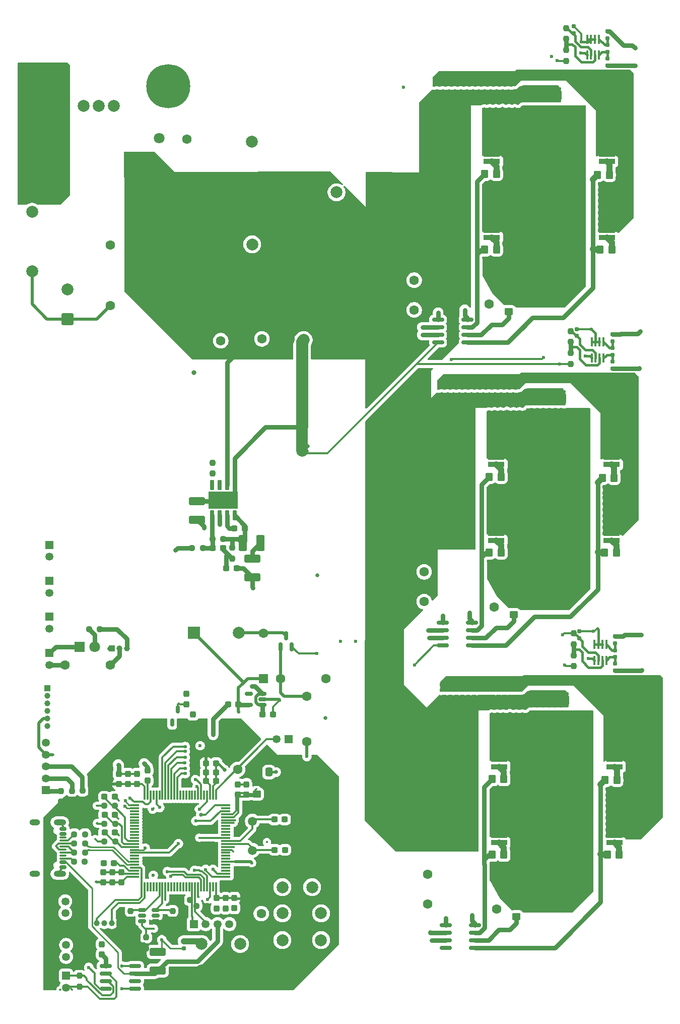
<source format=gbr>
%TF.GenerationSoftware,KiCad,Pcbnew,9.0.7*%
%TF.CreationDate,2026-01-12T17:17:52+03:00*%
%TF.ProjectId,Motor_Driver_Shell_Eco,4d6f746f-725f-4447-9269-7665725f5368,rev?*%
%TF.SameCoordinates,Original*%
%TF.FileFunction,Copper,L1,Top*%
%TF.FilePolarity,Positive*%
%FSLAX46Y46*%
G04 Gerber Fmt 4.6, Leading zero omitted, Abs format (unit mm)*
G04 Created by KiCad (PCBNEW 9.0.7) date 2026-01-12 17:17:52*
%MOMM*%
%LPD*%
G01*
G04 APERTURE LIST*
G04 Aperture macros list*
%AMRoundRect*
0 Rectangle with rounded corners*
0 $1 Rounding radius*
0 $2 $3 $4 $5 $6 $7 $8 $9 X,Y pos of 4 corners*
0 Add a 4 corners polygon primitive as box body*
4,1,4,$2,$3,$4,$5,$6,$7,$8,$9,$2,$3,0*
0 Add four circle primitives for the rounded corners*
1,1,$1+$1,$2,$3*
1,1,$1+$1,$4,$5*
1,1,$1+$1,$6,$7*
1,1,$1+$1,$8,$9*
0 Add four rect primitives between the rounded corners*
20,1,$1+$1,$2,$3,$4,$5,0*
20,1,$1+$1,$4,$5,$6,$7,0*
20,1,$1+$1,$6,$7,$8,$9,0*
20,1,$1+$1,$8,$9,$2,$3,0*%
G04 Aperture macros list end*
%TA.AperFunction,EtchedComponent*%
%ADD10C,0.000000*%
%TD*%
%TA.AperFunction,SMDPad,CuDef*%
%ADD11RoundRect,0.250000X1.100000X-0.412500X1.100000X0.412500X-1.100000X0.412500X-1.100000X-0.412500X0*%
%TD*%
%TA.AperFunction,SMDPad,CuDef*%
%ADD12RoundRect,0.237500X-0.250000X-0.237500X0.250000X-0.237500X0.250000X0.237500X-0.250000X0.237500X0*%
%TD*%
%TA.AperFunction,SMDPad,CuDef*%
%ADD13RoundRect,0.237500X0.300000X0.237500X-0.300000X0.237500X-0.300000X-0.237500X0.300000X-0.237500X0*%
%TD*%
%TA.AperFunction,ComponentPad*%
%ADD14R,1.800000X1.800000*%
%TD*%
%TA.AperFunction,ComponentPad*%
%ADD15C,1.800000*%
%TD*%
%TA.AperFunction,ComponentPad*%
%ADD16C,1.600000*%
%TD*%
%TA.AperFunction,SMDPad,CuDef*%
%ADD17RoundRect,0.237500X-0.237500X0.300000X-0.237500X-0.300000X0.237500X-0.300000X0.237500X0.300000X0*%
%TD*%
%TA.AperFunction,SMDPad,CuDef*%
%ADD18RoundRect,0.237500X-0.300000X-0.237500X0.300000X-0.237500X0.300000X0.237500X-0.300000X0.237500X0*%
%TD*%
%TA.AperFunction,SMDPad,CuDef*%
%ADD19RoundRect,0.237500X0.237500X-0.250000X0.237500X0.250000X-0.237500X0.250000X-0.237500X-0.250000X0*%
%TD*%
%TA.AperFunction,ComponentPad*%
%ADD20R,1.350000X1.350000*%
%TD*%
%TA.AperFunction,ComponentPad*%
%ADD21C,1.350000*%
%TD*%
%TA.AperFunction,SMDPad,CuDef*%
%ADD22R,2.800000X0.900000*%
%TD*%
%TA.AperFunction,SMDPad,CuDef*%
%ADD23R,8.100000X10.200000*%
%TD*%
%TA.AperFunction,SMDPad,CuDef*%
%ADD24RoundRect,0.237500X0.237500X-0.300000X0.237500X0.300000X-0.237500X0.300000X-0.237500X-0.300000X0*%
%TD*%
%TA.AperFunction,SMDPad,CuDef*%
%ADD25RoundRect,0.237500X0.250000X0.237500X-0.250000X0.237500X-0.250000X-0.237500X0.250000X-0.237500X0*%
%TD*%
%TA.AperFunction,SMDPad,CuDef*%
%ADD26RoundRect,0.250000X-0.350000X-0.450000X0.350000X-0.450000X0.350000X0.450000X-0.350000X0.450000X0*%
%TD*%
%TA.AperFunction,SMDPad,CuDef*%
%ADD27C,0.500000*%
%TD*%
%TA.AperFunction,ComponentPad*%
%ADD28C,2.000000*%
%TD*%
%TA.AperFunction,SMDPad,CuDef*%
%ADD29RoundRect,0.155000X0.155000X-0.212500X0.155000X0.212500X-0.155000X0.212500X-0.155000X-0.212500X0*%
%TD*%
%TA.AperFunction,SMDPad,CuDef*%
%ADD30RoundRect,0.237500X-0.237500X0.250000X-0.237500X-0.250000X0.237500X-0.250000X0.237500X0.250000X0*%
%TD*%
%TA.AperFunction,SMDPad,CuDef*%
%ADD31RoundRect,0.250000X-0.337500X-0.475000X0.337500X-0.475000X0.337500X0.475000X-0.337500X0.475000X0*%
%TD*%
%TA.AperFunction,SMDPad,CuDef*%
%ADD32RoundRect,0.075000X0.725000X0.075000X-0.725000X0.075000X-0.725000X-0.075000X0.725000X-0.075000X0*%
%TD*%
%TA.AperFunction,SMDPad,CuDef*%
%ADD33RoundRect,0.075000X0.075000X0.725000X-0.075000X0.725000X-0.075000X-0.725000X0.075000X-0.725000X0*%
%TD*%
%TA.AperFunction,SMDPad,CuDef*%
%ADD34RoundRect,0.160000X-0.160000X0.197500X-0.160000X-0.197500X0.160000X-0.197500X0.160000X0.197500X0*%
%TD*%
%TA.AperFunction,ComponentPad*%
%ADD35R,2.000000X2.000000*%
%TD*%
%TA.AperFunction,ComponentPad*%
%ADD36RoundRect,0.250000X0.650000X-0.650000X0.650000X0.650000X-0.650000X0.650000X-0.650000X-0.650000X0*%
%TD*%
%TA.AperFunction,SMDPad,CuDef*%
%ADD37RoundRect,0.150000X0.825000X0.150000X-0.825000X0.150000X-0.825000X-0.150000X0.825000X-0.150000X0*%
%TD*%
%TA.AperFunction,SMDPad,CuDef*%
%ADD38RoundRect,0.100000X-0.100000X0.680000X-0.100000X-0.680000X0.100000X-0.680000X0.100000X0.680000X0*%
%TD*%
%TA.AperFunction,SMDPad,CuDef*%
%ADD39RoundRect,0.250000X0.450000X-0.350000X0.450000X0.350000X-0.450000X0.350000X-0.450000X-0.350000X0*%
%TD*%
%TA.AperFunction,SMDPad,CuDef*%
%ADD40RoundRect,0.150000X-0.512500X-0.150000X0.512500X-0.150000X0.512500X0.150000X-0.512500X0.150000X0*%
%TD*%
%TA.AperFunction,SMDPad,CuDef*%
%ADD41RoundRect,0.150000X0.150000X-0.587500X0.150000X0.587500X-0.150000X0.587500X-0.150000X-0.587500X0*%
%TD*%
%TA.AperFunction,ComponentPad*%
%ADD42C,0.800000*%
%TD*%
%TA.AperFunction,ComponentPad*%
%ADD43C,7.400000*%
%TD*%
%TA.AperFunction,SMDPad,CuDef*%
%ADD44RoundRect,0.150000X-0.825000X-0.150000X0.825000X-0.150000X0.825000X0.150000X-0.825000X0.150000X0*%
%TD*%
%TA.AperFunction,ComponentPad*%
%ADD45RoundRect,0.250000X0.750000X-0.750000X0.750000X0.750000X-0.750000X0.750000X-0.750000X-0.750000X0*%
%TD*%
%TA.AperFunction,ComponentPad*%
%ADD46RoundRect,0.250000X0.550000X-0.550000X0.550000X0.550000X-0.550000X0.550000X-0.550000X-0.550000X0*%
%TD*%
%TA.AperFunction,SMDPad,CuDef*%
%ADD47RoundRect,0.160000X0.160000X-0.197500X0.160000X0.197500X-0.160000X0.197500X-0.160000X-0.197500X0*%
%TD*%
%TA.AperFunction,SMDPad,CuDef*%
%ADD48RoundRect,0.150000X0.150000X-0.512500X0.150000X0.512500X-0.150000X0.512500X-0.150000X-0.512500X0*%
%TD*%
%TA.AperFunction,ComponentPad*%
%ADD49C,1.500000*%
%TD*%
%TA.AperFunction,ComponentPad*%
%ADD50R,1.000000X1.000000*%
%TD*%
%TA.AperFunction,ComponentPad*%
%ADD51C,1.000000*%
%TD*%
%TA.AperFunction,SMDPad,CuDef*%
%ADD52RoundRect,0.250001X-0.462499X-1.074999X0.462499X-1.074999X0.462499X1.074999X-0.462499X1.074999X0*%
%TD*%
%TA.AperFunction,SMDPad,CuDef*%
%ADD53RoundRect,0.150000X-0.150000X0.737500X-0.150000X-0.737500X0.150000X-0.737500X0.150000X0.737500X0*%
%TD*%
%TA.AperFunction,HeatsinkPad*%
%ADD54C,0.500000*%
%TD*%
%TA.AperFunction,HeatsinkPad*%
%ADD55R,4.900000X2.950000*%
%TD*%
%TA.AperFunction,SMDPad,CuDef*%
%ADD56RoundRect,0.150000X0.512500X0.150000X-0.512500X0.150000X-0.512500X-0.150000X0.512500X-0.150000X0*%
%TD*%
%TA.AperFunction,SMDPad,CuDef*%
%ADD57RoundRect,0.150000X-0.425000X0.150000X-0.425000X-0.150000X0.425000X-0.150000X0.425000X0.150000X0*%
%TD*%
%TA.AperFunction,SMDPad,CuDef*%
%ADD58RoundRect,0.075000X-0.500000X0.075000X-0.500000X-0.075000X0.500000X-0.075000X0.500000X0.075000X0*%
%TD*%
%TA.AperFunction,HeatsinkPad*%
%ADD59O,2.100000X1.000000*%
%TD*%
%TA.AperFunction,HeatsinkPad*%
%ADD60O,1.800000X1.000000*%
%TD*%
%TA.AperFunction,SMDPad,CuDef*%
%ADD61C,2.000000*%
%TD*%
%TA.AperFunction,ViaPad*%
%ADD62C,0.300000*%
%TD*%
%TA.AperFunction,ViaPad*%
%ADD63C,0.600000*%
%TD*%
%TA.AperFunction,ViaPad*%
%ADD64C,0.650000*%
%TD*%
%TA.AperFunction,ViaPad*%
%ADD65C,0.800000*%
%TD*%
%TA.AperFunction,ViaPad*%
%ADD66C,0.400000*%
%TD*%
%TA.AperFunction,ViaPad*%
%ADD67C,0.500000*%
%TD*%
%TA.AperFunction,Conductor*%
%ADD68C,0.500000*%
%TD*%
%TA.AperFunction,Conductor*%
%ADD69C,0.300000*%
%TD*%
%TA.AperFunction,Conductor*%
%ADD70C,0.800000*%
%TD*%
%TA.AperFunction,Conductor*%
%ADD71C,0.250000*%
%TD*%
%TA.AperFunction,Conductor*%
%ADD72C,0.350000*%
%TD*%
%TA.AperFunction,Conductor*%
%ADD73C,1.000000*%
%TD*%
%TA.AperFunction,Conductor*%
%ADD74C,0.400000*%
%TD*%
%TA.AperFunction,Conductor*%
%ADD75C,2.000000*%
%TD*%
G04 APERTURE END LIST*
D10*
%TA.AperFunction,EtchedComponent*%
%TO.C,NT7*%
G36*
X104767500Y-166310000D02*
G01*
X103767500Y-166310000D01*
X103767500Y-165810000D01*
X104767500Y-165810000D01*
X104767500Y-166310000D01*
G37*
%TD.AperFunction*%
%TA.AperFunction,EtchedComponent*%
%TO.C,NT5*%
G36*
X122467500Y-145860000D02*
G01*
X121967500Y-145860000D01*
X121967500Y-144860000D01*
X122467500Y-144860000D01*
X122467500Y-145860000D01*
G37*
%TD.AperFunction*%
%TA.AperFunction,EtchedComponent*%
%TO.C,NT4*%
G36*
X107175000Y-149875000D02*
G01*
X106175000Y-149875000D01*
X106175000Y-149375000D01*
X107175000Y-149375000D01*
X107175000Y-149875000D01*
G37*
%TD.AperFunction*%
%TA.AperFunction,EtchedComponent*%
%TO.C,NT1*%
G36*
X139375000Y-93650000D02*
G01*
X137375000Y-93650000D01*
X137375000Y-89650000D01*
X139375000Y-89650000D01*
X139375000Y-93650000D01*
G37*
%TD.AperFunction*%
%TA.AperFunction,EtchedComponent*%
%TO.C,NT6*%
G36*
X128255000Y-169110000D02*
G01*
X127255000Y-169110000D01*
X127255000Y-168610000D01*
X128255000Y-168610000D01*
X128255000Y-169110000D01*
G37*
%TD.AperFunction*%
%TD*%
D11*
%TO.P,C9,1*%
%TO.N,Net-(U2-VCC)*%
X120740000Y-105232500D03*
%TO.P,C9,2*%
%TO.N,-VDC*%
X120740000Y-102107500D03*
%TD*%
D12*
%TO.P,R4,1*%
%TO.N,Net-(U2-FB)*%
X123290000Y-108407500D03*
%TO.P,R4,2*%
%TO.N,Net-(U2-SW)*%
X125115000Y-108407500D03*
%TD*%
D13*
%TO.P,C29,1*%
%TO.N,GND*%
X135450000Y-155550000D03*
%TO.P,C29,2*%
%TO.N,Net-(U1-PH1)*%
X133725000Y-155550000D03*
%TD*%
D14*
%TO.P,D3,1,K*%
%TO.N,GND*%
X100955000Y-126525000D03*
D15*
%TO.P,D3,2,A*%
%TO.N,Net-(D3-A)*%
X103495000Y-126525000D03*
%TD*%
D16*
%TO.P,C6,1*%
%TO.N,+VDC*%
X122225000Y-75150000D03*
%TO.P,C6,2*%
%TO.N,-VDC*%
X124725000Y-75150000D03*
%TD*%
D17*
%TO.P,C54,1*%
%TO.N,GND*%
X107967500Y-164385000D03*
%TO.P,C54,2*%
%TO.N,VDD_5*%
X107967500Y-166110000D03*
%TD*%
D18*
%TO.P,C16,1*%
%TO.N,Net-(U2-FB)*%
X123365000Y-109957500D03*
%TO.P,C16,2*%
%TO.N,Net-(C15-Pad1)*%
X125090000Y-109957500D03*
%TD*%
D16*
%TO.P,C39,1*%
%TO.N,Net-(D4-K)*%
X170625000Y-119862500D03*
%TO.P,C39,2*%
%TO.N,/FET/Phase_B_FET/PHASE_B*%
X170625000Y-114862500D03*
%TD*%
D19*
%TO.P,R22,1*%
%TO.N,Net-(J3-Pin_2)*%
X100950000Y-183612500D03*
%TO.P,R22,2*%
%TO.N,Net-(J3-Pin_1)*%
X100950000Y-181787500D03*
%TD*%
D20*
%TO.P,J7,1,Pin_1*%
%TO.N,GND*%
X95925000Y-109425000D03*
D21*
%TO.P,J7,2,Pin_2*%
%TO.N,BRAKE*%
X95925000Y-111425000D03*
%TD*%
D19*
%TO.P,R15,1*%
%TO.N,+3V3*%
X99725000Y-152575000D03*
%TO.P,R15,2*%
%TO.N,Net-(J2-Pin_2)*%
X99725000Y-150750000D03*
%TD*%
D22*
%TO.P,Q16,1*%
%TO.N,Net-(Q16-Pad1)*%
X190875000Y-159425000D03*
%TO.P,Q16,2*%
%TO.N,-VDC*%
X190875000Y-158225000D03*
%TO.P,Q16,3*%
X190875000Y-157025000D03*
%TO.P,Q16,4*%
X190875000Y-155825000D03*
%TO.P,Q16,5*%
X190875000Y-154625000D03*
%TO.P,Q16,6*%
X190875000Y-153425000D03*
%TO.P,Q16,7*%
X190875000Y-152225000D03*
%TO.P,Q16,8*%
X190875000Y-151025000D03*
D23*
%TO.P,Q16,9*%
%TO.N,/FET/Phase_A_FET/PHASE_A*%
X183250000Y-155225000D03*
%TD*%
D22*
%TO.P,Q19,1*%
%TO.N,Net-(Q19-Pad1)*%
X189625000Y-57800000D03*
%TO.P,Q19,2*%
%TO.N,-VDC*%
X189625000Y-56600000D03*
%TO.P,Q19,3*%
X189625000Y-55400000D03*
%TO.P,Q19,4*%
X189625000Y-54200000D03*
%TO.P,Q19,5*%
X189625000Y-53000000D03*
%TO.P,Q19,6*%
X189625000Y-51800000D03*
%TO.P,Q19,7*%
X189625000Y-50600000D03*
%TO.P,Q19,8*%
X189625000Y-49400000D03*
D23*
%TO.P,Q19,9*%
%TO.N,/FET/Phase_C_FET/PHASE_C*%
X182000000Y-53600000D03*
%TD*%
D16*
%TO.P,C40,1*%
%TO.N,Net-(D5-K)*%
X169850000Y-68987500D03*
%TO.P,C40,2*%
%TO.N,/FET/Phase_C_FET/PHASE_C*%
X169850000Y-63987500D03*
%TD*%
D18*
%TO.P,C33,1*%
%TO.N,HALL_A*%
X105150000Y-151750000D03*
%TO.P,C33,2*%
%TO.N,GND*%
X106875000Y-151750000D03*
%TD*%
D13*
%TO.P,C12,1*%
%TO.N,+5V*%
X127675000Y-136200000D03*
%TO.P,C12,2*%
%TO.N,GND*%
X125950000Y-136200000D03*
%TD*%
D24*
%TO.P,C37,1*%
%TO.N,GND*%
X127005000Y-170435000D03*
%TO.P,C37,2*%
%TO.N,VDD_6*%
X127005000Y-168710000D03*
%TD*%
D20*
%TO.P,J4,1,Pin_1*%
%TO.N,GND*%
X136075000Y-142050000D03*
D21*
%TO.P,J4,2,Pin_2*%
%TO.N,TEMP_SENSOR*%
X134075000Y-142050000D03*
%TD*%
D25*
%TO.P,R53,1*%
%TO.N,D-*%
X101875000Y-159550000D03*
%TO.P,R53,2*%
%TO.N,Net-(J11-D--PadA7)*%
X100050000Y-159550000D03*
%TD*%
D26*
%TO.P,R31,1*%
%TO.N,/FET/L_MOS_OUT_B*%
X188825000Y-98163779D03*
%TO.P,R31,2*%
%TO.N,Net-(Q7-Pad1)*%
X190825000Y-98163779D03*
%TD*%
D24*
%TO.P,C26,1*%
%TO.N,VREF+*%
X127525000Y-151400000D03*
%TO.P,C26,2*%
%TO.N,GND*%
X127525000Y-149675000D03*
%TD*%
D19*
%TO.P,R64,1*%
%TO.N,Net-(U11-REF1)*%
X182750000Y-24487500D03*
%TO.P,R64,2*%
%TO.N,+3V3*%
X182750000Y-22662500D03*
%TD*%
D13*
%TO.P,C30,1*%
%TO.N,GND*%
X135500000Y-160650000D03*
%TO.P,C30,2*%
%TO.N,Net-(U1-PH0)*%
X133775000Y-160650000D03*
%TD*%
D27*
%TO.P,NT7,1,1*%
%TO.N,+3V3*%
X104767500Y-166060000D03*
%TO.P,NT7,2,2*%
%TO.N,VDD_5*%
X103767500Y-166060000D03*
%TD*%
D18*
%TO.P,C10,1*%
%TO.N,Net-(U2-BST)*%
X127000000Y-106657500D03*
%TO.P,C10,2*%
%TO.N,Net-(U2-SW)*%
X128725000Y-106657500D03*
%TD*%
D28*
%TO.P,S1,1,+IN*%
%TO.N,Net-(H1-Pad1)*%
X97400000Y-44845000D03*
%TO.P,S1,2,+IN*%
X97400000Y-47385000D03*
%TO.P,S1,3,+IN*%
X97400000Y-49925000D03*
%TO.P,S1,8,-IN*%
%TO.N,+VDC*%
X110862000Y-49975800D03*
%TO.P,S1,9,-IN*%
X110862000Y-47435800D03*
%TO.P,S1,10,-IN*%
X110862000Y-44895800D03*
%TO.P,S1,11,Vout*%
%TO.N,Net-(S1-Vout)*%
X106702800Y-35701000D03*
%TO.P,S1,12,GND*%
%TO.N,GND*%
X104162800Y-35701000D03*
%TO.P,S1,13,Uc*%
%TO.N,+5V*%
X101622800Y-35701000D03*
%TD*%
D26*
%TO.P,R35,1*%
%TO.N,/FET/L_MOS_OUT_C*%
X188450000Y-59850000D03*
%TO.P,R35,2*%
%TO.N,Net-(Q19-Pad1)*%
X190450000Y-59850000D03*
%TD*%
D22*
%TO.P,Q18,1*%
%TO.N,Net-(Q18-Pad1)*%
X170250000Y-45050000D03*
%TO.P,Q18,2*%
%TO.N,/FET/Phase_C_FET/PHASE_C*%
X170250000Y-43850000D03*
%TO.P,Q18,3*%
X170250000Y-42650000D03*
%TO.P,Q18,4*%
X170250000Y-41450000D03*
%TO.P,Q18,5*%
X170250000Y-40250000D03*
%TO.P,Q18,6*%
X170250000Y-39050000D03*
%TO.P,Q18,7*%
X170250000Y-37850000D03*
%TO.P,Q18,8*%
X170250000Y-36650000D03*
D23*
%TO.P,Q18,9*%
%TO.N,+VDC*%
X162625000Y-40850000D03*
%TD*%
D26*
%TO.P,R30,1*%
%TO.N,/FET/H_MOS_OUT_B*%
X169825000Y-110725000D03*
%TO.P,R30,2*%
%TO.N,Net-(Q6-Pad1)*%
X171825000Y-110725000D03*
%TD*%
%TO.P,R36,1*%
%TO.N,/FET/H_MOS_OUT_C*%
X169050000Y-59850000D03*
%TO.P,R36,2*%
%TO.N,Net-(Q20-Pad1)*%
X171050000Y-59850000D03*
%TD*%
D16*
%TO.P,R12,1*%
%TO.N,Net-(JP1-C)*%
X106150000Y-129575000D03*
%TO.P,R12,2*%
%TO.N,Net-(J13-Pin_2)*%
X98530000Y-129575000D03*
%TD*%
D26*
%TO.P,R55,1*%
%TO.N,/FET/H_MOS_OUT_A*%
X170300000Y-148775000D03*
%TO.P,R55,2*%
%TO.N,Net-(Q15-Pad1)*%
X172300000Y-148775000D03*
%TD*%
D16*
%TO.P,C88,1*%
%TO.N,+12V*%
X158900000Y-118975000D03*
%TO.P,C88,2*%
%TO.N,GND*%
X158900000Y-113975000D03*
%TD*%
D19*
%TO.P,R63,1*%
%TO.N,GND*%
X182750000Y-28175000D03*
%TO.P,R63,2*%
%TO.N,Net-(U11-REF1)*%
X182750000Y-26350000D03*
%TD*%
D29*
%TO.P,C82,1*%
%TO.N,+3V3*%
X184525000Y-74360000D03*
%TO.P,C82,2*%
%TO.N,GND*%
X184525000Y-73225000D03*
%TD*%
D24*
%TO.P,C14,1*%
%TO.N,+3V3*%
X120025000Y-139650000D03*
%TO.P,C14,2*%
%TO.N,GND*%
X120025000Y-137925000D03*
%TD*%
D19*
%TO.P,R69,1*%
%TO.N,Net-(U13-REF1)*%
X184000000Y-126112500D03*
%TO.P,R69,2*%
%TO.N,+3V3*%
X184000000Y-124287500D03*
%TD*%
%TO.P,R14,1*%
%TO.N,+3V3*%
X101475000Y-152525000D03*
%TO.P,R14,2*%
%TO.N,Net-(J2-Pin_3)*%
X101475000Y-150700000D03*
%TD*%
D30*
%TO.P,R3,1*%
%TO.N,+VDC*%
X123365000Y-95632500D03*
%TO.P,R3,2*%
%TO.N,Net-(U2-RON)*%
X123365000Y-97457500D03*
%TD*%
D28*
%TO.P,C8,1*%
%TO.N,CSense_OUT_LES*%
X93000000Y-63500000D03*
%TO.P,C8,2*%
%TO.N,GND*%
X93000000Y-53500000D03*
%TD*%
D29*
%TO.P,C84,1*%
%TO.N,+3V3*%
X184050000Y-23485000D03*
%TO.P,C84,2*%
%TO.N,GND*%
X184050000Y-22350000D03*
%TD*%
D16*
%TO.P,C90,1*%
%TO.N,+12V*%
X157225000Y-69975000D03*
%TO.P,C90,2*%
%TO.N,GND*%
X157225000Y-64975000D03*
%TD*%
D31*
%TO.P,C27,1*%
%TO.N,+3V3*%
X130700000Y-147600000D03*
%TO.P,C27,2*%
%TO.N,GND*%
X132775000Y-147600000D03*
%TD*%
D20*
%TO.P,J9,1,Pin_1*%
%TO.N,+3V3*%
X98575000Y-167300000D03*
D21*
%TO.P,J9,2,Pin_2*%
%TO.N,REGEN*%
X98575000Y-169300000D03*
%TO.P,J9,3,Pin_3*%
%TO.N,GND*%
X98575000Y-171300000D03*
%TD*%
D32*
%TO.P,U1,1,PE2*%
%TO.N,BRAKE*%
X125575000Y-165150000D03*
%TO.P,U1,2,PE3*%
%TO.N,CRUISE*%
X125575000Y-164650000D03*
%TO.P,U1,3,PE4*%
%TO.N,unconnected-(U1-PE4-Pad3)*%
X125575000Y-164150000D03*
%TO.P,U1,4,PE5*%
%TO.N,unconnected-(U1-PE5-Pad4)*%
X125575000Y-163650000D03*
%TO.P,U1,5,PE6*%
%TO.N,unconnected-(U1-PE6-Pad5)*%
X125575000Y-163150000D03*
%TO.P,U1,6,VBAT*%
%TO.N,VBAT*%
X125575000Y-162650000D03*
%TO.P,U1,7,PC13*%
%TO.N,unconnected-(U1-PC13-Pad7)*%
X125575000Y-162150000D03*
%TO.P,U1,8,PC14*%
%TO.N,unconnected-(U1-PC14-Pad8)*%
X125575000Y-161650000D03*
%TO.P,U1,9,PC15*%
%TO.N,unconnected-(U1-PC15-Pad9)*%
X125575000Y-161150000D03*
%TO.P,U1,10,VSS*%
%TO.N,GND*%
X125575000Y-160650000D03*
%TO.P,U1,11,VDD*%
%TO.N,VDD_1*%
X125575000Y-160150000D03*
%TO.P,U1,12,PH0*%
%TO.N,Net-(U1-PH0)*%
X125575000Y-159650000D03*
%TO.P,U1,13,PH1*%
%TO.N,Net-(U1-PH1)*%
X125575000Y-159150000D03*
%TO.P,U1,14,NRST*%
%TO.N,/MCU/NRST*%
X125575000Y-158650000D03*
%TO.P,U1,15,PC0*%
%TO.N,unconnected-(U1-PC0-Pad15)*%
X125575000Y-158150000D03*
%TO.P,U1,16,PC1*%
%TO.N,unconnected-(U1-PC1-Pad16)*%
X125575000Y-157650000D03*
%TO.P,U1,17,PC2*%
%TO.N,unconnected-(U1-PC2-Pad17)*%
X125575000Y-157150000D03*
%TO.P,U1,18,PC3*%
%TO.N,unconnected-(U1-PC3-Pad18)*%
X125575000Y-156650000D03*
%TO.P,U1,19,VDD*%
%TO.N,VDD_2*%
X125575000Y-156150000D03*
%TO.P,U1,20,VSSA*%
%TO.N,GND*%
X125575000Y-155650000D03*
%TO.P,U1,21,VREF+*%
%TO.N,VREF+*%
X125575000Y-155150000D03*
%TO.P,U1,22,VDDA*%
X125575000Y-154650000D03*
%TO.P,U1,23,PA0*%
%TO.N,CSense_OUT_LES*%
X125575000Y-154150000D03*
%TO.P,U1,24,PA1*%
%TO.N,B_VOL_CHECK*%
X125575000Y-153650000D03*
%TO.P,U1,25,PA2*%
%TO.N,ACCEL*%
X125575000Y-153150000D03*
D33*
%TO.P,U1,26,PA3*%
%TO.N,TEMP_SENSOR*%
X123900000Y-151475000D03*
%TO.P,U1,27,VSS*%
%TO.N,GND*%
X123400000Y-151475000D03*
%TO.P,U1,28,VDD*%
%TO.N,VDD_3*%
X122900000Y-151475000D03*
%TO.P,U1,29,PA4*%
%TO.N,REGEN*%
X122400000Y-151475000D03*
%TO.P,U1,30,PA5*%
%TO.N,unconnected-(U1-PA5-Pad30)*%
X121900000Y-151475000D03*
%TO.P,U1,31,PA6*%
%TO.N,Current Sense_A*%
X121400000Y-151475000D03*
%TO.P,U1,32,PA7*%
%TO.N,Current Sense_B*%
X120900000Y-151475000D03*
%TO.P,U1,33,PC4*%
%TO.N,unconnected-(U1-PC4-Pad33)*%
X120400000Y-151475000D03*
%TO.P,U1,34,PC5*%
%TO.N,unconnected-(U1-PC5-Pad34)*%
X119900000Y-151475000D03*
%TO.P,U1,35,PB0*%
%TO.N,Current_Sense_C*%
X119400000Y-151475000D03*
%TO.P,U1,36,PB1*%
%TO.N,unconnected-(U1-PB1-Pad36)*%
X118900000Y-151475000D03*
%TO.P,U1,37,PB2*%
%TO.N,unconnected-(U1-PB2-Pad37)*%
X118400000Y-151475000D03*
%TO.P,U1,38,PE7*%
%TO.N,unconnected-(U1-PE7-Pad38)*%
X117900000Y-151475000D03*
%TO.P,U1,39,PE8*%
%TO.N,/FET/LS_MOS_A*%
X117400000Y-151475000D03*
%TO.P,U1,40,PE9*%
%TO.N,/FET/HS_MOS_A*%
X116900000Y-151475000D03*
%TO.P,U1,41,PE10*%
%TO.N,/FET/HS_MOS_B*%
X116400000Y-151475000D03*
%TO.P,U1,42,PE11*%
%TO.N,/FET/LS_MOS_B*%
X115900000Y-151475000D03*
%TO.P,U1,43,PE12*%
%TO.N,HS_MOS_C*%
X115400000Y-151475000D03*
%TO.P,U1,44,PE13*%
%TO.N,LS_MOS_C*%
X114900000Y-151475000D03*
%TO.P,U1,45,PE14*%
%TO.N,unconnected-(U1-PE14-Pad45)*%
X114400000Y-151475000D03*
%TO.P,U1,46,PE15*%
%TO.N,PANIC STOP*%
X113900000Y-151475000D03*
%TO.P,U1,47,PB10*%
%TO.N,CAN_S*%
X113400000Y-151475000D03*
%TO.P,U1,48,PB11*%
%TO.N,BT_TX*%
X112900000Y-151475000D03*
%TO.P,U1,49,VCAP_1*%
%TO.N,Net-(U1-VCAP_1)*%
X112400000Y-151475000D03*
%TO.P,U1,50,VDD*%
%TO.N,VDD_4*%
X111900000Y-151475000D03*
D32*
%TO.P,U1,51,PB12*%
%TO.N,BT_RX*%
X110225000Y-153150000D03*
%TO.P,U1,52,PB13*%
%TO.N,BT_KEY*%
X110225000Y-153650000D03*
%TO.P,U1,53,PB14*%
%TO.N,unconnected-(U1-PB14-Pad53)*%
X110225000Y-154150000D03*
%TO.P,U1,54,PB15*%
%TO.N,unconnected-(U1-PB15-Pad54)*%
X110225000Y-154650000D03*
%TO.P,U1,55,PD8*%
%TO.N,unconnected-(U1-PD8-Pad55)*%
X110225000Y-155150000D03*
%TO.P,U1,56,PD9*%
%TO.N,unconnected-(U1-PD9-Pad56)*%
X110225000Y-155650000D03*
%TO.P,U1,57,PD10*%
%TO.N,unconnected-(U1-PD10-Pad57)*%
X110225000Y-156150000D03*
%TO.P,U1,58,PD11*%
%TO.N,unconnected-(U1-PD11-Pad58)*%
X110225000Y-156650000D03*
%TO.P,U1,59,PD12*%
%TO.N,unconnected-(U1-PD12-Pad59)*%
X110225000Y-157150000D03*
%TO.P,U1,60,PD13*%
%TO.N,unconnected-(U1-PD13-Pad60)*%
X110225000Y-157650000D03*
%TO.P,U1,61,PD14*%
%TO.N,unconnected-(U1-PD14-Pad61)*%
X110225000Y-158150000D03*
%TO.P,U1,62,PD15*%
%TO.N,unconnected-(U1-PD15-Pad62)*%
X110225000Y-158650000D03*
%TO.P,U1,63,PC6*%
%TO.N,HALL_A*%
X110225000Y-159150000D03*
%TO.P,U1,64,PC7*%
%TO.N,HALL_B*%
X110225000Y-159650000D03*
%TO.P,U1,65,PC8*%
%TO.N,HALL_C*%
X110225000Y-160150000D03*
%TO.P,U1,66,PC9*%
%TO.N,BT_STATE*%
X110225000Y-160650000D03*
%TO.P,U1,67,PA8*%
%TO.N,Current Sense_C*%
X110225000Y-161150000D03*
%TO.P,U1,68,PA9*%
%TO.N,unconnected-(U1-PA9-Pad68)*%
X110225000Y-161650000D03*
%TO.P,U1,69,PA10*%
%TO.N,unconnected-(U1-PA10-Pad69)*%
X110225000Y-162150000D03*
%TO.P,U1,70,PA11*%
%TO.N,D-*%
X110225000Y-162650000D03*
%TO.P,U1,71,PA12*%
%TO.N,D+*%
X110225000Y-163150000D03*
%TO.P,U1,72,PA13*%
%TO.N,SWDIO*%
X110225000Y-163650000D03*
%TO.P,U1,73,VCAP_2*%
%TO.N,Net-(U1-VCAP_2)*%
X110225000Y-164150000D03*
%TO.P,U1,74,VSS*%
%TO.N,GND*%
X110225000Y-164650000D03*
%TO.P,U1,75,VDD*%
%TO.N,VDD_5*%
X110225000Y-165150000D03*
D33*
%TO.P,U1,76,PA14*%
%TO.N,SWCLK*%
X111900000Y-166825000D03*
%TO.P,U1,77,PA15*%
%TO.N,unconnected-(U1-PA15-Pad77)*%
X112400000Y-166825000D03*
%TO.P,U1,78,PC10*%
%TO.N,unconnected-(U1-PC10-Pad78)*%
X112900000Y-166825000D03*
%TO.P,U1,79,PC11*%
%TO.N,unconnected-(U1-PC11-Pad79)*%
X113400000Y-166825000D03*
%TO.P,U1,80,PC12*%
%TO.N,unconnected-(U1-PC12-Pad80)*%
X113900000Y-166825000D03*
%TO.P,U1,81,PD0*%
%TO.N,TMP_SCL*%
X114400000Y-166825000D03*
%TO.P,U1,82,PD1*%
%TO.N,TMP_SDA*%
X114900000Y-166825000D03*
%TO.P,U1,83,PD2*%
%TO.N,TMP_ALERT*%
X115400000Y-166825000D03*
%TO.P,U1,84,PD3*%
%TO.N,unconnected-(U1-PD3-Pad84)*%
X115900000Y-166825000D03*
%TO.P,U1,85,PD4*%
%TO.N,unconnected-(U1-PD4-Pad85)*%
X116400000Y-166825000D03*
%TO.P,U1,86,PD5*%
%TO.N,unconnected-(U1-PD5-Pad86)*%
X116900000Y-166825000D03*
%TO.P,U1,87,PD6*%
%TO.N,unconnected-(U1-PD6-Pad87)*%
X117400000Y-166825000D03*
%TO.P,U1,88,PD7*%
%TO.N,unconnected-(U1-PD7-Pad88)*%
X117900000Y-166825000D03*
%TO.P,U1,89,PB3*%
%TO.N,unconnected-(U1-PB3-Pad89)*%
X118400000Y-166825000D03*
%TO.P,U1,90,PB4*%
%TO.N,unconnected-(U1-PB4-Pad90)*%
X118900000Y-166825000D03*
%TO.P,U1,91,PB5*%
%TO.N,unconnected-(U1-PB5-Pad91)*%
X119400000Y-166825000D03*
%TO.P,U1,92,PB6*%
%TO.N,/MCU/I2C_SCL*%
X119900000Y-166825000D03*
%TO.P,U1,93,PB7*%
%TO.N,/MCU/I2C_SDA*%
X120400000Y-166825000D03*
%TO.P,U1,94,BOOT0*%
%TO.N,/MCU/BOOT0*%
X120900000Y-166825000D03*
%TO.P,U1,95,PB8*%
%TO.N,CAN_RX*%
X121400000Y-166825000D03*
%TO.P,U1,96,PB9*%
%TO.N,CAN_TX*%
X121900000Y-166825000D03*
%TO.P,U1,97,PE0*%
%TO.N,STATUS_LED*%
X122400000Y-166825000D03*
%TO.P,U1,98,PE1*%
%TO.N,BUZZER*%
X122900000Y-166825000D03*
%TO.P,U1,99,RFU*%
%TO.N,unconnected-(U1-RFU-Pad99)*%
X123400000Y-166825000D03*
%TO.P,U1,100,VDD*%
%TO.N,VDD_6*%
X123900000Y-166825000D03*
%TD*%
D19*
%TO.P,R58,1*%
%TO.N,GND*%
X183525000Y-79050000D03*
%TO.P,R58,2*%
%TO.N,Net-(U5-REF1)*%
X183525000Y-77225000D03*
%TD*%
D22*
%TO.P,Q7,1*%
%TO.N,Net-(Q7-Pad1)*%
X190400000Y-95925000D03*
%TO.P,Q7,2*%
%TO.N,-VDC*%
X190400000Y-94725000D03*
%TO.P,Q7,3*%
X190400000Y-93525000D03*
%TO.P,Q7,4*%
X190400000Y-92325000D03*
%TO.P,Q7,5*%
X190400000Y-91125000D03*
%TO.P,Q7,6*%
X190400000Y-89925000D03*
%TO.P,Q7,7*%
X190400000Y-88725000D03*
%TO.P,Q7,8*%
X190400000Y-87525000D03*
D23*
%TO.P,Q7,9*%
%TO.N,/FET/Phase_B_FET/PHASE_B*%
X182775000Y-91725000D03*
%TD*%
D16*
%TO.P,C4,1*%
%TO.N,+VDC*%
X129125000Y-74850000D03*
%TO.P,C4,2*%
%TO.N,-VDC*%
X131625000Y-74850000D03*
%TD*%
D34*
%TO.P,R67,1*%
%TO.N,-VDC*%
X191000000Y-124780000D03*
%TO.P,R67,2*%
%TO.N,/FET/Phase_A_FET/V-*%
X191000000Y-125975000D03*
%TD*%
D35*
%TO.P,BZ1,1,+*%
%TO.N,+5V*%
X120175000Y-124175000D03*
D28*
%TO.P,BZ1,2,-*%
%TO.N,Net-(BZ1--)*%
X127775000Y-124175000D03*
%TD*%
D18*
%TO.P,C11,1*%
%TO.N,+12V*%
X131750000Y-137900000D03*
%TO.P,C11,2*%
%TO.N,GND*%
X133475000Y-137900000D03*
%TD*%
D36*
%TO.P,D1,1,K*%
%TO.N,+VDC*%
X114350000Y-51255000D03*
D15*
%TO.P,D1,2,A*%
%TO.N,-VDC*%
X114350000Y-41095000D03*
%TD*%
D28*
%TO.P,C28,1*%
%TO.N,GND*%
X140067500Y-166910000D03*
%TO.P,C28,2*%
%TO.N,/MCU/NRST*%
X135067500Y-166910000D03*
%TD*%
D25*
%TO.P,R51,1*%
%TO.N,GND*%
X101900000Y-158050000D03*
%TO.P,R51,2*%
%TO.N,Net-(J11-CC1)*%
X100075000Y-158050000D03*
%TD*%
D17*
%TO.P,C56,1*%
%TO.N,GND*%
X104967500Y-164385000D03*
%TO.P,C56,2*%
%TO.N,VDD_5*%
X104967500Y-166110000D03*
%TD*%
D37*
%TO.P,U8,1,TXD*%
%TO.N,CAN_TX*%
X110300000Y-183965000D03*
%TO.P,U8,2,GND*%
%TO.N,GND*%
X110300000Y-182695000D03*
%TO.P,U8,3,VCC*%
%TO.N,+5V*%
X110300000Y-181425000D03*
%TO.P,U8,4,RXD*%
%TO.N,CAN_RX*%
X110300000Y-180155000D03*
%TO.P,U8,5,VIQ*%
%TO.N,Net-(U8-VIQ)*%
X105350000Y-180155000D03*
%TO.P,U8,6,CANL*%
%TO.N,Net-(J3-Pin_2)*%
X105350000Y-181425000D03*
%TO.P,U8,7,CANH*%
%TO.N,Net-(J3-Pin_1)*%
X105350000Y-182695000D03*
%TO.P,U8,8,S*%
%TO.N,CAN_S*%
X105350000Y-183965000D03*
%TD*%
D28*
%TO.P,C1,1*%
%TO.N,+VDC*%
X144175000Y-57725000D03*
%TO.P,C1,2*%
%TO.N,-VDC*%
X144175000Y-50225000D03*
%TD*%
D38*
%TO.P,U5,1,-*%
%TO.N,/FET/Phase_B_FET/V-*%
X189025000Y-75375000D03*
%TO.P,U5,2,GND*%
%TO.N,GND*%
X188375000Y-75375000D03*
%TO.P,U5,3,REF2*%
X187715000Y-75375000D03*
%TO.P,U5,4,GND*%
X187065000Y-75375000D03*
%TO.P,U5,5*%
%TO.N,Current Sense_B*%
X187065000Y-78075000D03*
%TO.P,U5,6,V+*%
%TO.N,+3V3*%
X187715000Y-78075000D03*
%TO.P,U5,7,REF1*%
%TO.N,Net-(U5-REF1)*%
X188375000Y-78075000D03*
%TO.P,U5,8,+*%
%TO.N,/FET/Phase_B_FET/V+*%
X189025000Y-78075000D03*
%TD*%
D39*
%TO.P,R27,1*%
%TO.N,Net-(U6-VS)*%
X173925000Y-121125000D03*
%TO.P,R27,2*%
%TO.N,/FET/Phase_B_FET/PHASE_B*%
X173925000Y-119125000D03*
%TD*%
D40*
%TO.P,U12,1,SCL*%
%TO.N,TMP_SCL*%
X111517500Y-170760000D03*
%TO.P,U12,2,GND*%
%TO.N,GND*%
X111517500Y-171710000D03*
%TO.P,U12,3,ALERT*%
%TO.N,TMP_ALERT*%
X111517500Y-172660000D03*
%TO.P,U12,4,V+*%
%TO.N,+3V3*%
X113792500Y-172660000D03*
%TO.P,U12,5,ADD0*%
%TO.N,unconnected-(U12-ADD0-Pad5)*%
X113792500Y-171710000D03*
%TO.P,U12,6,SDA*%
%TO.N,TMP_SDA*%
X113792500Y-170760000D03*
%TD*%
D41*
%TO.P,Q1,1,B*%
%TO.N,Net-(Q1-B)*%
X134750000Y-126550000D03*
%TO.P,Q1,2,E*%
%TO.N,GND*%
X136650000Y-126550000D03*
%TO.P,Q1,3,C*%
%TO.N,Net-(BZ1--)*%
X135700000Y-124675000D03*
%TD*%
D11*
%TO.P,C45,1*%
%TO.N,+5V*%
X114125000Y-180910000D03*
%TO.P,C45,2*%
%TO.N,GND*%
X114125000Y-177785000D03*
%TD*%
D34*
%TO.P,R39,1*%
%TO.N,-VDC*%
X190525000Y-74030000D03*
%TO.P,R39,2*%
%TO.N,/FET/Phase_B_FET/V-*%
X190525000Y-75225000D03*
%TD*%
D26*
%TO.P,R56,1*%
%TO.N,/FET/L_MOS_OUT_A*%
X189700000Y-161475000D03*
%TO.P,R56,2*%
%TO.N,Net-(Q16-Pad1)*%
X191700000Y-161475000D03*
%TD*%
D42*
%TO.P,H1,1,1*%
%TO.N,Net-(H1-Pad1)*%
X92162779Y-32675000D03*
X92975558Y-30712779D03*
X92975558Y-34637221D03*
X94937779Y-29900000D03*
D43*
X94937779Y-32675000D03*
D42*
X94937779Y-35450000D03*
X96900000Y-30712779D03*
X96900000Y-34637221D03*
X97712779Y-32675000D03*
%TD*%
D20*
%TO.P,J10,1,Pin_1*%
%TO.N,GND*%
X95925000Y-115475000D03*
D21*
%TO.P,J10,2,Pin_2*%
%TO.N,CRUISE*%
X95925000Y-117475000D03*
%TD*%
D44*
%TO.P,U9,1,VCC*%
%TO.N,+12V*%
X162500000Y-173265000D03*
%TO.P,U9,2,HIN*%
%TO.N,/FET/HS_MOS_A*%
X162500000Y-174535000D03*
%TO.P,U9,3,LIN*%
%TO.N,/FET/LS_MOS_A*%
X162500000Y-175805000D03*
%TO.P,U9,4,COM*%
%TO.N,GND*%
X162500000Y-177075000D03*
%TO.P,U9,5,LO*%
%TO.N,/FET/L_MOS_OUT_A*%
X167450000Y-177075000D03*
%TO.P,U9,6,VS*%
%TO.N,Net-(U9-VS)*%
X167450000Y-175805000D03*
%TO.P,U9,7,HO*%
%TO.N,/FET/H_MOS_OUT_A*%
X167450000Y-174535000D03*
%TO.P,U9,8,VB*%
%TO.N,Net-(D7-K)*%
X167450000Y-173265000D03*
%TD*%
D30*
%TO.P,R6,1*%
%TO.N,Net-(U2-SW)*%
X126625000Y-109925000D03*
%TO.P,R6,2*%
%TO.N,Net-(C15-Pad1)*%
X126625000Y-111750000D03*
%TD*%
D34*
%TO.P,R62,1*%
%TO.N,-VDC*%
X189725000Y-23205000D03*
%TO.P,R62,2*%
%TO.N,/FET/Phase_C_FET/V-*%
X189725000Y-24400000D03*
%TD*%
D45*
%TO.P,C7,1*%
%TO.N,CSense_OUT_LES*%
X98975000Y-71500000D03*
D28*
%TO.P,C7,2*%
%TO.N,GND*%
X98975000Y-66500000D03*
%TD*%
D24*
%TO.P,C38,1*%
%TO.N,GND*%
X124005000Y-170472500D03*
%TO.P,C38,2*%
%TO.N,VDD_6*%
X124005000Y-168747500D03*
%TD*%
D29*
%TO.P,C86,1*%
%TO.N,+3V3*%
X185000000Y-125110000D03*
%TO.P,C86,2*%
%TO.N,GND*%
X185000000Y-123975000D03*
%TD*%
D46*
%TO.P,D2,1,K*%
%TO.N,+5V*%
X131900000Y-131872500D03*
D16*
%TO.P,D2,2,A*%
%TO.N,Net-(BZ1--)*%
X131900000Y-124252500D03*
%TD*%
D47*
%TO.P,R29,1*%
%TO.N,-VDC*%
X190525000Y-79822500D03*
%TO.P,R29,2*%
%TO.N,/FET/Phase_B_FET/V+*%
X190525000Y-78627500D03*
%TD*%
D26*
%TO.P,R34,1*%
%TO.N,/FET/H_MOS_OUT_C*%
X169050000Y-47150000D03*
%TO.P,R34,2*%
%TO.N,Net-(Q18-Pad1)*%
X171050000Y-47150000D03*
%TD*%
D48*
%TO.P,U4,1,GND*%
%TO.N,GND*%
X116550000Y-139300000D03*
%TO.P,U4,2,VO*%
%TO.N,+3V3*%
X118450000Y-139300000D03*
%TO.P,U4,3,VI*%
%TO.N,+5V*%
X117500000Y-137025000D03*
%TD*%
D13*
%TO.P,C48,1*%
%TO.N,GND*%
X123942500Y-149110000D03*
%TO.P,C48,2*%
%TO.N,VDD_3*%
X122217500Y-149110000D03*
%TD*%
D27*
%TO.P,NT5,1,1*%
%TO.N,+3V3*%
X122217500Y-144860000D03*
%TO.P,NT5,2,2*%
%TO.N,VDD_3*%
X122217500Y-145860000D03*
%TD*%
D44*
%TO.P,U10,1,VCC*%
%TO.N,+12V*%
X161250000Y-71640000D03*
%TO.P,U10,2,HIN*%
%TO.N,HS_MOS_C*%
X161250000Y-72910000D03*
%TO.P,U10,3,LIN*%
%TO.N,LS_MOS_C*%
X161250000Y-74180000D03*
%TO.P,U10,4,COM*%
%TO.N,GND*%
X161250000Y-75450000D03*
%TO.P,U10,5,LO*%
%TO.N,/FET/L_MOS_OUT_C*%
X166200000Y-75450000D03*
%TO.P,U10,6,VS*%
%TO.N,Net-(U10-VS)*%
X166200000Y-74180000D03*
%TO.P,U10,7,HO*%
%TO.N,/FET/H_MOS_OUT_C*%
X166200000Y-72910000D03*
%TO.P,U10,8,VB*%
%TO.N,Net-(D5-K)*%
X166200000Y-71640000D03*
%TD*%
D38*
%TO.P,U13,1,-*%
%TO.N,/FET/Phase_A_FET/V-*%
X189500000Y-126125000D03*
%TO.P,U13,2,GND*%
%TO.N,GND*%
X188850000Y-126125000D03*
%TO.P,U13,3,REF2*%
X188190000Y-126125000D03*
%TO.P,U13,4,GND*%
X187540000Y-126125000D03*
%TO.P,U13,5*%
%TO.N,Current Sense_A*%
X187540000Y-128825000D03*
%TO.P,U13,6,V+*%
%TO.N,+3V3*%
X188190000Y-128825000D03*
%TO.P,U13,7,REF1*%
%TO.N,Net-(U13-REF1)*%
X188850000Y-128825000D03*
%TO.P,U13,8,+*%
%TO.N,/FET/Phase_A_FET/V+*%
X189500000Y-128825000D03*
%TD*%
D24*
%TO.P,C25,1*%
%TO.N,VREF+*%
X129025000Y-151375000D03*
%TO.P,C25,2*%
%TO.N,GND*%
X129025000Y-149650000D03*
%TD*%
D47*
%TO.P,R65,1*%
%TO.N,-VDC*%
X191000000Y-130572500D03*
%TO.P,R65,2*%
%TO.N,/FET/Phase_A_FET/V+*%
X191000000Y-129377500D03*
%TD*%
D24*
%TO.P,C36,1*%
%TO.N,Net-(U8-VIQ)*%
X104700000Y-178210000D03*
%TO.P,C36,2*%
%TO.N,GND*%
X104700000Y-176485000D03*
%TD*%
D28*
%TO.P,SW1,1,1*%
%TO.N,GND*%
X141567500Y-175810000D03*
X135067500Y-175810000D03*
%TO.P,SW1,2,2*%
%TO.N,/MCU/NRST*%
X141567500Y-171310000D03*
X135067500Y-171310000D03*
%TD*%
D26*
%TO.P,R33,1*%
%TO.N,/FET/L_MOS_OUT_B*%
X189225000Y-110725000D03*
%TO.P,R33,2*%
%TO.N,Net-(Q9-Pad1)*%
X191225000Y-110725000D03*
%TD*%
D20*
%TO.P,J8,1,Pin_1*%
%TO.N,+3V3*%
X98725000Y-174625000D03*
D21*
%TO.P,J8,2,Pin_2*%
%TO.N,ACCEL*%
X98725000Y-176625000D03*
%TO.P,J8,3,Pin_3*%
%TO.N,GND*%
X98725000Y-178625000D03*
%TD*%
D22*
%TO.P,Q20,1*%
%TO.N,Net-(Q20-Pad1)*%
X170250000Y-57800000D03*
%TO.P,Q20,2*%
%TO.N,/FET/Phase_C_FET/PHASE_C*%
X170250000Y-56600000D03*
%TO.P,Q20,3*%
X170250000Y-55400000D03*
%TO.P,Q20,4*%
X170250000Y-54200000D03*
%TO.P,Q20,5*%
X170250000Y-53000000D03*
%TO.P,Q20,6*%
X170250000Y-51800000D03*
%TO.P,Q20,7*%
X170250000Y-50600000D03*
%TO.P,Q20,8*%
X170250000Y-49400000D03*
D23*
%TO.P,Q20,9*%
%TO.N,+VDC*%
X162625000Y-53600000D03*
%TD*%
D49*
%TO.P,Y1,1,1*%
%TO.N,Net-(U1-PH0)*%
X130025000Y-160750000D03*
%TO.P,Y1,2,2*%
%TO.N,Net-(U1-PH1)*%
X130025000Y-155850000D03*
%TD*%
D39*
%TO.P,R26,1*%
%TO.N,Net-(U9-VS)*%
X174400000Y-171875000D03*
%TO.P,R26,2*%
%TO.N,/FET/Phase_A_FET/PHASE_A*%
X174400000Y-169875000D03*
%TD*%
D18*
%TO.P,C35,1*%
%TO.N,HALL_C*%
X105175000Y-157750000D03*
%TO.P,C35,2*%
%TO.N,GND*%
X106900000Y-157750000D03*
%TD*%
D34*
%TO.P,R8,1*%
%TO.N,/MCU/BOOT0*%
X118475000Y-176005000D03*
%TO.P,R8,2*%
%TO.N,GND*%
X118475000Y-177200000D03*
%TD*%
D16*
%TO.P,C5,1*%
%TO.N,+VDC*%
X136150000Y-75025000D03*
%TO.P,C5,2*%
%TO.N,-VDC*%
X138650000Y-75025000D03*
%TD*%
D22*
%TO.P,Q6,1*%
%TO.N,Net-(Q6-Pad1)*%
X171025000Y-108675000D03*
%TO.P,Q6,2*%
%TO.N,/FET/Phase_B_FET/PHASE_B*%
X171025000Y-107475000D03*
%TO.P,Q6,3*%
X171025000Y-106275000D03*
%TO.P,Q6,4*%
X171025000Y-105075000D03*
%TO.P,Q6,5*%
X171025000Y-103875000D03*
%TO.P,Q6,6*%
X171025000Y-102675000D03*
%TO.P,Q6,7*%
X171025000Y-101475000D03*
%TO.P,Q6,8*%
X171025000Y-100275000D03*
D23*
%TO.P,Q6,9*%
%TO.N,+VDC*%
X163400000Y-104475000D03*
%TD*%
D42*
%TO.P,H7,1,1*%
%TO.N,/FET/Phase_C_FET/PHASE_C*%
X181187779Y-67462779D03*
X179225558Y-66650000D03*
X183150000Y-66650000D03*
X178412779Y-64687779D03*
D43*
X181187779Y-64687779D03*
D42*
X183962779Y-64687779D03*
X179225558Y-62725558D03*
X183150000Y-62725558D03*
X181187779Y-61912779D03*
%TD*%
%TO.P,H2,1,1*%
%TO.N,-VDC*%
X113075000Y-32375000D03*
X113887779Y-30412779D03*
X113887779Y-34337221D03*
X115850000Y-29600000D03*
D43*
X115850000Y-32375000D03*
D42*
X115850000Y-35150000D03*
X117812221Y-30412779D03*
X117812221Y-34337221D03*
X118625000Y-32375000D03*
%TD*%
D16*
%TO.P,C89,1*%
%TO.N,+12V*%
X159525000Y-169750000D03*
%TO.P,C89,2*%
%TO.N,GND*%
X159525000Y-164750000D03*
%TD*%
%TO.P,R1,1*%
%TO.N,+VDC*%
X119000000Y-56520000D03*
%TO.P,R1,2*%
%TO.N,-VDC*%
X119000000Y-41280000D03*
%TD*%
D13*
%TO.P,C50,1*%
%TO.N,GND*%
X123942500Y-146110000D03*
%TO.P,C50,2*%
%TO.N,VDD_3*%
X122217500Y-146110000D03*
%TD*%
D25*
%TO.P,R52,1*%
%TO.N,GND*%
X101850000Y-162600000D03*
%TO.P,R52,2*%
%TO.N,Net-(J11-CC2)*%
X100025000Y-162600000D03*
%TD*%
D22*
%TO.P,Q21,1*%
%TO.N,Net-(Q21-Pad1)*%
X189625000Y-45050000D03*
%TO.P,Q21,2*%
%TO.N,-VDC*%
X189625000Y-43850000D03*
%TO.P,Q21,3*%
X189625000Y-42650000D03*
%TO.P,Q21,4*%
X189625000Y-41450000D03*
%TO.P,Q21,5*%
X189625000Y-40250000D03*
%TO.P,Q21,6*%
X189625000Y-39050000D03*
%TO.P,Q21,7*%
X189625000Y-37850000D03*
%TO.P,Q21,8*%
X189625000Y-36650000D03*
D23*
%TO.P,Q21,9*%
%TO.N,/FET/Phase_C_FET/PHASE_C*%
X182000000Y-40850000D03*
%TD*%
D17*
%TO.P,C51,1*%
%TO.N,GND*%
X110667500Y-147885000D03*
%TO.P,C51,2*%
%TO.N,VDD_4*%
X110667500Y-149610000D03*
%TD*%
D28*
%TO.P,SW2,1,1*%
%TO.N,+3V3*%
X127967500Y-180960000D03*
X121467500Y-180960000D03*
%TO.P,SW2,2,2*%
%TO.N,/MCU/BOOT0*%
X127967500Y-176460000D03*
X121467500Y-176460000D03*
%TD*%
D25*
%TO.P,R21,1*%
%TO.N,Net-(JP1-B)*%
X104400000Y-123600000D03*
%TO.P,R21,2*%
%TO.N,Net-(D3-A)*%
X102575000Y-123600000D03*
%TD*%
D50*
%TO.P,JP1,1,A*%
%TO.N,STATUS_LED*%
X106360000Y-126825000D03*
D51*
%TO.P,JP1,2,C*%
%TO.N,Net-(JP1-C)*%
X107630000Y-126825000D03*
%TO.P,JP1,3,B*%
%TO.N,Net-(JP1-B)*%
X108900000Y-126825000D03*
%TD*%
D27*
%TO.P,NT4,1,1*%
%TO.N,+3V3*%
X106175000Y-149625000D03*
%TO.P,NT4,2,2*%
%TO.N,VDD_4*%
X107175000Y-149625000D03*
%TD*%
D25*
%TO.P,R10,1*%
%TO.N,+3V3*%
X122442500Y-170060000D03*
%TO.P,R10,2*%
%TO.N,/MCU/I2C_SDA*%
X120617500Y-170060000D03*
%TD*%
D22*
%TO.P,Q9,1*%
%TO.N,Net-(Q9-Pad1)*%
X190400000Y-108675000D03*
%TO.P,Q9,2*%
%TO.N,-VDC*%
X190400000Y-107475000D03*
%TO.P,Q9,3*%
X190400000Y-106275000D03*
%TO.P,Q9,4*%
X190400000Y-105075000D03*
%TO.P,Q9,5*%
X190400000Y-103875000D03*
%TO.P,Q9,6*%
X190400000Y-102675000D03*
%TO.P,Q9,7*%
X190400000Y-101475000D03*
%TO.P,Q9,8*%
X190400000Y-100275000D03*
D23*
%TO.P,Q9,9*%
%TO.N,/FET/Phase_B_FET/PHASE_B*%
X182775000Y-104475000D03*
%TD*%
D16*
%TO.P,R20,1*%
%TO.N,Net-(Q1-B)*%
X134790000Y-131872500D03*
%TO.P,R20,2*%
%TO.N,GND*%
X142410000Y-131872500D03*
%TD*%
D25*
%TO.P,R18,1*%
%TO.N,HALL_B*%
X106950000Y-156250000D03*
%TO.P,R18,2*%
%TO.N,Net-(J2-Pin_2)*%
X105125000Y-156250000D03*
%TD*%
D26*
%TO.P,R32,1*%
%TO.N,/FET/H_MOS_OUT_B*%
X169825000Y-98025000D03*
%TO.P,R32,2*%
%TO.N,Net-(Q8-Pad1)*%
X171825000Y-98025000D03*
%TD*%
D19*
%TO.P,R25,1*%
%TO.N,+3V3*%
X116617500Y-172735000D03*
%TO.P,R25,2*%
%TO.N,TMP_SDA*%
X116617500Y-170910000D03*
%TD*%
D26*
%TO.P,R57,1*%
%TO.N,/FET/L_MOS_OUT_A*%
X189300000Y-148913779D03*
%TO.P,R57,2*%
%TO.N,Net-(Q17-Pad1)*%
X191300000Y-148913779D03*
%TD*%
D19*
%TO.P,R59,1*%
%TO.N,Net-(U5-REF1)*%
X183525000Y-75362500D03*
%TO.P,R59,2*%
%TO.N,+3V3*%
X183525000Y-73537500D03*
%TD*%
D13*
%TO.P,C32,1*%
%TO.N,Net-(U1-VCAP_2)*%
X106767500Y-162860000D03*
%TO.P,C32,2*%
%TO.N,GND*%
X105042500Y-162860000D03*
%TD*%
D47*
%TO.P,R60,1*%
%TO.N,-VDC*%
X189750000Y-28947500D03*
%TO.P,R60,2*%
%TO.N,/FET/Phase_C_FET/V+*%
X189750000Y-27752500D03*
%TD*%
D42*
%TO.P,H4,1,1*%
%TO.N,/FET/Phase_B_FET/PHASE_B*%
X181962779Y-118337779D03*
X180000558Y-117525000D03*
X183925000Y-117525000D03*
X179187779Y-115562779D03*
D43*
X181962779Y-115562779D03*
D42*
X184737779Y-115562779D03*
X180000558Y-113600558D03*
X183925000Y-113600558D03*
X181962779Y-112787779D03*
%TD*%
D24*
%TO.P,C31,1*%
%TO.N,Net-(U1-VCAP_1)*%
X112417500Y-149035000D03*
%TO.P,C31,2*%
%TO.N,GND*%
X112417500Y-147310000D03*
%TD*%
D52*
%TO.P,L1,1,1*%
%TO.N,Net-(U2-SW)*%
X128390000Y-109157500D03*
%TO.P,L1,2,2*%
%TO.N,+12V*%
X131365000Y-109157500D03*
%TD*%
D20*
%TO.P,J2,1,Pin_1*%
%TO.N,Net-(J2-Pin_1)*%
X95325000Y-150650000D03*
D21*
%TO.P,J2,2,Pin_2*%
%TO.N,Net-(J2-Pin_2)*%
X95325000Y-148650000D03*
%TO.P,J2,3,Pin_3*%
%TO.N,Net-(J2-Pin_3)*%
X95325000Y-146650000D03*
%TO.P,J2,4,Pin_4*%
%TO.N,+5V*%
X95325000Y-144650000D03*
%TO.P,J2,5,Pin_5*%
%TO.N,GND*%
X95325000Y-142650000D03*
%TD*%
D17*
%TO.P,C53,1*%
%TO.N,GND*%
X107567500Y-147885000D03*
%TO.P,C53,2*%
%TO.N,VDD_4*%
X107567500Y-149610000D03*
%TD*%
D28*
%TO.P,C2,1*%
%TO.N,+VDC*%
X129925000Y-49200000D03*
%TO.P,C2,2*%
%TO.N,-VDC*%
X129925000Y-41700000D03*
%TD*%
D16*
%TO.P,R2,1*%
%TO.N,Net-(S1-Vout)*%
X106150000Y-59045000D03*
%TO.P,R2,2*%
%TO.N,CSense_OUT_LES*%
X106150000Y-69205000D03*
%TD*%
D20*
%TO.P,J12,1,Pin_1*%
%TO.N,GND*%
X95925000Y-121525000D03*
D21*
%TO.P,J12,2,Pin_2*%
%TO.N,PANIC STOP*%
X95925000Y-123525000D03*
%TD*%
D29*
%TO.P,C87,1*%
%TO.N,/FET/Phase_A_FET/V+*%
X191000000Y-128260000D03*
%TO.P,C87,2*%
%TO.N,/FET/Phase_A_FET/V-*%
X191000000Y-127125000D03*
%TD*%
D20*
%TO.P,J13,1,Pin_1*%
%TO.N,GND*%
X95925000Y-127575000D03*
D21*
%TO.P,J13,2,Pin_2*%
%TO.N,Net-(J13-Pin_2)*%
X95925000Y-129575000D03*
%TD*%
D18*
%TO.P,C34,1*%
%TO.N,HALL_B*%
X105175000Y-154750000D03*
%TO.P,C34,2*%
%TO.N,GND*%
X106900000Y-154750000D03*
%TD*%
D20*
%TO.P,J3,1,Pin_1*%
%TO.N,Net-(J3-Pin_1)*%
X98675000Y-181800000D03*
D21*
%TO.P,J3,2,Pin_2*%
%TO.N,Net-(J3-Pin_2)*%
X98675000Y-183800000D03*
%TD*%
D12*
%TO.P,R5,1*%
%TO.N,GND*%
X119890000Y-109957500D03*
%TO.P,R5,2*%
%TO.N,Net-(U2-FB)*%
X121715000Y-109957500D03*
%TD*%
D25*
%TO.P,R9,1*%
%TO.N,/MCU/I2C_SCL*%
X119542500Y-169060000D03*
%TO.P,R9,2*%
%TO.N,+3V3*%
X117717500Y-169060000D03*
%TD*%
D39*
%TO.P,FB1,1*%
%TO.N,VREF+*%
X130775000Y-151300000D03*
%TO.P,FB1,2*%
%TO.N,+3V3*%
X130775000Y-149300000D03*
%TD*%
D22*
%TO.P,Q15,1*%
%TO.N,Net-(Q15-Pad1)*%
X171500000Y-146675000D03*
%TO.P,Q15,2*%
%TO.N,/FET/Phase_A_FET/PHASE_A*%
X171500000Y-145475000D03*
%TO.P,Q15,3*%
X171500000Y-144275000D03*
%TO.P,Q15,4*%
X171500000Y-143075000D03*
%TO.P,Q15,5*%
X171500000Y-141875000D03*
%TO.P,Q15,6*%
X171500000Y-140675000D03*
%TO.P,Q15,7*%
X171500000Y-139475000D03*
%TO.P,Q15,8*%
X171500000Y-138275000D03*
D23*
%TO.P,Q15,9*%
%TO.N,+VDC*%
X163875000Y-142475000D03*
%TD*%
D19*
%TO.P,R24,1*%
%TO.N,+3V3*%
X109567500Y-172735000D03*
%TO.P,R24,2*%
%TO.N,TMP_SCL*%
X109567500Y-170910000D03*
%TD*%
D17*
%TO.P,C55,1*%
%TO.N,GND*%
X106467500Y-164385000D03*
%TO.P,C55,2*%
%TO.N,VDD_5*%
X106467500Y-166110000D03*
%TD*%
D25*
%TO.P,R54,1*%
%TO.N,D+*%
X101900000Y-161100000D03*
%TO.P,R54,2*%
%TO.N,Net-(J11-D+-PadA6)*%
X100075000Y-161100000D03*
%TD*%
D29*
%TO.P,C83,1*%
%TO.N,/FET/Phase_B_FET/V+*%
X190525000Y-77510000D03*
%TO.P,C83,2*%
%TO.N,/FET/Phase_B_FET/V-*%
X190525000Y-76375000D03*
%TD*%
D22*
%TO.P,Q8,1*%
%TO.N,Net-(Q8-Pad1)*%
X171025000Y-95925000D03*
%TO.P,Q8,2*%
%TO.N,/FET/Phase_B_FET/PHASE_B*%
X171025000Y-94725000D03*
%TO.P,Q8,3*%
X171025000Y-93525000D03*
%TO.P,Q8,4*%
X171025000Y-92325000D03*
%TO.P,Q8,5*%
X171025000Y-91125000D03*
%TO.P,Q8,6*%
X171025000Y-89925000D03*
%TO.P,Q8,7*%
X171025000Y-88725000D03*
%TO.P,Q8,8*%
X171025000Y-87525000D03*
D23*
%TO.P,Q8,9*%
%TO.N,+VDC*%
X163400000Y-91725000D03*
%TD*%
D50*
%TO.P,J6,1,Pin_1*%
%TO.N,BT_STATE*%
X95550000Y-133510000D03*
D51*
%TO.P,J6,2,Pin_2*%
%TO.N,BT_TX*%
X95550000Y-134780000D03*
%TO.P,J6,3,Pin_3*%
%TO.N,BT_RX*%
X95550000Y-136050000D03*
%TO.P,J6,4,Pin_4*%
%TO.N,GND*%
X95550000Y-137320000D03*
%TO.P,J6,5,Pin_5*%
%TO.N,+5V*%
X95550000Y-138590000D03*
%TO.P,J6,6,Pin_6*%
%TO.N,BT_KEY*%
X95550000Y-139860000D03*
%TD*%
D28*
%TO.P,C3,1*%
%TO.N,+VDC*%
X130000000Y-66475000D03*
%TO.P,C3,2*%
%TO.N,-VDC*%
X130000000Y-58975000D03*
%TD*%
D16*
%TO.P,R7,1*%
%TO.N,/MCU/NRST*%
X131517500Y-171360000D03*
%TO.P,R7,2*%
%TO.N,+3V3*%
X131517500Y-178980000D03*
%TD*%
D39*
%TO.P,R28,1*%
%TO.N,Net-(U10-VS)*%
X173150000Y-70250000D03*
%TO.P,R28,2*%
%TO.N,/FET/Phase_C_FET/PHASE_C*%
X173150000Y-68250000D03*
%TD*%
D26*
%TO.P,R13,1*%
%TO.N,/FET/H_MOS_OUT_A*%
X170300000Y-161475000D03*
%TO.P,R13,2*%
%TO.N,Net-(Q14-Pad1)*%
X172300000Y-161475000D03*
%TD*%
D42*
%TO.P,H6,1,1*%
%TO.N,/FET/Phase_A_FET/PHASE_A*%
X182437779Y-169087779D03*
X180475558Y-168275000D03*
X184400000Y-168275000D03*
X179662779Y-166312779D03*
D43*
X182437779Y-166312779D03*
D42*
X185212779Y-166312779D03*
X180475558Y-164350558D03*
X184400000Y-164350558D03*
X182437779Y-163537779D03*
%TD*%
D16*
%TO.P,R11,1*%
%TO.N,Net-(Q1-B)*%
X139175000Y-134865000D03*
%TO.P,R11,2*%
%TO.N,BUZZER*%
X139175000Y-142485000D03*
%TD*%
D38*
%TO.P,U11,1,-*%
%TO.N,/FET/Phase_C_FET/V-*%
X188250000Y-24500000D03*
%TO.P,U11,2,GND*%
%TO.N,GND*%
X187600000Y-24500000D03*
%TO.P,U11,3,REF2*%
X186940000Y-24500000D03*
%TO.P,U11,4,GND*%
X186290000Y-24500000D03*
%TO.P,U11,5*%
%TO.N,Current Sense_C*%
X186290000Y-27200000D03*
%TO.P,U11,6,V+*%
%TO.N,+3V3*%
X186940000Y-27200000D03*
%TO.P,U11,7,REF1*%
%TO.N,Net-(U11-REF1)*%
X187600000Y-27200000D03*
%TO.P,U11,8,+*%
%TO.N,/FET/Phase_C_FET/V+*%
X188250000Y-27200000D03*
%TD*%
D29*
%TO.P,C85,1*%
%TO.N,/FET/Phase_C_FET/V+*%
X189750000Y-26635000D03*
%TO.P,C85,2*%
%TO.N,/FET/Phase_C_FET/V-*%
X189750000Y-25500000D03*
%TD*%
D19*
%TO.P,R23,1*%
%TO.N,+3V3*%
X112175000Y-177175000D03*
%TO.P,R23,2*%
%TO.N,TMP_ALERT*%
X112175000Y-175350000D03*
%TD*%
D16*
%TO.P,R50,1*%
%TO.N,+3V3*%
X127525000Y-139550000D03*
%TO.P,R50,2*%
%TO.N,TEMP_SENSOR*%
X127525000Y-147170000D03*
%TD*%
D53*
%TO.P,U2,1,RTN*%
%TO.N,-VDC*%
X127020000Y-99375000D03*
%TO.P,U2,2,VIN*%
%TO.N,+VDC*%
X125750000Y-99375000D03*
%TO.P,U2,3,ULVO*%
X124480000Y-99375000D03*
%TO.P,U2,4,RON*%
%TO.N,Net-(U2-RON)*%
X123210000Y-99375000D03*
%TO.P,U2,5,FB*%
%TO.N,Net-(U2-FB)*%
X123210000Y-104500000D03*
%TO.P,U2,6,VCC*%
%TO.N,Net-(U2-VCC)*%
X124480000Y-104500000D03*
%TO.P,U2,7,BST*%
%TO.N,Net-(U2-BST)*%
X125750000Y-104500000D03*
%TO.P,U2,8,SW*%
%TO.N,Net-(U2-SW)*%
X127020000Y-104500000D03*
D54*
%TO.P,U2,9,RTNPAD*%
%TO.N,-VDC*%
X127065000Y-101287500D03*
X125765000Y-101287500D03*
X124465000Y-101287500D03*
X123165000Y-101287500D03*
D55*
X125115000Y-101937500D03*
D54*
X127065000Y-102587500D03*
X125765000Y-102587500D03*
X124465000Y-102587500D03*
X123165000Y-102587500D03*
%TD*%
D24*
%TO.P,C13,1*%
%TO.N,+5V*%
X118900000Y-136200000D03*
%TO.P,C13,2*%
%TO.N,GND*%
X118900000Y-134475000D03*
%TD*%
D56*
%TO.P,U3,1,VIN*%
%TO.N,+12V*%
X131712500Y-136340000D03*
%TO.P,U3,2,GND*%
%TO.N,GND*%
X131712500Y-135390000D03*
%TO.P,U3,3,EN*%
%TO.N,+12V*%
X131712500Y-134440000D03*
%TO.P,U3,4,NC*%
%TO.N,unconnected-(U3-NC-Pad4)*%
X129437500Y-134440000D03*
%TO.P,U3,5,VOUT*%
%TO.N,+5V*%
X129437500Y-136340000D03*
%TD*%
D57*
%TO.P,J11,A1,GND*%
%TO.N,GND*%
X98215000Y-157150000D03*
%TO.P,J11,A4,VBUS*%
%TO.N,+5V*%
X98215000Y-157950000D03*
D58*
%TO.P,J11,A5,CC1*%
%TO.N,Net-(J11-CC1)*%
X98215000Y-159100000D03*
%TO.P,J11,A6,D+*%
%TO.N,Net-(J11-D+-PadA6)*%
X98215000Y-160100000D03*
%TO.P,J11,A7,D-*%
%TO.N,Net-(J11-D--PadA7)*%
X98215000Y-160600000D03*
%TO.P,J11,A8,SBU1*%
%TO.N,unconnected-(J11-SBU1-PadA8)*%
X98215000Y-161600000D03*
D57*
%TO.P,J11,A9,VBUS*%
%TO.N,+5V*%
X98215000Y-162750000D03*
%TO.P,J11,A12,GND*%
%TO.N,GND*%
X98215000Y-163550000D03*
%TO.P,J11,B1,GND*%
X98215000Y-163550000D03*
%TO.P,J11,B4,VBUS*%
%TO.N,+5V*%
X98215000Y-162750000D03*
D58*
%TO.P,J11,B5,CC2*%
%TO.N,Net-(J11-CC2)*%
X98215000Y-162100000D03*
%TO.P,J11,B6,D+*%
%TO.N,Net-(J11-D+-PadA6)*%
X98215000Y-161100000D03*
%TO.P,J11,B7,D-*%
%TO.N,Net-(J11-D--PadA7)*%
X98215000Y-159600000D03*
%TO.P,J11,B8,SBU2*%
%TO.N,unconnected-(J11-SBU2-PadB8)*%
X98215000Y-158600000D03*
D57*
%TO.P,J11,B9,VBUS*%
%TO.N,+5V*%
X98215000Y-157950000D03*
%TO.P,J11,B12,GND*%
%TO.N,GND*%
X98215000Y-157150000D03*
D59*
%TO.P,J11,S1,SHIELD*%
X97640000Y-156030000D03*
D60*
X93460000Y-156030000D03*
D59*
X97640000Y-164670000D03*
D60*
X93460000Y-164670000D03*
%TD*%
D17*
%TO.P,C52,1*%
%TO.N,GND*%
X109117500Y-147885000D03*
%TO.P,C52,2*%
%TO.N,VDD_4*%
X109117500Y-149610000D03*
%TD*%
D24*
%TO.P,C41,1*%
%TO.N,GND*%
X125505000Y-170472500D03*
%TO.P,C41,2*%
%TO.N,VDD_6*%
X125505000Y-168747500D03*
%TD*%
D22*
%TO.P,Q14,1*%
%TO.N,Net-(Q14-Pad1)*%
X171500000Y-159425000D03*
%TO.P,Q14,2*%
%TO.N,/FET/Phase_A_FET/PHASE_A*%
X171500000Y-158225000D03*
%TO.P,Q14,3*%
X171500000Y-157025000D03*
%TO.P,Q14,4*%
X171500000Y-155825000D03*
%TO.P,Q14,5*%
X171500000Y-154625000D03*
%TO.P,Q14,6*%
X171500000Y-153425000D03*
%TO.P,Q14,7*%
X171500000Y-152225000D03*
%TO.P,Q14,8*%
X171500000Y-151025000D03*
D23*
%TO.P,Q14,9*%
%TO.N,+VDC*%
X163875000Y-155225000D03*
%TD*%
D25*
%TO.P,R17,1*%
%TO.N,HALL_C*%
X106950000Y-159250000D03*
%TO.P,R17,2*%
%TO.N,Net-(J2-Pin_3)*%
X105125000Y-159250000D03*
%TD*%
D18*
%TO.P,C15,1*%
%TO.N,Net-(C15-Pad1)*%
X125650000Y-113325000D03*
%TO.P,C15,2*%
%TO.N,+12V*%
X127375000Y-113325000D03*
%TD*%
D50*
%TO.P,J5,1,Pin_1*%
%TO.N,+3V3*%
X107695000Y-172950000D03*
D51*
%TO.P,J5,2,Pin_2*%
%TO.N,SWCLK*%
X106425000Y-172950000D03*
%TO.P,J5,3,Pin_3*%
%TO.N,GND*%
X105155000Y-172950000D03*
%TO.P,J5,4,Pin_4*%
%TO.N,SWDIO*%
X103885000Y-172950000D03*
%TD*%
D13*
%TO.P,C49,1*%
%TO.N,GND*%
X123942500Y-147620000D03*
%TO.P,C49,2*%
%TO.N,VDD_3*%
X122217500Y-147620000D03*
%TD*%
D61*
%TO.P,NT1,1,1*%
%TO.N,-VDC*%
X138375000Y-89650000D03*
%TO.P,NT1,2,2*%
%TO.N,GND*%
X138375000Y-93650000D03*
%TD*%
D11*
%TO.P,C17,1*%
%TO.N,+12V*%
X130015000Y-114857500D03*
%TO.P,C17,2*%
X130015000Y-111732500D03*
%TD*%
D19*
%TO.P,R68,1*%
%TO.N,GND*%
X184000000Y-129800000D03*
%TO.P,R68,2*%
%TO.N,Net-(U13-REF1)*%
X184000000Y-127975000D03*
%TD*%
D44*
%TO.P,U6,1,VCC*%
%TO.N,+12V*%
X162025000Y-122515000D03*
%TO.P,U6,2,HIN*%
%TO.N,/FET/HS_MOS_B*%
X162025000Y-123785000D03*
%TO.P,U6,3,LIN*%
%TO.N,/FET/LS_MOS_B*%
X162025000Y-125055000D03*
%TO.P,U6,4,COM*%
%TO.N,GND*%
X162025000Y-126325000D03*
%TO.P,U6,5,LO*%
%TO.N,/FET/L_MOS_OUT_B*%
X166975000Y-126325000D03*
%TO.P,U6,6,VS*%
%TO.N,Net-(U6-VS)*%
X166975000Y-125055000D03*
%TO.P,U6,7,HO*%
%TO.N,/FET/H_MOS_OUT_B*%
X166975000Y-123785000D03*
%TO.P,U6,8,VB*%
%TO.N,Net-(D4-K)*%
X166975000Y-122515000D03*
%TD*%
D27*
%TO.P,NT6,1,1*%
%TO.N,+3V3*%
X128255000Y-168860000D03*
%TO.P,NT6,2,2*%
%TO.N,VDD_6*%
X127255000Y-168860000D03*
%TD*%
D22*
%TO.P,Q17,1*%
%TO.N,Net-(Q17-Pad1)*%
X190875000Y-146675000D03*
%TO.P,Q17,2*%
%TO.N,-VDC*%
X190875000Y-145475000D03*
%TO.P,Q17,3*%
X190875000Y-144275000D03*
%TO.P,Q17,4*%
X190875000Y-143075000D03*
%TO.P,Q17,5*%
X190875000Y-141875000D03*
%TO.P,Q17,6*%
X190875000Y-140675000D03*
%TO.P,Q17,7*%
X190875000Y-139475000D03*
%TO.P,Q17,8*%
X190875000Y-138275000D03*
D23*
%TO.P,Q17,9*%
%TO.N,/FET/Phase_A_FET/PHASE_A*%
X183250000Y-142475000D03*
%TD*%
D16*
%TO.P,C57,1*%
%TO.N,Net-(D7-K)*%
X171100000Y-170612500D03*
%TO.P,C57,2*%
%TO.N,/FET/Phase_A_FET/PHASE_A*%
X171100000Y-165612500D03*
%TD*%
D19*
%TO.P,R16,1*%
%TO.N,+3V3*%
X97875000Y-152575000D03*
%TO.P,R16,2*%
%TO.N,Net-(J2-Pin_1)*%
X97875000Y-150750000D03*
%TD*%
D26*
%TO.P,R37,1*%
%TO.N,/FET/L_MOS_OUT_C*%
X188050000Y-47288779D03*
%TO.P,R37,2*%
%TO.N,Net-(Q21-Pad1)*%
X190050000Y-47288779D03*
%TD*%
D25*
%TO.P,R19,1*%
%TO.N,HALL_A*%
X106925000Y-153250000D03*
%TO.P,R19,2*%
%TO.N,Net-(J2-Pin_1)*%
X105100000Y-153250000D03*
%TD*%
D20*
%TO.P,J1,1,Pin_1*%
%TO.N,/MCU/I2C_SCL*%
X120167500Y-173110000D03*
D21*
%TO.P,J1,2,Pin_2*%
%TO.N,/MCU/I2C_SDA*%
X122167500Y-173110000D03*
%TO.P,J1,3,Pin_3*%
%TO.N,+5V*%
X124167500Y-173110000D03*
%TO.P,J1,4,Pin_4*%
%TO.N,GND*%
X126167500Y-173110000D03*
%TD*%
D62*
%TO.N,VBAT*%
X129925000Y-162850000D03*
D63*
%TO.N,CSense_OUT_LES*%
X120525000Y-155800000D03*
D64*
%TO.N,Net-(U2-VCC)*%
X124500000Y-106000000D03*
X121875000Y-106625000D03*
D63*
%TO.N,+12V*%
X161250000Y-70450000D03*
X162500000Y-172075000D03*
X162025000Y-121325000D03*
D64*
X129975000Y-133175000D03*
X130125000Y-116625000D03*
D65*
%TO.N,+5V*%
X120175000Y-80525000D03*
D63*
X127725000Y-137475000D03*
D66*
%TO.N,/MCU/NRST*%
X121102586Y-158613898D03*
D62*
%TO.N,Net-(J2-Pin_1)*%
X103825000Y-153250000D03*
D67*
%TO.N,Net-(J2-Pin_2)*%
X103950000Y-156175000D03*
D62*
%TO.N,Net-(J2-Pin_3)*%
X103575000Y-158800000D03*
D63*
%TO.N,BT_RX*%
X108650000Y-152375000D03*
%TO.N,BT_KEY*%
X108575000Y-153325000D03*
%TO.N,BT_STATE*%
X112000000Y-160375000D03*
%TO.N,BT_TX*%
X109487500Y-151962500D03*
%TO.N,BRAKE*%
X122175000Y-163950000D03*
D64*
%TO.N,ACCEL*%
X121375000Y-154750000D03*
D63*
%TO.N,REGEN*%
X121125000Y-153825000D03*
%TO.N,CRUISE*%
X123400000Y-163925000D03*
D66*
%TO.N,/MCU/BOOT0*%
X120950000Y-168592500D03*
D63*
%TO.N,BUZZER*%
X139175000Y-144975000D03*
X122499140Y-168946836D03*
%TO.N,STATUS_LED*%
X120300000Y-164075000D03*
D62*
%TO.N,TMP_ALERT*%
X115400000Y-169010000D03*
D66*
X113467500Y-173860000D03*
D63*
%TO.N,/FET/Phase_A_FET/PHASE_A*%
X184600000Y-158075000D03*
X185600000Y-150175000D03*
X180600000Y-138175000D03*
X184600000Y-145175000D03*
X185600000Y-144175000D03*
X177600000Y-148175000D03*
X175800000Y-141175000D03*
X178600000Y-162075000D03*
X179600000Y-146175000D03*
X183600000Y-141175000D03*
X186600000Y-148175000D03*
X181600000Y-162075000D03*
X172800000Y-138175000D03*
X183600000Y-157175000D03*
X176800000Y-151175000D03*
X176800000Y-164175000D03*
X176800000Y-153175000D03*
X182600000Y-150175000D03*
X184600000Y-149175000D03*
X182600000Y-151175000D03*
X182600000Y-139175000D03*
X174800000Y-156175000D03*
X185600000Y-152175000D03*
X177600000Y-138175000D03*
X184600000Y-152175000D03*
X176800000Y-142175000D03*
X172800000Y-165075000D03*
X185600000Y-149175000D03*
X182600000Y-147175000D03*
X183600000Y-159075000D03*
X181600000Y-154175000D03*
X172800000Y-144175000D03*
X173800000Y-151175000D03*
X174800000Y-144175000D03*
X177600000Y-158075000D03*
X175800000Y-163175000D03*
X184600000Y-142175000D03*
X172800000Y-151175000D03*
X172800000Y-156175000D03*
X186600000Y-147175000D03*
X181600000Y-142175000D03*
X179600000Y-142175000D03*
X174800000Y-148175000D03*
X176800000Y-162175000D03*
X185600000Y-160075000D03*
X172800000Y-153175000D03*
X186600000Y-158075000D03*
X184600000Y-139175000D03*
X180600000Y-159075000D03*
X175800000Y-138175000D03*
X181600000Y-144175000D03*
X176800000Y-145175000D03*
X183600000Y-139175000D03*
X179600000Y-155175000D03*
X175800000Y-147175000D03*
X179600000Y-147175000D03*
X181600000Y-151175000D03*
X180600000Y-141175000D03*
X172800000Y-141175000D03*
X181600000Y-138175000D03*
X176800000Y-146175000D03*
X182600000Y-152175000D03*
X173800000Y-161175000D03*
X175800000Y-160175000D03*
X173800000Y-138175000D03*
X172800000Y-142175000D03*
X172800000Y-145175000D03*
X183600000Y-152175000D03*
X186600000Y-140175000D03*
X185600000Y-157175000D03*
X185600000Y-162075000D03*
X174800000Y-139175000D03*
X186600000Y-155175000D03*
X184600000Y-147175000D03*
X176800000Y-157175000D03*
X175800000Y-148175000D03*
X180600000Y-151175000D03*
X182600000Y-159075000D03*
X180600000Y-162075000D03*
X175800000Y-150175000D03*
X183600000Y-155175000D03*
X175800000Y-162175000D03*
X174800000Y-165075000D03*
X175800000Y-140175000D03*
X185600000Y-153175000D03*
X174800000Y-143175000D03*
X183600000Y-149175000D03*
X182600000Y-145175000D03*
X178600000Y-160075000D03*
X184600000Y-155175000D03*
X177600000Y-160075000D03*
X182600000Y-138175000D03*
X180600000Y-158075000D03*
X186600000Y-138175000D03*
X180600000Y-150175000D03*
X182600000Y-146175000D03*
X174800000Y-142175000D03*
X173800000Y-164175000D03*
X181600000Y-146175000D03*
X182600000Y-155175000D03*
X178600000Y-141175000D03*
X181600000Y-140175000D03*
X172800000Y-166075000D03*
X176800000Y-140175000D03*
X173800000Y-150175000D03*
X185600000Y-145175000D03*
X177600000Y-157175000D03*
X181600000Y-153175000D03*
X174800000Y-141175000D03*
X180600000Y-139175000D03*
X181600000Y-143175000D03*
X183600000Y-151175000D03*
X178600000Y-145175000D03*
X183600000Y-161075000D03*
X178600000Y-138175000D03*
X182600000Y-141175000D03*
X175800000Y-139175000D03*
X186600000Y-152175000D03*
X182600000Y-161075000D03*
X186600000Y-146175000D03*
X180600000Y-140175000D03*
X174800000Y-158175000D03*
X175800000Y-167075000D03*
X184600000Y-148175000D03*
X184600000Y-156175000D03*
X173800000Y-160175000D03*
X173800000Y-145175000D03*
X174800000Y-159175000D03*
X178600000Y-152175000D03*
X179600000Y-162075000D03*
X172800000Y-158175000D03*
X183600000Y-148175000D03*
X177600000Y-161075000D03*
X178600000Y-146175000D03*
X184600000Y-154175000D03*
X180600000Y-156175000D03*
X172800000Y-152175000D03*
X174800000Y-153175000D03*
X177600000Y-159075000D03*
X179600000Y-161075000D03*
X175800000Y-143175000D03*
X185600000Y-142175000D03*
X174800000Y-140175000D03*
X186600000Y-142175000D03*
X181600000Y-149175000D03*
X179800000Y-163175000D03*
X183600000Y-153175000D03*
X180600000Y-144175000D03*
X185600000Y-155175000D03*
X179600000Y-140175000D03*
X175800000Y-165075000D03*
X180600000Y-155175000D03*
X183600000Y-140175000D03*
X185600000Y-159075000D03*
X174800000Y-138175000D03*
X178600000Y-147175000D03*
X179600000Y-159075000D03*
X172800000Y-157175000D03*
X177600000Y-143175000D03*
X174800000Y-161175000D03*
X183600000Y-143175000D03*
X183600000Y-162075000D03*
X182600000Y-157175000D03*
X179600000Y-139175000D03*
X179600000Y-138175000D03*
X172800000Y-139175000D03*
X177600000Y-141175000D03*
X176800000Y-159175000D03*
X177600000Y-140175000D03*
X185600000Y-139175000D03*
X177600000Y-146175000D03*
X176800000Y-156175000D03*
X176800000Y-150175000D03*
X186600000Y-162075000D03*
X181600000Y-159075000D03*
X181600000Y-157175000D03*
X186600000Y-159075000D03*
X177800000Y-163175000D03*
X183600000Y-158075000D03*
X176800000Y-160175000D03*
X184600000Y-140175000D03*
X174800000Y-167075000D03*
X176800000Y-138175000D03*
X181600000Y-160075000D03*
X178600000Y-151175000D03*
X179600000Y-144175000D03*
X173800000Y-167075000D03*
X186600000Y-151175000D03*
X172800000Y-154175000D03*
X184600000Y-141175000D03*
X175800000Y-155175000D03*
X173800000Y-156175000D03*
X176800000Y-148175000D03*
X174800000Y-150175000D03*
X175800000Y-154175000D03*
X184600000Y-138175000D03*
X173800000Y-158175000D03*
X176800000Y-147175000D03*
X177600000Y-142175000D03*
X180600000Y-161075000D03*
X181600000Y-152175000D03*
X178600000Y-142175000D03*
X178600000Y-143175000D03*
X181600000Y-145175000D03*
X177600000Y-155175000D03*
X176800000Y-141175000D03*
X180600000Y-146175000D03*
X177600000Y-139175000D03*
X186600000Y-154175000D03*
X176800000Y-161175000D03*
X172800000Y-155175000D03*
X173800000Y-143175000D03*
X176800000Y-152175000D03*
X181600000Y-147175000D03*
X176800000Y-149175000D03*
X177800000Y-167075000D03*
X177600000Y-149175000D03*
X172800000Y-167075000D03*
X180600000Y-152175000D03*
X174800000Y-146175000D03*
X184600000Y-151175000D03*
X181600000Y-141175000D03*
X182600000Y-158075000D03*
X185600000Y-148175000D03*
X177800000Y-164175000D03*
X182600000Y-156175000D03*
X175800000Y-159175000D03*
X172800000Y-143175000D03*
X182600000Y-162075000D03*
X175800000Y-156175000D03*
X173800000Y-148175000D03*
X175800000Y-146175000D03*
X175800000Y-166075000D03*
X173800000Y-140175000D03*
X174800000Y-162175000D03*
X177600000Y-152175000D03*
X173800000Y-149175000D03*
X178600000Y-139175000D03*
X185600000Y-141175000D03*
X182600000Y-154175000D03*
X185600000Y-156175000D03*
X173800000Y-146175000D03*
X178600000Y-159075000D03*
X176800000Y-165075000D03*
X175800000Y-142175000D03*
X174800000Y-145175000D03*
X179600000Y-148175000D03*
X177800000Y-166075000D03*
X186600000Y-141175000D03*
X180600000Y-148175000D03*
X179600000Y-153175000D03*
X178800000Y-163175000D03*
X175800000Y-145175000D03*
X179600000Y-160075000D03*
X174800000Y-147175000D03*
X178600000Y-156175000D03*
X186600000Y-144175000D03*
X182600000Y-143175000D03*
X184600000Y-146175000D03*
X183600000Y-146175000D03*
X177600000Y-162075000D03*
X184600000Y-160075000D03*
X180600000Y-145175000D03*
X173800000Y-142175000D03*
X178600000Y-161075000D03*
X175800000Y-144175000D03*
X172800000Y-163175000D03*
X186600000Y-157175000D03*
X173800000Y-154175000D03*
X186600000Y-153175000D03*
X184600000Y-150175000D03*
X184600000Y-162075000D03*
X178600000Y-144175000D03*
X182600000Y-140175000D03*
X174800000Y-152175000D03*
X174800000Y-163175000D03*
X178800000Y-164175000D03*
X181600000Y-139175000D03*
X181600000Y-158075000D03*
X174800000Y-164175000D03*
X179600000Y-151175000D03*
X182600000Y-153175000D03*
X178600000Y-158075000D03*
X186600000Y-145175000D03*
X178600000Y-150175000D03*
X176800000Y-139175000D03*
X173800000Y-144175000D03*
X174800000Y-157175000D03*
X180600000Y-147175000D03*
X181600000Y-161075000D03*
X182600000Y-142175000D03*
X177800000Y-165075000D03*
X172800000Y-140175000D03*
X185600000Y-158075000D03*
X183600000Y-154175000D03*
X177600000Y-151175000D03*
X184600000Y-143175000D03*
X183600000Y-147175000D03*
X184600000Y-157175000D03*
X186600000Y-143175000D03*
X183600000Y-156175000D03*
X179600000Y-149175000D03*
X185600000Y-147175000D03*
X186600000Y-156175000D03*
X180600000Y-154175000D03*
X186600000Y-139175000D03*
X182600000Y-149175000D03*
X173800000Y-141175000D03*
X173800000Y-163175000D03*
X174800000Y-160175000D03*
X173800000Y-153175000D03*
X183600000Y-145175000D03*
X174800000Y-166075000D03*
X180600000Y-149175000D03*
X172800000Y-164175000D03*
X174800000Y-149175000D03*
X176800000Y-144175000D03*
X185600000Y-140175000D03*
X177600000Y-154175000D03*
X177600000Y-153175000D03*
X185600000Y-151175000D03*
X186600000Y-160075000D03*
X185600000Y-143175000D03*
X175800000Y-158175000D03*
X175800000Y-151175000D03*
X179600000Y-141175000D03*
X177600000Y-150175000D03*
X176800000Y-155175000D03*
X184600000Y-159075000D03*
X178600000Y-148175000D03*
X174800000Y-155175000D03*
X178600000Y-154175000D03*
X178600000Y-149175000D03*
X183600000Y-150175000D03*
X180600000Y-153175000D03*
X182600000Y-160075000D03*
X173800000Y-147175000D03*
X177600000Y-147175000D03*
X183600000Y-144175000D03*
X179600000Y-158075000D03*
X173800000Y-162175000D03*
X179600000Y-154175000D03*
X176800000Y-154175000D03*
X176800000Y-158175000D03*
X185600000Y-161075000D03*
X175800000Y-152175000D03*
X181600000Y-156175000D03*
X179600000Y-143175000D03*
X173800000Y-139175000D03*
X175800000Y-157175000D03*
X180600000Y-157175000D03*
X177600000Y-156175000D03*
X179600000Y-152175000D03*
X176800000Y-163175000D03*
X185600000Y-146175000D03*
X174800000Y-154175000D03*
X175800000Y-153175000D03*
X182600000Y-148175000D03*
X185600000Y-154175000D03*
X179600000Y-157175000D03*
X181600000Y-150175000D03*
X179600000Y-150175000D03*
X175800000Y-149175000D03*
X186600000Y-161075000D03*
X176800000Y-166075000D03*
X175800000Y-164175000D03*
X184600000Y-161075000D03*
X173800000Y-166075000D03*
X182600000Y-144175000D03*
X178600000Y-155175000D03*
X184600000Y-144175000D03*
X178600000Y-153175000D03*
X173800000Y-165075000D03*
X173800000Y-159175000D03*
X186600000Y-149175000D03*
X177600000Y-144175000D03*
X180600000Y-142175000D03*
X173800000Y-157175000D03*
X178600000Y-140175000D03*
X176800000Y-167075000D03*
X177600000Y-145175000D03*
X186600000Y-150175000D03*
X179600000Y-145175000D03*
X174800000Y-151175000D03*
X184600000Y-153175000D03*
X183600000Y-160075000D03*
X185600000Y-138175000D03*
X176800000Y-143175000D03*
X173800000Y-152175000D03*
X175800000Y-161175000D03*
X180600000Y-143175000D03*
X173800000Y-155175000D03*
X178600000Y-157175000D03*
X181600000Y-155175000D03*
X179600000Y-156175000D03*
X183600000Y-138175000D03*
X183600000Y-142175000D03*
X180600000Y-160075000D03*
X181600000Y-148175000D03*
%TO.N,HS_MOS_C*%
X158600000Y-72900000D03*
X118725000Y-144100000D03*
%TO.N,/FET/HS_MOS_A*%
X160025000Y-174535000D03*
X118750000Y-146975000D03*
%TO.N,LS_MOS_C*%
X158600000Y-74175000D03*
X118725000Y-143299997D03*
%TO.N,CAN_S*%
X113375000Y-164950000D03*
X113250000Y-153800000D03*
X102525000Y-180400000D03*
D66*
%TO.N,+3V3*%
X121625000Y-156750000D03*
D63*
X102175000Y-177450000D03*
D66*
X131025000Y-165900000D03*
D63*
X182200000Y-124550000D03*
D62*
X109617500Y-173860000D03*
D63*
X111800000Y-176435000D03*
D66*
%TO.N,VDD_1*%
X126875000Y-160200000D03*
X132467500Y-159360000D03*
D62*
%TO.N,VDD_2*%
X126925000Y-156150000D03*
D63*
%TO.N,CAN_RX*%
X116300000Y-165050000D03*
X108050000Y-180125000D03*
%TO.N,CAN_TX*%
X108125000Y-183950000D03*
X115750000Y-164300000D03*
D62*
%TO.N,GND*%
X107625000Y-152400000D03*
D64*
X125350000Y-147225000D03*
X134000000Y-147600000D03*
X142300000Y-138525000D03*
D63*
X187025000Y-73225000D03*
X181250000Y-28100000D03*
D64*
X137743290Y-93750000D03*
X140925000Y-114575000D03*
X123425000Y-141325000D03*
D62*
X107575000Y-158200000D03*
D63*
X157250000Y-129575000D03*
D64*
X138500000Y-93800000D03*
D62*
X127125000Y-155650000D03*
D64*
X138544276Y-92950000D03*
X107525000Y-146400000D03*
X117100000Y-110325000D03*
X139175000Y-93675000D03*
D62*
X107525000Y-155450000D03*
D63*
X182475000Y-129625000D03*
D64*
X139300000Y-92900000D03*
X137800000Y-92875000D03*
D62*
X126825000Y-160950000D03*
D63*
X185314975Y-24925025D03*
X134625000Y-135525000D03*
D64*
X111812500Y-146162500D03*
D63*
X181625000Y-79100000D03*
X187300000Y-123975000D03*
X140850000Y-127675000D03*
X114800000Y-175750000D03*
%TO.N,+VDC*%
X163250000Y-57550000D03*
X163250000Y-41550000D03*
X159125000Y-93425000D03*
X165500000Y-144175000D03*
X164025000Y-102425000D03*
X180900000Y-136475000D03*
X173650000Y-35250000D03*
X165250000Y-44550000D03*
X162125000Y-88425000D03*
X159600000Y-137175000D03*
X164250000Y-33550000D03*
X166250000Y-58550000D03*
X160600000Y-150175000D03*
X160350000Y-57550000D03*
X162600000Y-154175000D03*
X176650000Y-32850000D03*
X181650000Y-33850000D03*
X178425000Y-85725000D03*
X172225000Y-86125000D03*
X176900000Y-134475000D03*
X162600000Y-158175000D03*
X175650000Y-32850000D03*
X162250000Y-48550000D03*
X166500000Y-158175000D03*
X158350000Y-37550000D03*
X161600000Y-158175000D03*
X159125000Y-98425000D03*
X164500000Y-153175000D03*
X162125000Y-103425000D03*
X165500000Y-153175000D03*
X158350000Y-44550000D03*
X166500000Y-138175000D03*
X167500000Y-138175000D03*
X159350000Y-36550000D03*
X175650000Y-34850000D03*
X171450000Y-33250000D03*
X159600000Y-144175000D03*
X161350000Y-36550000D03*
X171225000Y-85125000D03*
X181900000Y-136475000D03*
X164250000Y-39550000D03*
X169800000Y-135875000D03*
X163250000Y-39550000D03*
X160350000Y-39550000D03*
X168800000Y-135875000D03*
X160350000Y-34550000D03*
X170225000Y-86125000D03*
X165250000Y-34550000D03*
X165500000Y-148175000D03*
X164250000Y-40550000D03*
X164025000Y-109425000D03*
X160350000Y-36550000D03*
X169800000Y-136875000D03*
X166025000Y-84425000D03*
X176650000Y-34850000D03*
X177900000Y-136475000D03*
X159600000Y-154175000D03*
X165025000Y-108425000D03*
X171450000Y-35250000D03*
X163250000Y-44550000D03*
X163250000Y-56550000D03*
X176425000Y-85725000D03*
X162125000Y-89425000D03*
X166500000Y-156175000D03*
X169325000Y-85125000D03*
X178425000Y-84725000D03*
X160125000Y-91425000D03*
X162125000Y-107425000D03*
X164250000Y-57550000D03*
X166250000Y-53550000D03*
X180425000Y-84725000D03*
X159600000Y-159175000D03*
X164500000Y-155175000D03*
X162250000Y-55550000D03*
X164500000Y-137175000D03*
X161125000Y-98425000D03*
X159125000Y-90425000D03*
X178900000Y-135475000D03*
X166250000Y-40550000D03*
X163250000Y-50550000D03*
X160600000Y-148175000D03*
X161350000Y-49550000D03*
X159350000Y-51550000D03*
X164250000Y-54550000D03*
X165500000Y-139175000D03*
X160125000Y-90425000D03*
X159125000Y-109425000D03*
X158350000Y-54550000D03*
X160600000Y-144175000D03*
X161600000Y-137175000D03*
X162250000Y-42550000D03*
X160350000Y-58550000D03*
X165025000Y-109425000D03*
X165025000Y-96425000D03*
X173425000Y-86125000D03*
X162250000Y-53550000D03*
X165025000Y-94425000D03*
X182900000Y-134475000D03*
X165025000Y-86425000D03*
X162600000Y-151175000D03*
X162125000Y-90425000D03*
X169450000Y-34250000D03*
X160350000Y-51550000D03*
X165500000Y-141175000D03*
X182425000Y-85725000D03*
X164250000Y-35550000D03*
X161125000Y-93425000D03*
X168550000Y-34250000D03*
X167500000Y-157175000D03*
X164500000Y-143175000D03*
X158350000Y-40550000D03*
X159125000Y-96425000D03*
X172650000Y-33250000D03*
X163250000Y-38550000D03*
X166025000Y-94425000D03*
X159600000Y-148175000D03*
X170450000Y-35250000D03*
X159350000Y-40550000D03*
X162125000Y-106425000D03*
X164250000Y-58550000D03*
X159125000Y-102425000D03*
X163500000Y-146175000D03*
X167025000Y-90425000D03*
X169325000Y-84125000D03*
X159350000Y-45550000D03*
X165025000Y-105425000D03*
X166500000Y-141175000D03*
X158350000Y-57550000D03*
X160125000Y-107425000D03*
X167500000Y-144175000D03*
X177650000Y-32850000D03*
X165025000Y-102425000D03*
X164250000Y-34550000D03*
X159350000Y-46550000D03*
X161125000Y-84425000D03*
X159600000Y-149175000D03*
X165025000Y-90425000D03*
X163025000Y-102425000D03*
X164250000Y-55550000D03*
X168325000Y-84125000D03*
X161125000Y-94425000D03*
X164025000Y-105425000D03*
X163025000Y-97425000D03*
X165500000Y-156175000D03*
X172225000Y-85125000D03*
X161600000Y-159175000D03*
X162250000Y-47550000D03*
X162600000Y-152175000D03*
X163250000Y-48550000D03*
X165250000Y-51550000D03*
X160600000Y-154175000D03*
X167500000Y-149175000D03*
X163025000Y-92425000D03*
X166500000Y-160175000D03*
X165500000Y-147175000D03*
X162125000Y-100425000D03*
X181650000Y-34850000D03*
X174650000Y-34250000D03*
X163500000Y-137175000D03*
X161350000Y-39550000D03*
X161600000Y-160175000D03*
X164250000Y-42550000D03*
X163025000Y-86425000D03*
X177425000Y-85725000D03*
X162125000Y-98425000D03*
X164025000Y-93425000D03*
X159125000Y-91425000D03*
X166025000Y-107425000D03*
X163250000Y-34550000D03*
X158350000Y-42550000D03*
X158350000Y-55550000D03*
X161600000Y-145175000D03*
X160600000Y-145175000D03*
X163500000Y-160175000D03*
X163250000Y-58550000D03*
X163025000Y-101425000D03*
X160600000Y-149175000D03*
X165500000Y-157175000D03*
X165025000Y-106425000D03*
X164025000Y-108425000D03*
X162600000Y-138175000D03*
X159600000Y-142175000D03*
X166250000Y-37550000D03*
X167500000Y-148175000D03*
X166500000Y-146175000D03*
X161125000Y-91425000D03*
X160350000Y-50550000D03*
X160600000Y-141175000D03*
X164500000Y-156175000D03*
X175900000Y-135875000D03*
X163025000Y-95425000D03*
X165500000Y-136175000D03*
X172225000Y-84125000D03*
X165500000Y-146175000D03*
X162600000Y-156175000D03*
X158350000Y-53550000D03*
X162600000Y-141175000D03*
X164500000Y-160175000D03*
X174650000Y-35250000D03*
X170225000Y-85125000D03*
X159600000Y-140175000D03*
X179425000Y-84725000D03*
X165500000Y-143175000D03*
X168325000Y-86125000D03*
X181900000Y-134475000D03*
X160350000Y-42550000D03*
X166500000Y-136175000D03*
X162250000Y-43550000D03*
X160600000Y-158175000D03*
X164500000Y-146175000D03*
X165250000Y-33550000D03*
X164250000Y-50550000D03*
X164500000Y-136175000D03*
X163025000Y-105425000D03*
X162600000Y-144175000D03*
X169450000Y-33250000D03*
X177425000Y-83725000D03*
X159350000Y-37550000D03*
X165250000Y-35550000D03*
X165250000Y-50550000D03*
X158350000Y-49550000D03*
X165250000Y-40550000D03*
X162600000Y-157175000D03*
X165025000Y-89425000D03*
X166025000Y-85425000D03*
X180900000Y-135475000D03*
X165500000Y-135175000D03*
X161125000Y-109425000D03*
X163025000Y-104425000D03*
X167500000Y-147175000D03*
X171700000Y-135875000D03*
X159350000Y-48550000D03*
X160125000Y-104425000D03*
X167025000Y-103425000D03*
X166250000Y-51550000D03*
X165250000Y-52550000D03*
X165025000Y-91425000D03*
X165025000Y-107425000D03*
X166500000Y-135175000D03*
X161125000Y-89425000D03*
X166250000Y-45550000D03*
X166925000Y-84425000D03*
X161125000Y-95425000D03*
X166250000Y-49550000D03*
X161125000Y-105425000D03*
X164500000Y-144175000D03*
X162250000Y-58550000D03*
X166250000Y-36550000D03*
X160350000Y-48550000D03*
X158350000Y-52550000D03*
X161600000Y-155175000D03*
X166025000Y-104425000D03*
X160350000Y-37550000D03*
X161600000Y-146175000D03*
X164500000Y-135175000D03*
X160600000Y-147175000D03*
X172700000Y-136875000D03*
X164500000Y-154175000D03*
X163250000Y-51550000D03*
X161125000Y-104425000D03*
X164250000Y-51550000D03*
X165500000Y-142175000D03*
X161125000Y-106425000D03*
X166250000Y-50550000D03*
X164250000Y-41550000D03*
X164250000Y-56550000D03*
X161350000Y-50550000D03*
X159600000Y-157175000D03*
X173650000Y-33250000D03*
X160600000Y-138175000D03*
X166150000Y-33550000D03*
X163025000Y-90425000D03*
X174425000Y-86125000D03*
X166250000Y-39550000D03*
X163250000Y-35550000D03*
X164025000Y-106425000D03*
X167500000Y-159175000D03*
X163250000Y-52550000D03*
X161600000Y-140175000D03*
X159350000Y-49550000D03*
X160600000Y-146175000D03*
X175425000Y-84125000D03*
X162600000Y-155175000D03*
X159125000Y-88425000D03*
X159600000Y-138175000D03*
X167500000Y-140175000D03*
X163500000Y-138175000D03*
X163025000Y-100425000D03*
X166025000Y-102425000D03*
X159600000Y-160175000D03*
X165250000Y-53550000D03*
X159350000Y-50550000D03*
X160125000Y-101425000D03*
X166500000Y-148175000D03*
X161350000Y-55550000D03*
X161125000Y-100425000D03*
X159350000Y-52550000D03*
X161125000Y-85425000D03*
X166025000Y-88425000D03*
X163500000Y-139175000D03*
X175650000Y-33850000D03*
X164250000Y-44550000D03*
X163025000Y-91425000D03*
X164025000Y-107425000D03*
X168550000Y-33250000D03*
X167500000Y-141175000D03*
X161125000Y-108425000D03*
X179900000Y-136475000D03*
X174425000Y-85125000D03*
X158350000Y-35550000D03*
X174650000Y-33250000D03*
X159350000Y-44550000D03*
X167025000Y-89425000D03*
X159600000Y-141175000D03*
X161350000Y-43550000D03*
X176900000Y-136475000D03*
X165025000Y-101425000D03*
X162125000Y-85425000D03*
X162600000Y-147175000D03*
X164025000Y-88425000D03*
X160125000Y-105425000D03*
X161600000Y-139175000D03*
X166500000Y-151175000D03*
X166025000Y-95425000D03*
X162250000Y-38550000D03*
X161125000Y-92425000D03*
X165500000Y-150175000D03*
X164025000Y-96425000D03*
X165250000Y-41550000D03*
X163500000Y-156175000D03*
X165500000Y-145175000D03*
X161350000Y-34550000D03*
X161350000Y-51550000D03*
X167500000Y-152175000D03*
X158350000Y-48550000D03*
X167025000Y-93425000D03*
X163500000Y-142175000D03*
X160125000Y-100425000D03*
X163500000Y-159175000D03*
X166025000Y-96425000D03*
X159125000Y-106425000D03*
X165500000Y-151175000D03*
X161600000Y-149175000D03*
X167025000Y-97425000D03*
X161125000Y-96425000D03*
X171225000Y-86125000D03*
X166250000Y-55550000D03*
X167025000Y-87425000D03*
X163500000Y-158175000D03*
X165025000Y-88425000D03*
X161600000Y-153175000D03*
X179425000Y-83725000D03*
X161600000Y-150175000D03*
X160600000Y-157175000D03*
X160350000Y-46550000D03*
X163250000Y-53550000D03*
X182425000Y-83725000D03*
X166500000Y-147175000D03*
X158350000Y-36550000D03*
X170450000Y-34250000D03*
X164250000Y-46550000D03*
X163025000Y-109425000D03*
X160350000Y-35550000D03*
X162600000Y-146175000D03*
X159125000Y-97425000D03*
X159350000Y-53550000D03*
X160125000Y-106425000D03*
X160350000Y-40550000D03*
X162250000Y-54550000D03*
X167500000Y-153175000D03*
X160350000Y-56550000D03*
X161600000Y-144175000D03*
X166250000Y-57550000D03*
X165250000Y-55550000D03*
X178650000Y-32850000D03*
X160125000Y-103425000D03*
X165250000Y-58550000D03*
X160125000Y-98425000D03*
X163500000Y-135175000D03*
X164025000Y-97425000D03*
X180900000Y-134475000D03*
X166500000Y-149175000D03*
X163500000Y-145175000D03*
X160600000Y-143175000D03*
X163250000Y-55550000D03*
X162250000Y-37550000D03*
X169325000Y-86125000D03*
X164025000Y-103425000D03*
X164025000Y-85425000D03*
X162125000Y-94425000D03*
X158350000Y-51550000D03*
X167025000Y-102425000D03*
X181425000Y-83725000D03*
X164500000Y-158175000D03*
X161350000Y-38550000D03*
X166500000Y-142175000D03*
X170225000Y-84125000D03*
X164250000Y-49550000D03*
X165025000Y-84425000D03*
X171450000Y-34250000D03*
X161125000Y-99425000D03*
X162250000Y-57550000D03*
X166250000Y-46550000D03*
X159125000Y-86425000D03*
X167500000Y-146175000D03*
X165250000Y-57550000D03*
X175900000Y-136875000D03*
X166500000Y-137175000D03*
X167025000Y-94425000D03*
X178650000Y-33850000D03*
X171700000Y-134875000D03*
X164025000Y-101425000D03*
X161350000Y-46550000D03*
X165500000Y-158175000D03*
X175425000Y-86125000D03*
X159125000Y-107425000D03*
X165025000Y-98425000D03*
X158350000Y-41550000D03*
X163500000Y-148175000D03*
X167025000Y-107425000D03*
X166500000Y-143175000D03*
X180425000Y-83725000D03*
X160125000Y-94425000D03*
X164500000Y-140175000D03*
X162250000Y-44550000D03*
X165250000Y-46550000D03*
X159350000Y-39550000D03*
X164500000Y-145175000D03*
X159125000Y-89425000D03*
X163500000Y-147175000D03*
X165250000Y-45550000D03*
X165500000Y-155175000D03*
X163500000Y-152175000D03*
X166025000Y-100425000D03*
X163500000Y-149175000D03*
X162600000Y-160175000D03*
X165500000Y-137175000D03*
X159350000Y-41550000D03*
X160125000Y-93425000D03*
X165500000Y-154175000D03*
X160125000Y-97425000D03*
X159125000Y-101425000D03*
X163250000Y-47550000D03*
X162250000Y-49550000D03*
X164025000Y-100425000D03*
X164025000Y-92425000D03*
X161600000Y-151175000D03*
X166025000Y-108425000D03*
X182425000Y-84725000D03*
X181425000Y-85725000D03*
X172650000Y-35250000D03*
X160125000Y-85425000D03*
X161600000Y-154175000D03*
X159125000Y-99425000D03*
X162600000Y-153175000D03*
X164250000Y-38550000D03*
X166500000Y-157175000D03*
X164025000Y-98425000D03*
X162125000Y-91425000D03*
X161600000Y-152175000D03*
X163500000Y-155175000D03*
X160600000Y-159175000D03*
X164025000Y-89425000D03*
X166025000Y-90425000D03*
X177900000Y-134475000D03*
X180650000Y-32850000D03*
X162250000Y-40550000D03*
X166025000Y-105425000D03*
X174425000Y-84125000D03*
X164500000Y-142175000D03*
X163025000Y-88425000D03*
X164250000Y-48550000D03*
X162250000Y-35550000D03*
X162600000Y-150175000D03*
X166025000Y-101425000D03*
X165025000Y-97425000D03*
X164025000Y-104425000D03*
X164250000Y-52550000D03*
X166025000Y-86425000D03*
X166250000Y-56550000D03*
X160125000Y-96425000D03*
X162125000Y-105425000D03*
X181650000Y-32850000D03*
X159350000Y-34550000D03*
X162250000Y-45550000D03*
X179650000Y-33850000D03*
X161350000Y-40550000D03*
X164500000Y-141175000D03*
X165250000Y-39550000D03*
X163025000Y-106425000D03*
X164025000Y-87425000D03*
X161350000Y-58550000D03*
X173900000Y-135875000D03*
X161125000Y-87425000D03*
X159600000Y-155175000D03*
X159600000Y-153175000D03*
X162600000Y-148175000D03*
X163250000Y-40550000D03*
X160350000Y-41550000D03*
X173425000Y-85125000D03*
X167025000Y-98425000D03*
X167025000Y-101425000D03*
X166250000Y-38550000D03*
X160350000Y-55550000D03*
X167025000Y-109425000D03*
X164025000Y-90425000D03*
X160600000Y-136175000D03*
X164025000Y-99425000D03*
X162250000Y-36550000D03*
X160125000Y-95425000D03*
X161600000Y-135175000D03*
X179425000Y-85725000D03*
X163250000Y-37550000D03*
X167025000Y-100425000D03*
X160600000Y-152175000D03*
X159125000Y-87425000D03*
X159600000Y-156175000D03*
X163025000Y-89425000D03*
X164250000Y-43550000D03*
X159125000Y-104425000D03*
X172700000Y-134875000D03*
X167025000Y-106425000D03*
X182900000Y-135475000D03*
X182900000Y-136475000D03*
X175900000Y-134875000D03*
X163250000Y-49550000D03*
X167500000Y-154175000D03*
X159125000Y-100425000D03*
X165500000Y-160175000D03*
X160125000Y-92425000D03*
X166500000Y-152175000D03*
X166025000Y-92425000D03*
X163500000Y-151175000D03*
X162125000Y-86425000D03*
X163025000Y-93425000D03*
X165250000Y-42550000D03*
X160125000Y-87425000D03*
X163025000Y-94425000D03*
X166025000Y-98425000D03*
X158350000Y-46550000D03*
X160600000Y-156175000D03*
X159600000Y-143175000D03*
X159125000Y-108425000D03*
X162250000Y-50550000D03*
X159125000Y-95425000D03*
X159600000Y-139175000D03*
X162600000Y-137175000D03*
X165500000Y-149175000D03*
X161600000Y-142175000D03*
X164250000Y-53550000D03*
X159600000Y-150175000D03*
X160600000Y-142175000D03*
X165250000Y-54550000D03*
X163500000Y-157175000D03*
X167500000Y-160175000D03*
X167500000Y-139175000D03*
X164500000Y-149175000D03*
X162250000Y-52550000D03*
X163025000Y-84425000D03*
X158350000Y-45550000D03*
X162125000Y-99425000D03*
X165025000Y-99425000D03*
X166250000Y-54550000D03*
X162600000Y-142175000D03*
X164250000Y-37550000D03*
X165025000Y-93425000D03*
X160350000Y-52550000D03*
X163025000Y-85425000D03*
X166500000Y-144175000D03*
X179900000Y-135475000D03*
X171700000Y-136875000D03*
X162250000Y-39550000D03*
X160600000Y-140175000D03*
X158350000Y-39550000D03*
X166250000Y-42550000D03*
X159350000Y-55550000D03*
X163500000Y-136175000D03*
X179650000Y-34850000D03*
X176425000Y-83725000D03*
X163025000Y-108425000D03*
X158350000Y-47550000D03*
X161350000Y-52550000D03*
X161350000Y-57550000D03*
X165250000Y-43550000D03*
X166025000Y-106425000D03*
X165500000Y-140175000D03*
X177900000Y-135475000D03*
X167025000Y-91425000D03*
X165025000Y-103425000D03*
X165250000Y-37550000D03*
X163025000Y-99425000D03*
X159350000Y-57550000D03*
X165025000Y-87425000D03*
X167500000Y-136175000D03*
X166025000Y-93425000D03*
X167025000Y-92425000D03*
X162600000Y-143175000D03*
X163250000Y-42550000D03*
X167550000Y-35250000D03*
X160350000Y-49550000D03*
X165250000Y-56550000D03*
X162250000Y-46550000D03*
X165025000Y-92425000D03*
X161125000Y-88425000D03*
X167500000Y-150175000D03*
X168550000Y-35250000D03*
X166025000Y-89425000D03*
X159600000Y-151175000D03*
X178900000Y-136475000D03*
X161350000Y-33550000D03*
X160350000Y-45550000D03*
X164250000Y-45550000D03*
X161350000Y-53550000D03*
X159350000Y-54550000D03*
X164250000Y-36550000D03*
X166500000Y-154175000D03*
X165500000Y-152175000D03*
X180425000Y-85725000D03*
X161350000Y-42550000D03*
X162250000Y-34550000D03*
X167550000Y-34250000D03*
X181425000Y-84725000D03*
X177425000Y-84725000D03*
X160600000Y-139175000D03*
X161125000Y-86425000D03*
X160125000Y-89425000D03*
X163500000Y-144175000D03*
X167025000Y-85425000D03*
X167025000Y-96425000D03*
X177650000Y-33850000D03*
X162125000Y-102425000D03*
X164250000Y-47550000D03*
X158350000Y-38550000D03*
X160600000Y-153175000D03*
X168325000Y-85125000D03*
X160600000Y-160175000D03*
X167500000Y-158175000D03*
X170700000Y-134875000D03*
X179900000Y-134475000D03*
X162125000Y-87425000D03*
X160125000Y-109425000D03*
X159350000Y-42550000D03*
X163500000Y-154175000D03*
X162125000Y-84425000D03*
X158350000Y-56550000D03*
X159125000Y-103425000D03*
X167025000Y-104425000D03*
X165025000Y-104425000D03*
X166500000Y-140175000D03*
X161600000Y-143175000D03*
X169800000Y-134875000D03*
X169450000Y-35250000D03*
X165250000Y-49550000D03*
X162125000Y-95425000D03*
X167025000Y-108425000D03*
X164025000Y-84425000D03*
X161350000Y-37550000D03*
X163025000Y-87425000D03*
X167025000Y-88425000D03*
X161125000Y-97425000D03*
X164025000Y-95425000D03*
X173650000Y-34250000D03*
X162600000Y-140175000D03*
X163025000Y-96425000D03*
X163250000Y-33550000D03*
X173900000Y-136875000D03*
X160125000Y-108425000D03*
X163500000Y-143175000D03*
X166250000Y-52550000D03*
X159125000Y-92425000D03*
X164500000Y-148175000D03*
X160125000Y-86425000D03*
X167025000Y-105425000D03*
X161350000Y-41550000D03*
X159600000Y-152175000D03*
X164025000Y-86425000D03*
X166250000Y-43550000D03*
X160350000Y-53550000D03*
X166500000Y-139175000D03*
X173900000Y-134875000D03*
X167500000Y-145175000D03*
X161600000Y-138175000D03*
X163500000Y-140175000D03*
X161350000Y-45550000D03*
X161350000Y-54550000D03*
X158350000Y-43550000D03*
X161350000Y-47550000D03*
X166250000Y-35550000D03*
X178900000Y-134475000D03*
X162250000Y-41550000D03*
X166250000Y-48550000D03*
X159350000Y-58550000D03*
X166500000Y-153175000D03*
X167500000Y-137175000D03*
X163025000Y-103425000D03*
X161125000Y-101425000D03*
X168800000Y-136875000D03*
X162125000Y-101425000D03*
X161125000Y-103425000D03*
X163250000Y-36550000D03*
X164500000Y-151175000D03*
X164025000Y-94425000D03*
X160350000Y-33550000D03*
X167550000Y-33250000D03*
X158350000Y-50550000D03*
X176900000Y-135475000D03*
X172650000Y-34250000D03*
X164500000Y-152175000D03*
X162125000Y-96425000D03*
X180650000Y-34850000D03*
X161350000Y-35550000D03*
X167500000Y-143175000D03*
X162600000Y-145175000D03*
X168800000Y-134875000D03*
X167500000Y-156175000D03*
X167500000Y-155175000D03*
X161125000Y-90425000D03*
X159350000Y-56550000D03*
X162600000Y-159175000D03*
X159350000Y-38550000D03*
X164500000Y-157175000D03*
X161125000Y-107425000D03*
X165025000Y-95425000D03*
X178425000Y-83725000D03*
X164025000Y-91425000D03*
X164500000Y-147175000D03*
X174900000Y-136875000D03*
X159600000Y-145175000D03*
X174900000Y-135875000D03*
X170700000Y-135875000D03*
X161600000Y-141175000D03*
X162600000Y-149175000D03*
X158350000Y-58550000D03*
X160125000Y-88425000D03*
X162600000Y-139175000D03*
X166500000Y-150175000D03*
X161350000Y-56550000D03*
X164500000Y-139175000D03*
X160125000Y-102425000D03*
X167025000Y-86425000D03*
X175425000Y-85125000D03*
X160350000Y-38550000D03*
X166025000Y-87425000D03*
X166500000Y-145175000D03*
X159350000Y-47550000D03*
X167400000Y-135175000D03*
X161600000Y-148175000D03*
X160600000Y-155175000D03*
X159600000Y-158175000D03*
X160350000Y-54550000D03*
X163250000Y-45550000D03*
X170700000Y-136875000D03*
X176650000Y-33850000D03*
X160350000Y-47550000D03*
X165250000Y-38550000D03*
X172700000Y-135875000D03*
X163250000Y-46550000D03*
X162125000Y-97425000D03*
X162250000Y-33550000D03*
X160600000Y-151175000D03*
X160350000Y-44550000D03*
X173425000Y-84125000D03*
X177650000Y-34850000D03*
X163250000Y-54550000D03*
X160125000Y-99425000D03*
X161600000Y-147175000D03*
X163500000Y-153175000D03*
X171225000Y-84125000D03*
X160600000Y-137175000D03*
X167025000Y-95425000D03*
X167025000Y-99425000D03*
X162250000Y-51550000D03*
X161350000Y-44550000D03*
X165250000Y-36550000D03*
X163500000Y-141175000D03*
X166025000Y-91425000D03*
X159350000Y-35550000D03*
X176425000Y-84725000D03*
X163250000Y-43550000D03*
X162125000Y-108425000D03*
X163025000Y-107425000D03*
X164500000Y-150175000D03*
X162125000Y-92425000D03*
X165250000Y-48550000D03*
X166025000Y-99425000D03*
X166250000Y-41550000D03*
X165025000Y-100425000D03*
X179650000Y-32850000D03*
X159600000Y-146175000D03*
X161600000Y-157175000D03*
X166025000Y-103425000D03*
X162600000Y-135175000D03*
X166250000Y-44550000D03*
X162125000Y-104425000D03*
X161600000Y-136175000D03*
X178650000Y-34850000D03*
X161350000Y-48550000D03*
X162125000Y-109425000D03*
X159125000Y-105425000D03*
X163025000Y-98425000D03*
X167500000Y-151175000D03*
X159350000Y-43550000D03*
X163500000Y-150175000D03*
X180650000Y-33850000D03*
X166025000Y-97425000D03*
X159125000Y-94425000D03*
X165500000Y-138175000D03*
X170450000Y-33250000D03*
X174900000Y-134875000D03*
X165500000Y-159175000D03*
X166250000Y-34550000D03*
X162125000Y-93425000D03*
X166500000Y-155175000D03*
X166500000Y-159175000D03*
X164500000Y-138175000D03*
X165025000Y-85425000D03*
X164500000Y-159175000D03*
X161125000Y-102425000D03*
X159600000Y-147175000D03*
X165250000Y-47550000D03*
X162600000Y-136175000D03*
X160350000Y-43550000D03*
X161600000Y-156175000D03*
X166025000Y-109425000D03*
X166250000Y-47550000D03*
X181900000Y-135475000D03*
X167500000Y-142175000D03*
X162250000Y-56550000D03*
%TO.N,/FET/LS_MOS_B*%
X147375000Y-125625000D03*
X144825000Y-125650000D03*
X118725000Y-145100000D03*
X159750000Y-125050000D03*
%TO.N,/FET/LS_MOS_A*%
X118750000Y-147850000D03*
X160125000Y-175825000D03*
%TO.N,/FET/HS_MOS_B*%
X118700000Y-146025000D03*
X159615000Y-123785000D03*
%TO.N,Current Sense_A*%
X121237500Y-143162500D03*
X186500000Y-128475000D03*
X120450000Y-148850000D03*
%TO.N,-VDC*%
X175350000Y-30050000D03*
X179125000Y-80925000D03*
X189125000Y-82925000D03*
X163550000Y-32250000D03*
X189350000Y-43850000D03*
X194600000Y-146475000D03*
X193125000Y-83925000D03*
X167550000Y-31250000D03*
X170325000Y-82125000D03*
X171550000Y-31250000D03*
X186125000Y-80925000D03*
X193125000Y-93725000D03*
X193125000Y-102525000D03*
X172325000Y-81125000D03*
X190600000Y-143475000D03*
X189125000Y-105525000D03*
X189125000Y-81925000D03*
X193600000Y-135675000D03*
X189350000Y-41050000D03*
X190600000Y-154275000D03*
X188125000Y-82925000D03*
X193350000Y-54650000D03*
X191350000Y-52650000D03*
X189350000Y-39050000D03*
X191350000Y-36050000D03*
X192350000Y-40050000D03*
X189350000Y-50650000D03*
X192600000Y-142675000D03*
X193600000Y-157275000D03*
X194125000Y-105525000D03*
X192600000Y-151475000D03*
X193600000Y-156275000D03*
X190125000Y-84925000D03*
X194125000Y-101525000D03*
X192125000Y-105525000D03*
X189350000Y-33050000D03*
X192600000Y-144475000D03*
X188350000Y-53650000D03*
X193600000Y-154275000D03*
X192125000Y-94725000D03*
X190125000Y-99725000D03*
X192600000Y-158275000D03*
X187125000Y-81925000D03*
X178125000Y-81925000D03*
X190350000Y-48850000D03*
X164800000Y-133875000D03*
X189125000Y-99725000D03*
X189350000Y-51650000D03*
X161800000Y-133875000D03*
X162800000Y-131875000D03*
X192125000Y-84925000D03*
X189350000Y-41850000D03*
X193125000Y-87925000D03*
X189125000Y-103525000D03*
X194600000Y-156275000D03*
X178600000Y-132675000D03*
X190600000Y-134675000D03*
X185600000Y-132675000D03*
X190350000Y-43850000D03*
X177125000Y-81925000D03*
X188350000Y-33050000D03*
X193125000Y-100525000D03*
X190125000Y-86925000D03*
X192350000Y-36050000D03*
X195475000Y-130475000D03*
X180350000Y-31050000D03*
X180600000Y-132675000D03*
X185125000Y-80925000D03*
X190125000Y-107525000D03*
X175325000Y-82125000D03*
X192125000Y-104525000D03*
X193600000Y-141675000D03*
X166550000Y-30250000D03*
X192600000Y-150475000D03*
X193350000Y-41050000D03*
X160550000Y-32250000D03*
X194125000Y-82925000D03*
X190600000Y-132675000D03*
X180350000Y-30050000D03*
X167325000Y-81125000D03*
X190125000Y-90925000D03*
X191350000Y-48850000D03*
X176350000Y-30050000D03*
X166550000Y-32250000D03*
X193350000Y-44850000D03*
X173550000Y-32250000D03*
X190600000Y-145475000D03*
X192125000Y-98725000D03*
X189125000Y-107525000D03*
X190125000Y-102525000D03*
X191600000Y-153275000D03*
X192600000Y-133675000D03*
X192600000Y-141675000D03*
X191600000Y-154275000D03*
X188350000Y-56650000D03*
X193600000Y-143475000D03*
X193600000Y-136675000D03*
X173325000Y-83125000D03*
X175800000Y-132875000D03*
X191350000Y-54650000D03*
X194125000Y-90925000D03*
X190600000Y-133675000D03*
X192125000Y-85925000D03*
X188125000Y-80925000D03*
X164325000Y-82125000D03*
X165550000Y-30250000D03*
X166800000Y-133875000D03*
X185350000Y-32050000D03*
X187350000Y-30050000D03*
X192350000Y-55650000D03*
X193600000Y-140675000D03*
X190600000Y-140675000D03*
X193600000Y-133675000D03*
X193600000Y-137675000D03*
X191600000Y-155275000D03*
X187125000Y-84925000D03*
X189600000Y-157275000D03*
X192125000Y-97725000D03*
X190600000Y-142675000D03*
X190600000Y-152275000D03*
X194125000Y-103525000D03*
X189125000Y-84925000D03*
X193125000Y-91925000D03*
X190125000Y-91925000D03*
X191350000Y-32050000D03*
X189600000Y-131675000D03*
X189600000Y-136675000D03*
X193600000Y-142675000D03*
X190600000Y-138675000D03*
X189350000Y-48850000D03*
X194125000Y-92725000D03*
X191600000Y-140675000D03*
X190600000Y-157275000D03*
X173800000Y-131875000D03*
X161325000Y-83125000D03*
X171325000Y-81125000D03*
X185350000Y-33050000D03*
X188600000Y-136675000D03*
X193125000Y-89925000D03*
X190125000Y-105525000D03*
X177125000Y-80925000D03*
X192125000Y-93725000D03*
X174800000Y-132875000D03*
X176600000Y-131675000D03*
X189350000Y-52650000D03*
X192125000Y-102525000D03*
X189350000Y-49850000D03*
X164325000Y-83125000D03*
X193125000Y-103525000D03*
X182350000Y-31050000D03*
X171325000Y-82125000D03*
X167550000Y-32250000D03*
X192600000Y-139675000D03*
X167325000Y-83125000D03*
X194325000Y-26000000D03*
X193350000Y-45850000D03*
X169325000Y-83125000D03*
X189350000Y-42850000D03*
X192600000Y-156275000D03*
X162325000Y-81125000D03*
X188350000Y-30050000D03*
X192350000Y-38050000D03*
X164550000Y-30250000D03*
X190600000Y-144475000D03*
X189125000Y-106525000D03*
X165325000Y-83125000D03*
X190600000Y-150475000D03*
X190125000Y-104525000D03*
X192600000Y-134675000D03*
X192350000Y-53650000D03*
X174325000Y-83125000D03*
X194125000Y-96725000D03*
X190600000Y-155275000D03*
X184125000Y-80925000D03*
X172800000Y-131875000D03*
X192125000Y-91925000D03*
X173325000Y-82125000D03*
X187350000Y-32050000D03*
X172550000Y-31250000D03*
X186600000Y-132675000D03*
X193600000Y-149475000D03*
X191600000Y-157275000D03*
X183125000Y-81925000D03*
X189350000Y-30050000D03*
X192600000Y-138675000D03*
X192600000Y-145475000D03*
X186350000Y-32050000D03*
X186600000Y-134675000D03*
X191125000Y-105525000D03*
X183350000Y-30050000D03*
X194125000Y-86925000D03*
X165800000Y-132875000D03*
X187125000Y-80925000D03*
X190350000Y-41050000D03*
X193350000Y-46850000D03*
X194600000Y-147475000D03*
X192600000Y-137675000D03*
X194600000Y-154275000D03*
X185600000Y-133775000D03*
X193125000Y-98725000D03*
X192350000Y-33050000D03*
X161550000Y-31250000D03*
X194125000Y-97725000D03*
X189350000Y-40050000D03*
X190350000Y-34050000D03*
X165325000Y-81125000D03*
X191350000Y-42850000D03*
X186600000Y-131675000D03*
X191125000Y-86925000D03*
X163325000Y-81125000D03*
X193125000Y-94725000D03*
X194125000Y-93725000D03*
X188350000Y-49850000D03*
X171325000Y-83125000D03*
X191350000Y-46850000D03*
X193350000Y-41850000D03*
X171550000Y-30250000D03*
X170550000Y-32250000D03*
X193350000Y-52650000D03*
X187600000Y-134675000D03*
X194600000Y-148475000D03*
X184350000Y-31050000D03*
X170325000Y-83125000D03*
X162550000Y-32250000D03*
X179350000Y-30050000D03*
X189350000Y-36050000D03*
X173325000Y-81125000D03*
X189600000Y-153275000D03*
X189350000Y-37050000D03*
X189600000Y-135675000D03*
X168550000Y-30250000D03*
X190350000Y-54650000D03*
X169550000Y-30250000D03*
X169325000Y-82125000D03*
X193125000Y-86925000D03*
X191125000Y-90925000D03*
X193350000Y-37050000D03*
X189600000Y-158275000D03*
X177350000Y-31050000D03*
X185350000Y-31050000D03*
X191350000Y-34050000D03*
X192350000Y-39050000D03*
X162800000Y-133875000D03*
X193350000Y-33050000D03*
X193125000Y-99725000D03*
X178350000Y-31050000D03*
X189350000Y-54650000D03*
X176125000Y-81925000D03*
X192125000Y-86925000D03*
X191350000Y-49850000D03*
X166325000Y-81125000D03*
X178350000Y-30050000D03*
X192350000Y-51650000D03*
X162325000Y-83125000D03*
X193600000Y-148475000D03*
X192350000Y-42850000D03*
X190125000Y-100725000D03*
X165800000Y-131875000D03*
X172325000Y-82125000D03*
X186125000Y-83925000D03*
X193125000Y-82925000D03*
X189600000Y-134675000D03*
X190350000Y-35050000D03*
X186125000Y-82925000D03*
X184350000Y-32150000D03*
X166550000Y-31250000D03*
X191125000Y-106525000D03*
X189600000Y-151475000D03*
X191125000Y-103525000D03*
X168325000Y-81125000D03*
X168325000Y-83125000D03*
X173800000Y-132875000D03*
X170550000Y-31250000D03*
X193600000Y-150475000D03*
X177600000Y-131675000D03*
X193600000Y-145475000D03*
X192600000Y-149475000D03*
X181600000Y-132675000D03*
X191350000Y-40050000D03*
X192125000Y-82925000D03*
X193350000Y-32050000D03*
X191125000Y-88925000D03*
X191125000Y-84925000D03*
X184125000Y-81925000D03*
X191600000Y-151475000D03*
X182600000Y-131675000D03*
X190350000Y-32050000D03*
X185125000Y-83025000D03*
X192125000Y-89925000D03*
X194600000Y-142675000D03*
X171800000Y-133875000D03*
X194125000Y-91925000D03*
X193350000Y-43850000D03*
X193600000Y-139675000D03*
X190125000Y-94725000D03*
X187350000Y-33050000D03*
X163800000Y-132875000D03*
X190600000Y-151475000D03*
X172550000Y-30250000D03*
X194600000Y-133675000D03*
X188350000Y-35050000D03*
X192350000Y-49650000D03*
X194600000Y-140675000D03*
X190350000Y-42850000D03*
X179600000Y-131675000D03*
X189125000Y-86925000D03*
X189600000Y-155275000D03*
X181125000Y-80925000D03*
X190125000Y-80925000D03*
X190125000Y-82925000D03*
X190125000Y-81925000D03*
X192600000Y-140675000D03*
X176350000Y-31050000D03*
X170550000Y-30250000D03*
X174325000Y-82125000D03*
X193600000Y-153275000D03*
X176125000Y-80925000D03*
X181350000Y-30050000D03*
X188125000Y-83925000D03*
X194600000Y-155275000D03*
X182125000Y-81925000D03*
X191600000Y-150475000D03*
X176600000Y-132675000D03*
X193125000Y-95725000D03*
X193125000Y-90925000D03*
X193350000Y-36050000D03*
X193125000Y-97725000D03*
X182125000Y-80925000D03*
X166800000Y-132875000D03*
X188600000Y-134675000D03*
X189125000Y-80925000D03*
X194125000Y-98725000D03*
X190600000Y-139675000D03*
X184350000Y-30050000D03*
X188600000Y-135675000D03*
X191125000Y-85925000D03*
X191600000Y-139675000D03*
X183600000Y-132675000D03*
X189125000Y-102525000D03*
X191600000Y-156275000D03*
X190350000Y-39050000D03*
X194600000Y-134675000D03*
X191600000Y-158275000D03*
X193350000Y-49650000D03*
X186125000Y-81925000D03*
X179125000Y-81925000D03*
X190350000Y-40050000D03*
X191600000Y-144475000D03*
X191125000Y-89925000D03*
X193125000Y-96725000D03*
X164550000Y-31250000D03*
X175600000Y-131875000D03*
X194600000Y-149475000D03*
X188350000Y-36050000D03*
X194600000Y-145475000D03*
X192350000Y-47850000D03*
X192600000Y-157275000D03*
X190350000Y-49850000D03*
X190350000Y-41850000D03*
X194125000Y-95725000D03*
X191350000Y-47850000D03*
X193125000Y-88925000D03*
X191350000Y-39050000D03*
X193125000Y-85925000D03*
X183350000Y-31050000D03*
X192350000Y-32050000D03*
X188350000Y-34050000D03*
X192600000Y-153275000D03*
X188125000Y-81925000D03*
X167800000Y-131875000D03*
X186350000Y-31050000D03*
X174800000Y-131875000D03*
X191600000Y-134675000D03*
X194125000Y-94725000D03*
X188350000Y-32050000D03*
X190350000Y-56650000D03*
X189125000Y-100725000D03*
X184600000Y-132675000D03*
X165550000Y-31250000D03*
X191125000Y-94725000D03*
X188350000Y-54650000D03*
X190125000Y-93725000D03*
X190600000Y-156275000D03*
X190350000Y-38050000D03*
X194600000Y-137675000D03*
X187350000Y-34050000D03*
X180125000Y-81925000D03*
X191350000Y-37050000D03*
X190350000Y-50650000D03*
X192125000Y-100725000D03*
X194600000Y-152275000D03*
X169800000Y-131875000D03*
X182600000Y-132675000D03*
X192350000Y-48850000D03*
X180600000Y-131675000D03*
X165800000Y-133875000D03*
X192125000Y-107525000D03*
X188125000Y-84925000D03*
X191600000Y-143475000D03*
X190125000Y-83925000D03*
X194125000Y-99725000D03*
X188600000Y-133675000D03*
X181125000Y-81925000D03*
X190125000Y-92725000D03*
X190600000Y-153275000D03*
X187600000Y-131675000D03*
X190125000Y-103525000D03*
X191125000Y-91925000D03*
X191125000Y-99725000D03*
X190350000Y-36050000D03*
X187350000Y-31050000D03*
X188350000Y-55650000D03*
X191350000Y-43850000D03*
X192125000Y-88925000D03*
X193350000Y-38050000D03*
X186350000Y-34050000D03*
X171800000Y-131875000D03*
X162550000Y-31250000D03*
X163800000Y-133875000D03*
X191600000Y-135675000D03*
X163325000Y-83125000D03*
X192125000Y-106525000D03*
X191125000Y-82925000D03*
X189600000Y-152275000D03*
X169800000Y-132875000D03*
X191125000Y-102525000D03*
X194600000Y-151275000D03*
X191600000Y-136675000D03*
X190125000Y-85925000D03*
X168325000Y-82125000D03*
X187125000Y-82925000D03*
X193600000Y-146475000D03*
X191125000Y-101525000D03*
X191350000Y-55650000D03*
X193600000Y-147475000D03*
X186350000Y-30050000D03*
X194125000Y-83925000D03*
X172800000Y-133875000D03*
X183600000Y-131675000D03*
X190600000Y-158275000D03*
X191600000Y-145475000D03*
X190125000Y-101525000D03*
X194600000Y-144475000D03*
X193350000Y-39050000D03*
X194600000Y-139675000D03*
X168800000Y-132875000D03*
X168550000Y-31250000D03*
X191600000Y-141675000D03*
X183125000Y-80925000D03*
X191350000Y-56650000D03*
X192600000Y-148475000D03*
X194125000Y-84925000D03*
X192350000Y-43850000D03*
X161550000Y-30250000D03*
X173550000Y-30250000D03*
X192350000Y-35050000D03*
X167550000Y-30250000D03*
X192350000Y-44850000D03*
X191350000Y-51650000D03*
X192125000Y-92725000D03*
X188350000Y-52650000D03*
X162550000Y-30250000D03*
X193600000Y-151275000D03*
X189600000Y-156275000D03*
X192350000Y-50650000D03*
X191600000Y-137675000D03*
X189350000Y-56650000D03*
X189350000Y-31050000D03*
X191350000Y-53650000D03*
X195075000Y-79775000D03*
X188350000Y-50650000D03*
X194600000Y-138675000D03*
X195400000Y-124500000D03*
X187600000Y-135675000D03*
X164550000Y-32250000D03*
X189125000Y-85925000D03*
X163800000Y-131875000D03*
X178125000Y-80925000D03*
X192350000Y-46850000D03*
X194400000Y-28950000D03*
X191600000Y-142675000D03*
X185350000Y-30050000D03*
X162325000Y-82125000D03*
X193125000Y-84925000D03*
X194600000Y-150475000D03*
X185125000Y-81925000D03*
X162800000Y-132875000D03*
X170800000Y-133875000D03*
X173550000Y-31250000D03*
X190600000Y-141675000D03*
X175125000Y-81125000D03*
X166325000Y-83125000D03*
X190600000Y-136675000D03*
X189350000Y-32050000D03*
X188600000Y-132675000D03*
X192350000Y-41050000D03*
X192600000Y-135675000D03*
X193125000Y-92725000D03*
X169550000Y-31250000D03*
X189600000Y-150475000D03*
X180125000Y-80925000D03*
X184600000Y-131675000D03*
X191350000Y-41050000D03*
X192600000Y-143475000D03*
X191350000Y-33050000D03*
X189350000Y-55650000D03*
X192125000Y-101525000D03*
X169800000Y-133875000D03*
X192350000Y-37050000D03*
X165325000Y-82125000D03*
X189350000Y-35050000D03*
X192600000Y-155275000D03*
X161550000Y-32250000D03*
X194125000Y-89925000D03*
X194600000Y-143475000D03*
X179350000Y-31050000D03*
X193350000Y-51650000D03*
X194600000Y-153275000D03*
X193600000Y-138675000D03*
X194125000Y-87925000D03*
X189350000Y-34050000D03*
X192125000Y-83925000D03*
X190600000Y-137675000D03*
X188350000Y-31050000D03*
X189125000Y-104525000D03*
X177600000Y-132675000D03*
X192600000Y-136675000D03*
X190600000Y-131675000D03*
X171550000Y-32250000D03*
X192125000Y-103525000D03*
X187600000Y-133675000D03*
X161800000Y-132875000D03*
X164800000Y-131875000D03*
X171800000Y-132875000D03*
X163550000Y-30250000D03*
X172550000Y-32250000D03*
X192350000Y-54650000D03*
X189350000Y-53650000D03*
X177350000Y-30050000D03*
X188350000Y-51650000D03*
X168800000Y-133875000D03*
X193350000Y-42850000D03*
X189600000Y-133675000D03*
X193125000Y-106525000D03*
X191125000Y-107525000D03*
X194125000Y-100525000D03*
X193125000Y-105525000D03*
X191125000Y-93725000D03*
X193350000Y-40050000D03*
X168550000Y-32250000D03*
X189350000Y-38050000D03*
X194125000Y-85925000D03*
X194600000Y-136675000D03*
X167800000Y-132875000D03*
X191600000Y-138675000D03*
X192125000Y-87925000D03*
X172325000Y-83125000D03*
X182350000Y-30050000D03*
X170325000Y-81125000D03*
X191350000Y-41850000D03*
X163550000Y-31250000D03*
X190350000Y-52650000D03*
X194125000Y-104525000D03*
X189600000Y-132675000D03*
X192125000Y-90925000D03*
X190125000Y-88925000D03*
X194125000Y-88925000D03*
X191600000Y-152275000D03*
X189125000Y-83925000D03*
X160550000Y-31250000D03*
X193350000Y-53650000D03*
X191125000Y-100725000D03*
X167800000Y-133875000D03*
X189125000Y-101525000D03*
X181350000Y-31050000D03*
X194600000Y-135675000D03*
X193350000Y-34050000D03*
X194125000Y-102525000D03*
X174325000Y-81125000D03*
X191125000Y-92725000D03*
X190350000Y-51650000D03*
X192125000Y-99725000D03*
X186600000Y-133675000D03*
X187350000Y-35050000D03*
X175350000Y-31050000D03*
X172800000Y-132875000D03*
X169550000Y-32250000D03*
X189600000Y-154275000D03*
X190125000Y-87925000D03*
X192350000Y-45850000D03*
X189600000Y-137675000D03*
X181600000Y-131675000D03*
X191125000Y-83925000D03*
X192600000Y-154275000D03*
X192600000Y-152275000D03*
X190350000Y-33050000D03*
X190125000Y-89925000D03*
X169325000Y-81125000D03*
X167325000Y-82125000D03*
X166325000Y-82125000D03*
X188600000Y-131675000D03*
X190125000Y-106525000D03*
X187125000Y-83925000D03*
X193600000Y-152275000D03*
X170800000Y-131875000D03*
X193600000Y-134675000D03*
X170800000Y-132875000D03*
X190350000Y-55650000D03*
X193350000Y-50650000D03*
X164800000Y-132875000D03*
X179600000Y-132675000D03*
X190350000Y-37050000D03*
X193600000Y-155275000D03*
X191125000Y-104525000D03*
X193350000Y-35050000D03*
X173800000Y-133875000D03*
X191350000Y-38050000D03*
X193350000Y-47850000D03*
X165550000Y-32250000D03*
X193125000Y-104525000D03*
X193350000Y-48850000D03*
X193125000Y-101525000D03*
X187600000Y-132675000D03*
X195200000Y-73600000D03*
X191600000Y-133675000D03*
X191125000Y-87925000D03*
X193600000Y-144475000D03*
X191350000Y-50650000D03*
X194600000Y-141675000D03*
X174350000Y-30250000D03*
X168800000Y-131875000D03*
X166800000Y-131875000D03*
X188350000Y-48850000D03*
X174550000Y-31250000D03*
X192350000Y-41850000D03*
X192350000Y-52650000D03*
X186350000Y-33050000D03*
X192350000Y-34050000D03*
X161325000Y-82125000D03*
X164325000Y-81125000D03*
X191350000Y-35050000D03*
X190600000Y-135675000D03*
X163325000Y-82125000D03*
X174800000Y-133875000D03*
X185600000Y-131675000D03*
X178600000Y-131675000D03*
X188125000Y-85925000D03*
X190350000Y-53650000D03*
%TO.N,Net-(D7-K)*%
X166975000Y-171600000D03*
%TO.N,Net-(D4-K)*%
X166500000Y-120850000D03*
%TO.N,/FET/Phase_B_FET/PHASE_B*%
X181125000Y-94425000D03*
X184125000Y-98425000D03*
X178125000Y-94425000D03*
X186125000Y-99425000D03*
X172325000Y-116325000D03*
X180125000Y-109325000D03*
X185125000Y-111325000D03*
X173325000Y-110425000D03*
X184125000Y-97425000D03*
X180125000Y-108325000D03*
X184125000Y-104425000D03*
X176325000Y-97425000D03*
X177125000Y-99425000D03*
X176325000Y-105425000D03*
X186125000Y-90425000D03*
X181125000Y-99425000D03*
X181125000Y-91425000D03*
X183125000Y-104425000D03*
X175325000Y-108425000D03*
X183125000Y-109325000D03*
X185125000Y-92425000D03*
X183125000Y-89425000D03*
X183125000Y-103425000D03*
X177125000Y-107325000D03*
X178125000Y-105425000D03*
X177325000Y-114325000D03*
X176325000Y-89425000D03*
X177125000Y-102425000D03*
X184125000Y-91425000D03*
X178125000Y-101425000D03*
X173325000Y-112425000D03*
X180125000Y-92425000D03*
X173325000Y-87425000D03*
X179125000Y-90425000D03*
X177325000Y-116325000D03*
X183125000Y-108325000D03*
X183125000Y-101425000D03*
X182125000Y-93425000D03*
X186125000Y-111325000D03*
X173325000Y-97425000D03*
X181125000Y-95425000D03*
X172325000Y-93425000D03*
X175325000Y-100425000D03*
X183125000Y-105425000D03*
X173325000Y-111425000D03*
X186125000Y-94425000D03*
X184125000Y-94425000D03*
X178125000Y-93425000D03*
X186125000Y-88425000D03*
X172325000Y-101425000D03*
X185125000Y-108325000D03*
X185125000Y-87425000D03*
X179125000Y-97425000D03*
X174325000Y-104425000D03*
X184125000Y-105425000D03*
X174325000Y-115325000D03*
X182125000Y-88425000D03*
X174325000Y-108425000D03*
X185125000Y-103425000D03*
X172325000Y-89425000D03*
X173325000Y-101425000D03*
X175325000Y-113425000D03*
X185125000Y-100425000D03*
X173325000Y-88425000D03*
X177125000Y-89425000D03*
X184125000Y-110325000D03*
X186125000Y-103425000D03*
X174325000Y-102425000D03*
X179125000Y-98425000D03*
X177125000Y-98425000D03*
X179125000Y-91425000D03*
X177125000Y-87425000D03*
X183125000Y-91425000D03*
X172325000Y-94425000D03*
X175325000Y-91425000D03*
X174325000Y-103425000D03*
X178125000Y-102425000D03*
X173325000Y-102425000D03*
X179125000Y-94425000D03*
X174325000Y-100425000D03*
X179125000Y-108325000D03*
X178125000Y-100425000D03*
X184125000Y-106425000D03*
X184125000Y-102425000D03*
X173325000Y-89425000D03*
X176325000Y-106425000D03*
X184125000Y-100425000D03*
X186125000Y-106425000D03*
X176325000Y-93425000D03*
X173325000Y-94425000D03*
X174325000Y-112425000D03*
X173325000Y-90425000D03*
X173325000Y-106425000D03*
X181125000Y-101425000D03*
X172325000Y-115325000D03*
X178125000Y-87425000D03*
X176325000Y-110425000D03*
X173325000Y-100425000D03*
X179125000Y-110325000D03*
X182125000Y-111325000D03*
X184125000Y-99425000D03*
X181125000Y-104425000D03*
X184125000Y-101425000D03*
X175325000Y-98425000D03*
X186125000Y-100425000D03*
X186125000Y-97425000D03*
X185125000Y-104425000D03*
X182125000Y-106425000D03*
X180125000Y-106425000D03*
X175325000Y-92425000D03*
X186125000Y-95425000D03*
X181125000Y-106425000D03*
X183125000Y-97425000D03*
X173325000Y-104425000D03*
X185125000Y-109325000D03*
X183125000Y-99425000D03*
X184125000Y-89425000D03*
X182125000Y-97425000D03*
X176325000Y-88425000D03*
X180125000Y-111325000D03*
X177125000Y-110325000D03*
X174325000Y-98425000D03*
X177125000Y-106425000D03*
X185125000Y-89425000D03*
X173325000Y-103425000D03*
X186125000Y-89425000D03*
X178125000Y-99425000D03*
X179125000Y-89425000D03*
X185125000Y-94425000D03*
X176325000Y-111425000D03*
X182125000Y-94425000D03*
X179125000Y-105425000D03*
X175325000Y-106425000D03*
X184125000Y-108325000D03*
X176325000Y-104425000D03*
X179125000Y-107325000D03*
X172325000Y-114325000D03*
X178325000Y-113425000D03*
X180125000Y-105425000D03*
X172325000Y-100425000D03*
X179125000Y-99425000D03*
X179125000Y-111325000D03*
X181125000Y-88425000D03*
X180125000Y-110325000D03*
X175325000Y-105425000D03*
X178125000Y-88425000D03*
X172325000Y-91425000D03*
X183125000Y-90425000D03*
X183125000Y-107325000D03*
X178125000Y-92425000D03*
X180125000Y-88425000D03*
X174325000Y-105425000D03*
X182125000Y-87425000D03*
X184125000Y-93425000D03*
X177125000Y-88425000D03*
X183125000Y-95425000D03*
X175325000Y-103425000D03*
X177125000Y-101425000D03*
X179125000Y-102425000D03*
X179325000Y-112425000D03*
X182125000Y-108325000D03*
X181125000Y-96425000D03*
X177125000Y-90425000D03*
X176325000Y-109425000D03*
X177125000Y-93425000D03*
X181125000Y-110325000D03*
X182125000Y-99425000D03*
X180125000Y-87425000D03*
X186125000Y-92425000D03*
X180125000Y-96425000D03*
X180125000Y-104425000D03*
X175325000Y-96425000D03*
X175325000Y-109425000D03*
X181125000Y-109325000D03*
X176325000Y-113425000D03*
X180125000Y-107325000D03*
X183125000Y-87425000D03*
X185125000Y-105425000D03*
X175325000Y-112425000D03*
X174325000Y-96425000D03*
X182125000Y-98425000D03*
X173325000Y-96425000D03*
X176325000Y-112425000D03*
X176325000Y-92425000D03*
X180125000Y-101425000D03*
X177125000Y-100425000D03*
X176325000Y-90425000D03*
X176325000Y-95425000D03*
X174325000Y-109425000D03*
X181125000Y-100425000D03*
X175325000Y-101425000D03*
X181125000Y-93425000D03*
X182125000Y-90425000D03*
X172325000Y-87425000D03*
X175325000Y-95425000D03*
X173325000Y-91425000D03*
X173325000Y-95425000D03*
X177125000Y-96425000D03*
X182125000Y-102425000D03*
X176325000Y-103425000D03*
X173325000Y-99425000D03*
X173325000Y-115325000D03*
X173325000Y-105425000D03*
X172325000Y-107425000D03*
X176325000Y-94425000D03*
X182125000Y-101425000D03*
X180125000Y-102425000D03*
X186125000Y-110325000D03*
X174325000Y-107425000D03*
X178125000Y-89425000D03*
X175325000Y-114325000D03*
X174325000Y-92425000D03*
X181125000Y-107325000D03*
X186125000Y-109325000D03*
X180125000Y-95425000D03*
X174325000Y-99425000D03*
X176325000Y-91425000D03*
X182125000Y-91425000D03*
X176325000Y-101425000D03*
X175325000Y-88425000D03*
X178125000Y-106425000D03*
X183125000Y-106425000D03*
X174325000Y-116325000D03*
X183125000Y-110325000D03*
X184125000Y-90425000D03*
X178125000Y-107325000D03*
X179125000Y-104425000D03*
X176325000Y-96425000D03*
X177125000Y-94425000D03*
X178125000Y-109325000D03*
X179125000Y-100425000D03*
X184125000Y-95425000D03*
X183125000Y-100425000D03*
X186125000Y-105425000D03*
X185125000Y-107325000D03*
X175325000Y-87425000D03*
X186125000Y-93425000D03*
X177325000Y-115325000D03*
X182125000Y-107325000D03*
X177125000Y-111325000D03*
X183125000Y-92425000D03*
X175325000Y-102425000D03*
X181125000Y-105425000D03*
X184125000Y-87425000D03*
X183125000Y-98425000D03*
X175325000Y-104425000D03*
X181125000Y-103425000D03*
X173325000Y-114325000D03*
X174325000Y-95425000D03*
X181125000Y-102425000D03*
X177125000Y-95425000D03*
X185125000Y-98425000D03*
X179125000Y-95425000D03*
X172325000Y-112425000D03*
X182125000Y-95425000D03*
X175325000Y-97425000D03*
X181125000Y-89425000D03*
X183125000Y-96425000D03*
X179125000Y-92425000D03*
X179125000Y-103425000D03*
X186125000Y-107325000D03*
X175325000Y-90425000D03*
X178125000Y-96425000D03*
X186125000Y-102425000D03*
X173325000Y-107425000D03*
X178125000Y-111325000D03*
X174325000Y-91425000D03*
X173325000Y-98425000D03*
X181125000Y-90425000D03*
X175325000Y-115325000D03*
X176325000Y-108425000D03*
X186125000Y-87425000D03*
X175325000Y-111425000D03*
X181125000Y-111325000D03*
X176325000Y-115325000D03*
X174325000Y-94425000D03*
X182125000Y-109325000D03*
X185125000Y-99425000D03*
X176325000Y-116325000D03*
X172325000Y-105425000D03*
X180125000Y-89425000D03*
X183125000Y-93425000D03*
X174325000Y-106425000D03*
X178125000Y-90425000D03*
X182125000Y-96425000D03*
X175325000Y-116325000D03*
X182125000Y-92425000D03*
X179125000Y-93425000D03*
X179125000Y-88425000D03*
X184125000Y-88425000D03*
X185125000Y-102425000D03*
X173325000Y-116325000D03*
X177125000Y-103425000D03*
X175325000Y-107425000D03*
X176325000Y-102425000D03*
X178325000Y-112425000D03*
X176325000Y-99425000D03*
X173325000Y-113425000D03*
X176325000Y-98425000D03*
X185125000Y-90425000D03*
X176325000Y-107425000D03*
X178125000Y-103425000D03*
X176325000Y-100425000D03*
X186125000Y-96425000D03*
X174325000Y-101425000D03*
X182125000Y-103425000D03*
X185125000Y-88425000D03*
X173325000Y-92425000D03*
X184125000Y-111325000D03*
X185125000Y-101425000D03*
X177325000Y-112425000D03*
X183125000Y-88425000D03*
X182125000Y-89425000D03*
X177125000Y-108325000D03*
X177125000Y-91425000D03*
X185125000Y-110325000D03*
X174325000Y-89425000D03*
X175325000Y-89425000D03*
X186125000Y-104425000D03*
X181125000Y-97425000D03*
X180125000Y-98425000D03*
X178125000Y-98425000D03*
X174325000Y-93425000D03*
X177125000Y-92425000D03*
X185125000Y-91425000D03*
X183125000Y-111325000D03*
X178125000Y-95425000D03*
X180125000Y-99425000D03*
X180125000Y-91425000D03*
X175325000Y-99425000D03*
X177125000Y-97425000D03*
X174325000Y-114325000D03*
X176325000Y-87425000D03*
X172325000Y-104425000D03*
X186125000Y-101425000D03*
X182125000Y-100425000D03*
X185125000Y-96425000D03*
X172325000Y-103425000D03*
X174325000Y-87425000D03*
X179125000Y-96425000D03*
X183125000Y-102425000D03*
X172325000Y-88425000D03*
X178125000Y-104425000D03*
X172325000Y-90425000D03*
X173325000Y-93425000D03*
X186125000Y-91425000D03*
X178125000Y-110325000D03*
X186125000Y-108325000D03*
X181125000Y-108325000D03*
X175325000Y-94425000D03*
X175325000Y-110425000D03*
X183125000Y-94425000D03*
X185125000Y-95425000D03*
X182125000Y-110325000D03*
X185125000Y-93425000D03*
X174325000Y-111425000D03*
X172325000Y-106425000D03*
X186125000Y-98425000D03*
X174325000Y-90425000D03*
X177125000Y-105425000D03*
X182125000Y-104425000D03*
X179125000Y-106425000D03*
X180125000Y-94425000D03*
X174325000Y-113425000D03*
X177325000Y-113425000D03*
X178125000Y-97425000D03*
X180125000Y-90425000D03*
X180125000Y-93425000D03*
X179125000Y-87425000D03*
X181125000Y-87425000D03*
X180125000Y-100425000D03*
X174325000Y-97425000D03*
X184125000Y-96425000D03*
X184125000Y-92425000D03*
X175325000Y-93425000D03*
X180125000Y-103425000D03*
X174325000Y-110425000D03*
X172325000Y-113425000D03*
X177125000Y-104425000D03*
X181125000Y-98425000D03*
X172325000Y-102425000D03*
X180125000Y-97425000D03*
X177125000Y-109325000D03*
X173325000Y-108425000D03*
X179125000Y-109325000D03*
X174325000Y-88425000D03*
X173325000Y-109425000D03*
X179125000Y-101425000D03*
X184125000Y-107325000D03*
X176325000Y-114325000D03*
X185125000Y-97425000D03*
X184125000Y-109325000D03*
X178125000Y-91425000D03*
X185125000Y-106425000D03*
X181125000Y-92425000D03*
X178125000Y-108325000D03*
X184125000Y-103425000D03*
X172325000Y-92425000D03*
X182125000Y-105425000D03*
%TO.N,Net-(D5-K)*%
X165725000Y-69975000D03*
%TO.N,/FET/Phase_C_FET/PHASE_C*%
X176550000Y-63450000D03*
X179350000Y-50550000D03*
X177350000Y-57450000D03*
X174550000Y-65450000D03*
X184350000Y-38550000D03*
X176350000Y-36550000D03*
X171550000Y-36550000D03*
X172550000Y-65450000D03*
X179350000Y-40550000D03*
X181350000Y-57450000D03*
X185350000Y-37550000D03*
X178350000Y-47550000D03*
X181350000Y-43550000D03*
X183350000Y-44550000D03*
X178350000Y-39550000D03*
X173550000Y-54550000D03*
X181350000Y-59450000D03*
X175550000Y-46550000D03*
X177350000Y-45550000D03*
X183350000Y-36550000D03*
X181350000Y-58450000D03*
X184350000Y-60450000D03*
X182350000Y-58450000D03*
X185350000Y-45550000D03*
X181350000Y-55550000D03*
X183350000Y-48550000D03*
X180350000Y-44550000D03*
X180350000Y-43550000D03*
X180350000Y-58450000D03*
X181350000Y-36550000D03*
X175550000Y-49550000D03*
X178350000Y-41550000D03*
X180350000Y-42550000D03*
X183350000Y-43550000D03*
X179350000Y-56450000D03*
X180350000Y-53550000D03*
X181350000Y-49550000D03*
X182350000Y-41550000D03*
X173550000Y-65450000D03*
X176350000Y-41550000D03*
X185350000Y-54550000D03*
X175550000Y-52550000D03*
X174550000Y-63450000D03*
X177350000Y-41550000D03*
X179350000Y-38550000D03*
X176350000Y-58450000D03*
X176550000Y-64450000D03*
X184350000Y-42550000D03*
X173550000Y-48550000D03*
X184350000Y-53550000D03*
X173550000Y-37550000D03*
X179350000Y-49550000D03*
X182350000Y-52550000D03*
X182350000Y-46550000D03*
X185350000Y-41550000D03*
X173550000Y-43550000D03*
X172550000Y-44550000D03*
X174550000Y-37550000D03*
X175550000Y-36550000D03*
X174550000Y-45550000D03*
X179350000Y-42550000D03*
X172550000Y-57550000D03*
X180350000Y-59450000D03*
X180350000Y-46550000D03*
X175550000Y-40550000D03*
X176550000Y-65450000D03*
X174550000Y-44550000D03*
X175550000Y-41550000D03*
X179350000Y-36550000D03*
X172550000Y-40550000D03*
X171550000Y-64450000D03*
X175550000Y-62550000D03*
X172550000Y-45550000D03*
X171550000Y-41550000D03*
X179350000Y-53550000D03*
X182350000Y-50550000D03*
X184350000Y-54550000D03*
X175550000Y-42550000D03*
X178350000Y-60450000D03*
X182350000Y-60450000D03*
X177350000Y-52550000D03*
X172550000Y-48550000D03*
X184350000Y-52550000D03*
X176350000Y-47550000D03*
X183350000Y-41550000D03*
X174550000Y-38550000D03*
X171550000Y-43550000D03*
X171550000Y-39550000D03*
X173550000Y-58550000D03*
X183350000Y-58450000D03*
X177350000Y-47550000D03*
X182350000Y-53550000D03*
X184350000Y-40550000D03*
X177350000Y-50550000D03*
X175550000Y-57550000D03*
X178350000Y-51550000D03*
X173550000Y-53550000D03*
X172550000Y-36550000D03*
X183350000Y-52550000D03*
X172550000Y-47550000D03*
X182350000Y-55550000D03*
X183350000Y-54550000D03*
X176350000Y-49550000D03*
X173550000Y-60550000D03*
X176350000Y-55550000D03*
X182350000Y-47550000D03*
X182350000Y-59450000D03*
X174550000Y-36550000D03*
X184350000Y-59450000D03*
X181350000Y-45550000D03*
X178550000Y-61550000D03*
X175550000Y-60550000D03*
X179350000Y-37550000D03*
X175550000Y-56550000D03*
X172550000Y-60550000D03*
X182350000Y-43550000D03*
X183350000Y-40550000D03*
X175550000Y-45550000D03*
X181350000Y-42550000D03*
X182350000Y-42550000D03*
X177350000Y-55550000D03*
X178350000Y-40550000D03*
X173550000Y-51550000D03*
X171550000Y-63450000D03*
X175550000Y-50550000D03*
X174550000Y-64450000D03*
X185350000Y-51550000D03*
X185350000Y-39550000D03*
X184350000Y-43550000D03*
X174550000Y-52550000D03*
X183350000Y-60450000D03*
X181350000Y-52550000D03*
X173550000Y-47550000D03*
X185350000Y-60450000D03*
X185350000Y-43550000D03*
X178350000Y-37550000D03*
X182350000Y-36550000D03*
X177350000Y-44550000D03*
X185350000Y-42550000D03*
X179350000Y-59450000D03*
X173550000Y-39550000D03*
X174550000Y-53550000D03*
X174550000Y-43550000D03*
X172550000Y-61550000D03*
X181350000Y-53550000D03*
X171550000Y-50550000D03*
X178350000Y-56450000D03*
X175550000Y-63450000D03*
X175550000Y-61550000D03*
X180350000Y-49550000D03*
X172550000Y-51550000D03*
X176350000Y-59450000D03*
X185350000Y-58450000D03*
X172550000Y-58550000D03*
X173550000Y-52550000D03*
X172550000Y-41550000D03*
X184350000Y-39550000D03*
X180350000Y-38550000D03*
X174550000Y-57550000D03*
X180350000Y-48550000D03*
X175550000Y-65450000D03*
X172550000Y-50550000D03*
X171550000Y-61550000D03*
X171550000Y-42550000D03*
X183350000Y-50550000D03*
X181350000Y-54550000D03*
X174550000Y-48550000D03*
X176350000Y-44550000D03*
X185350000Y-56450000D03*
X176350000Y-46550000D03*
X175550000Y-64450000D03*
X173550000Y-59550000D03*
X184350000Y-37550000D03*
X174550000Y-56550000D03*
X172550000Y-63450000D03*
X173550000Y-57550000D03*
X183350000Y-57450000D03*
X178350000Y-58450000D03*
X178350000Y-49550000D03*
X179350000Y-46550000D03*
X174550000Y-50550000D03*
X176350000Y-43550000D03*
X183350000Y-56450000D03*
X173550000Y-61550000D03*
X174550000Y-59550000D03*
X178350000Y-52550000D03*
X184350000Y-49550000D03*
X177350000Y-58450000D03*
X176350000Y-48550000D03*
X176350000Y-42550000D03*
X173550000Y-49550000D03*
X180350000Y-56450000D03*
X181350000Y-38550000D03*
X174550000Y-46550000D03*
X179350000Y-55550000D03*
X172550000Y-37550000D03*
X184350000Y-46550000D03*
X179350000Y-47550000D03*
X183350000Y-53550000D03*
X181350000Y-60450000D03*
X178350000Y-36550000D03*
X182350000Y-51550000D03*
X176350000Y-45550000D03*
X171550000Y-54550000D03*
X179350000Y-41550000D03*
X184350000Y-47550000D03*
X181350000Y-41550000D03*
X172550000Y-38550000D03*
X181350000Y-56450000D03*
X177350000Y-40550000D03*
X184350000Y-41550000D03*
X175550000Y-39550000D03*
X176350000Y-52550000D03*
X171550000Y-56550000D03*
X176550000Y-61550000D03*
X185350000Y-48550000D03*
X173550000Y-36550000D03*
X182350000Y-40550000D03*
X175550000Y-59550000D03*
X183350000Y-37550000D03*
X177550000Y-61550000D03*
X174550000Y-55550000D03*
X175550000Y-37550000D03*
X183350000Y-55550000D03*
X177350000Y-39550000D03*
X172550000Y-56550000D03*
X184350000Y-50550000D03*
X177550000Y-62550000D03*
X179350000Y-60450000D03*
X172550000Y-43550000D03*
X181350000Y-47550000D03*
X180350000Y-45550000D03*
X179350000Y-48550000D03*
X177350000Y-60450000D03*
X173550000Y-50550000D03*
X178350000Y-45550000D03*
X182350000Y-49550000D03*
X175550000Y-43550000D03*
X175550000Y-44550000D03*
X180350000Y-60450000D03*
X171550000Y-53550000D03*
X185350000Y-52550000D03*
X184350000Y-56450000D03*
X185350000Y-44550000D03*
X182350000Y-54550000D03*
X176350000Y-40550000D03*
X172550000Y-53550000D03*
X172550000Y-59550000D03*
X180350000Y-41550000D03*
X176350000Y-56450000D03*
X173550000Y-63450000D03*
X174550000Y-60550000D03*
X185350000Y-57450000D03*
X178350000Y-53550000D03*
X171550000Y-38550000D03*
X176350000Y-53550000D03*
X181350000Y-44550000D03*
X184350000Y-51550000D03*
X173550000Y-64450000D03*
X184350000Y-57450000D03*
X175550000Y-53550000D03*
X177350000Y-56450000D03*
X177350000Y-42550000D03*
X175550000Y-47550000D03*
X175550000Y-48550000D03*
X177350000Y-38550000D03*
X179350000Y-44550000D03*
X175550000Y-58550000D03*
X178350000Y-54550000D03*
X182350000Y-45550000D03*
X181350000Y-51550000D03*
X179350000Y-51550000D03*
X171550000Y-40550000D03*
X180350000Y-57450000D03*
X172550000Y-39550000D03*
X174550000Y-41550000D03*
X172550000Y-54550000D03*
X180350000Y-37550000D03*
X184350000Y-58450000D03*
X182350000Y-37550000D03*
X171550000Y-65450000D03*
X183350000Y-47550000D03*
X183350000Y-38550000D03*
X172550000Y-42550000D03*
X178350000Y-46550000D03*
X177350000Y-54550000D03*
X172550000Y-46550000D03*
X181350000Y-48550000D03*
X182350000Y-38550000D03*
X175550000Y-51550000D03*
X176350000Y-39550000D03*
X182350000Y-48550000D03*
X173550000Y-41550000D03*
X176350000Y-37550000D03*
X172550000Y-64450000D03*
X178350000Y-48550000D03*
X177350000Y-43550000D03*
X181350000Y-46550000D03*
X174550000Y-42550000D03*
X177350000Y-53550000D03*
X179350000Y-52550000D03*
X178350000Y-50550000D03*
X180350000Y-54550000D03*
X184350000Y-44550000D03*
X173550000Y-45550000D03*
X180350000Y-50550000D03*
X172550000Y-55550000D03*
X179350000Y-45550000D03*
X173550000Y-62550000D03*
X182350000Y-57450000D03*
X183350000Y-51550000D03*
X181350000Y-50550000D03*
X177350000Y-37550000D03*
X180350000Y-47550000D03*
X180350000Y-52550000D03*
X185350000Y-46550000D03*
X184350000Y-36550000D03*
X171550000Y-51550000D03*
X178350000Y-42550000D03*
X185350000Y-55550000D03*
X180350000Y-51550000D03*
X185350000Y-59450000D03*
X176350000Y-50550000D03*
X174550000Y-61550000D03*
X173550000Y-55550000D03*
X178350000Y-57450000D03*
X172550000Y-49550000D03*
X174550000Y-47550000D03*
X176550000Y-62550000D03*
X182350000Y-56450000D03*
X174550000Y-51550000D03*
X175550000Y-55550000D03*
X182350000Y-44550000D03*
X176350000Y-38550000D03*
X173550000Y-56550000D03*
X173550000Y-42550000D03*
X177350000Y-59450000D03*
X173550000Y-46550000D03*
X171550000Y-37550000D03*
X180350000Y-36550000D03*
X184350000Y-55550000D03*
X178350000Y-55550000D03*
X183350000Y-46550000D03*
X185350000Y-36550000D03*
X175550000Y-38550000D03*
X171550000Y-62550000D03*
X174550000Y-62550000D03*
X173550000Y-38550000D03*
X185350000Y-40550000D03*
X171550000Y-55550000D03*
X185350000Y-38550000D03*
X174550000Y-49550000D03*
X172550000Y-62550000D03*
X176350000Y-54550000D03*
X178350000Y-44550000D03*
X181350000Y-37550000D03*
X182350000Y-39550000D03*
X173550000Y-40550000D03*
X183350000Y-45550000D03*
X185350000Y-47550000D03*
X174550000Y-40550000D03*
X180350000Y-55550000D03*
X183350000Y-59450000D03*
X177350000Y-51550000D03*
X185350000Y-50550000D03*
X178350000Y-38550000D03*
X183350000Y-42550000D03*
X173550000Y-44550000D03*
X184350000Y-48550000D03*
X171550000Y-52550000D03*
X175550000Y-54550000D03*
X181350000Y-40550000D03*
X177350000Y-48550000D03*
X178350000Y-43550000D03*
X176350000Y-51550000D03*
X174550000Y-58550000D03*
X177350000Y-36550000D03*
X185350000Y-49550000D03*
X179350000Y-54550000D03*
X174550000Y-39550000D03*
X180350000Y-40550000D03*
X180350000Y-39550000D03*
X176350000Y-57450000D03*
X177350000Y-49550000D03*
X178350000Y-59450000D03*
X183350000Y-39550000D03*
X183350000Y-49550000D03*
X172550000Y-52550000D03*
X185350000Y-53550000D03*
X179350000Y-39550000D03*
X177350000Y-46550000D03*
X179350000Y-58450000D03*
X171550000Y-49550000D03*
X181350000Y-39550000D03*
X179350000Y-57450000D03*
X184350000Y-45550000D03*
X174550000Y-54550000D03*
X179350000Y-43550000D03*
X176350000Y-60450000D03*
%TO.N,PANIC STOP*%
X114450000Y-153525000D03*
%TO.N,Current Sense_B*%
X163500000Y-78275000D03*
X178975000Y-78000000D03*
X186025000Y-77725000D03*
X120746607Y-150027142D03*
%TO.N,Current Sense_C*%
X185250000Y-26850000D03*
X117586439Y-159607845D03*
X155425000Y-32600000D03*
X180275000Y-27450000D03*
%TD*%
D68*
%TO.N,VBAT*%
X129725000Y-162650000D02*
X129925000Y-162850000D01*
D69*
X125575000Y-162650000D02*
X127175000Y-162650000D01*
D68*
X127175000Y-162650000D02*
X129725000Y-162650000D01*
D69*
X127175000Y-162650000D02*
X128007500Y-162650000D01*
D68*
%TO.N,CSense_OUT_LES*%
X98975000Y-71500000D02*
X103855000Y-71500000D01*
D69*
X125575000Y-154150000D02*
X124650000Y-154150000D01*
D68*
X103855000Y-71500000D02*
X106150000Y-69205000D01*
X93000000Y-63500000D02*
X93000000Y-69000000D01*
X95500000Y-71500000D02*
X98975000Y-71500000D01*
X93000000Y-69000000D02*
X95500000Y-71500000D01*
D69*
X123000000Y-155800000D02*
X120525000Y-155800000D01*
X124650000Y-154150000D02*
X123000000Y-155800000D01*
D70*
%TO.N,Net-(U2-VCC)*%
X120740000Y-105232500D02*
X121875000Y-106367500D01*
X121875000Y-106367500D02*
X121875000Y-106625000D01*
X124480000Y-105980000D02*
X124500000Y-106000000D01*
X124480000Y-104500000D02*
X124480000Y-105980000D01*
%TO.N,Net-(U2-BST)*%
X125750000Y-106275000D02*
X125750000Y-104500000D01*
X126132500Y-106657500D02*
X125750000Y-106275000D01*
X127000000Y-106657500D02*
X126132500Y-106657500D01*
%TO.N,Net-(U2-SW)*%
X127020000Y-104500000D02*
X128725000Y-106205000D01*
X126625000Y-109925000D02*
X126625000Y-108457500D01*
X126675000Y-108407500D02*
X127640000Y-108407500D01*
X126625000Y-108457500D02*
X126675000Y-108407500D01*
X128725000Y-108822500D02*
X128390000Y-109157500D01*
X128725000Y-106657500D02*
X128725000Y-108822500D01*
X128725000Y-106205000D02*
X128725000Y-106657500D01*
X127640000Y-108407500D02*
X128390000Y-109157500D01*
X125115000Y-108407500D02*
X126675000Y-108407500D01*
%TO.N,+12V*%
X162025000Y-122515000D02*
X162025000Y-121325000D01*
D68*
X131050001Y-136340000D02*
X131712500Y-136340000D01*
X131145900Y-134440000D02*
X130599000Y-134986900D01*
X131712500Y-134440000D02*
X131145900Y-134440000D01*
X130599000Y-135888999D02*
X131050001Y-136340000D01*
X130599000Y-134986900D02*
X130599000Y-135888999D01*
D70*
X131712500Y-134440000D02*
X130447500Y-133175000D01*
X131712500Y-136340000D02*
X131712500Y-137862500D01*
X127375000Y-113325000D02*
X128482500Y-113325000D01*
X130015000Y-111732500D02*
X130015000Y-110507500D01*
X131712500Y-137862500D02*
X131750000Y-137900000D01*
X161250000Y-71640000D02*
X161250000Y-70450000D01*
X130015000Y-114857500D02*
X130015000Y-116515000D01*
X128482500Y-113325000D02*
X130015000Y-114857500D01*
X130015000Y-116515000D02*
X130125000Y-116625000D01*
X162500000Y-173265000D02*
X162500000Y-172075000D01*
X130447500Y-133175000D02*
X129975000Y-133175000D01*
X130015000Y-110507500D02*
X131365000Y-109157500D01*
%TO.N,+5V*%
X124167500Y-176024156D02*
X124167500Y-173110000D01*
X110300000Y-181425000D02*
X113610000Y-181425000D01*
D68*
X94842894Y-138590000D02*
X95550000Y-138590000D01*
D71*
X108464702Y-181425000D02*
X110300000Y-181425000D01*
D68*
X120175000Y-124175000D02*
X128387500Y-132387500D01*
D71*
X98215000Y-162750000D02*
X98675000Y-162750000D01*
X98675000Y-162750000D02*
X103059000Y-167134000D01*
D70*
X129437500Y-136340000D02*
X127815000Y-136340000D01*
D69*
X117650000Y-136050000D02*
X117800000Y-136200000D01*
D71*
X103059000Y-173503010D02*
X107424000Y-177868010D01*
X107424000Y-180384298D02*
X108464702Y-181425000D01*
D68*
X128387500Y-132737500D02*
X127675000Y-133450000D01*
X96475000Y-144650000D02*
X95325000Y-144650000D01*
X127675000Y-137425000D02*
X127725000Y-137475000D01*
D70*
X114125000Y-180910000D02*
X115676000Y-179359000D01*
D68*
X129252500Y-131872500D02*
X128387500Y-132737500D01*
X131900000Y-131872500D02*
X129252500Y-131872500D01*
D71*
X107424000Y-177868010D02*
X107424000Y-180384298D01*
D70*
X120832656Y-179359000D02*
X124167500Y-176024156D01*
X115676000Y-179359000D02*
X120832656Y-179359000D01*
D69*
X117500000Y-136200000D02*
X117650000Y-136050000D01*
D70*
X113610000Y-181425000D02*
X114125000Y-180910000D01*
D68*
X94100000Y-143425000D02*
X94100000Y-139332894D01*
X128387500Y-132387500D02*
X128387500Y-132737500D01*
D70*
X127815000Y-136340000D02*
X127675000Y-136200000D01*
D69*
X117500000Y-137025000D02*
X117500000Y-136200000D01*
D68*
X127675000Y-136200000D02*
X127675000Y-137425000D01*
D69*
X117800000Y-136200000D02*
X118900000Y-136200000D01*
D71*
X103059000Y-167134000D02*
X103059000Y-173503010D01*
D68*
X95325000Y-144650000D02*
X94100000Y-143425000D01*
X127675000Y-133450000D02*
X127675000Y-136200000D01*
X94100000Y-139332894D02*
X94842894Y-138590000D01*
D70*
%TO.N,Net-(C15-Pad1)*%
X125090000Y-109957500D02*
X125090000Y-110215000D01*
X125650000Y-113325000D02*
X125650000Y-111200000D01*
X125862500Y-110987500D02*
X126625000Y-111750000D01*
X125090000Y-110215000D02*
X125862500Y-110987500D01*
X125650000Y-111200000D02*
X125862500Y-110987500D01*
%TO.N,Net-(U2-FB)*%
X123210000Y-104500000D02*
X123210000Y-108327500D01*
X123290000Y-108407500D02*
X123290000Y-109882500D01*
X123210000Y-108327500D02*
X123290000Y-108407500D01*
X123365000Y-109957500D02*
X121715000Y-109957500D01*
X123290000Y-109882500D02*
X123365000Y-109957500D01*
D69*
%TO.N,VREF+*%
X127275000Y-152750000D02*
X127275000Y-151900000D01*
X130517500Y-150610000D02*
X130717500Y-150410000D01*
X127675000Y-154402500D02*
X126927500Y-155150000D01*
X126677500Y-154650000D02*
X127275000Y-154052500D01*
X126927500Y-155150000D02*
X125575000Y-155150000D01*
X127675000Y-151375000D02*
X127675000Y-154402500D01*
X127850000Y-151725000D02*
X127675000Y-151550000D01*
X125575000Y-154650000D02*
X126677500Y-154650000D01*
X130175000Y-151650000D02*
X130825000Y-151000000D01*
X130775000Y-151300000D02*
X129100000Y-151300000D01*
X127325000Y-151100000D02*
X129025000Y-151100000D01*
X128700000Y-151725000D02*
X127850000Y-151725000D01*
X127275000Y-154052500D02*
X127275000Y-152750000D01*
X129300000Y-151650000D02*
X130175000Y-151650000D01*
X129100000Y-151300000D02*
X129025000Y-151375000D01*
X128875000Y-151550000D02*
X128700000Y-151725000D01*
X129025000Y-151375000D02*
X129300000Y-151650000D01*
%TO.N,/MCU/NRST*%
X123741398Y-158613898D02*
X123777500Y-158650000D01*
X123777500Y-158650000D02*
X125575000Y-158650000D01*
X121102586Y-158613898D02*
X123741398Y-158613898D01*
%TO.N,Net-(U1-PH1)*%
X133725000Y-155550000D02*
X130325000Y-155550000D01*
X130025000Y-155850000D02*
X130025000Y-157150000D01*
X125575000Y-159150000D02*
X128025000Y-159150000D01*
X130025000Y-157150000D02*
X128025000Y-159150000D01*
X130325000Y-155550000D02*
X130025000Y-155850000D01*
%TO.N,Net-(U1-PH0)*%
X125575000Y-159650000D02*
X129357500Y-159650000D01*
X130025000Y-160317500D02*
X130025000Y-160750000D01*
X129357500Y-159650000D02*
X130025000Y-160317500D01*
X130125000Y-160650000D02*
X130025000Y-160750000D01*
X133775000Y-160650000D02*
X130125000Y-160650000D01*
%TO.N,Net-(U1-VCAP_1)*%
X112400000Y-149377500D02*
X112417500Y-149360000D01*
X112400000Y-151475000D02*
X112400000Y-149377500D01*
%TO.N,Net-(U1-VCAP_2)*%
X110225000Y-164150000D02*
X109257500Y-164150000D01*
X108417500Y-163310000D02*
X107767500Y-163310000D01*
X107767500Y-163310000D02*
X107317500Y-162860000D01*
X109257500Y-164150000D02*
X108417500Y-163310000D01*
X107317500Y-162860000D02*
X106767500Y-162860000D01*
%TO.N,HALL_A*%
X106725000Y-153250000D02*
X106450000Y-153250000D01*
X108625000Y-158648397D02*
X108625000Y-155150000D01*
X109126603Y-159150000D02*
X108625000Y-158648397D01*
X108625000Y-155150000D02*
X106725000Y-153250000D01*
X110225000Y-159150000D02*
X109126603Y-159150000D01*
X106450000Y-153250000D02*
X104950000Y-151750000D01*
%TO.N,HALL_B*%
X110225000Y-159650000D02*
X108425000Y-159650000D01*
X105250000Y-154750000D02*
X106750000Y-156250000D01*
X108101000Y-159326000D02*
X108101000Y-156738500D01*
X108425000Y-159650000D02*
X108101000Y-159326000D01*
X107612500Y-156250000D02*
X106750000Y-156250000D01*
X104975000Y-154750000D02*
X105250000Y-154750000D01*
X108101000Y-156738500D02*
X107612500Y-156250000D01*
%TO.N,HALL_C*%
X107125000Y-159250000D02*
X106750000Y-159250000D01*
X108025000Y-160150000D02*
X107125000Y-159250000D01*
X105250000Y-157750000D02*
X106750000Y-159250000D01*
X110225000Y-160150000D02*
X108025000Y-160150000D01*
X104975000Y-157750000D02*
X105250000Y-157750000D01*
D70*
%TO.N,Net-(U9-VS)*%
X167450000Y-175805000D02*
X169730000Y-175805000D01*
X174400000Y-172975000D02*
X174400000Y-171875000D01*
X173300000Y-174075000D02*
X174400000Y-172975000D01*
X169730000Y-175805000D02*
X171460000Y-174075000D01*
X171460000Y-174075000D02*
X173300000Y-174075000D01*
D69*
%TO.N,Net-(J11-CC2)*%
X98215000Y-162100000D02*
X99525000Y-162100000D01*
X99525000Y-162100000D02*
X100025000Y-162600000D01*
%TO.N,Net-(J11-D+-PadA6)*%
X98215000Y-160100000D02*
X99075000Y-160100000D01*
X98215000Y-161100000D02*
X100075000Y-161100000D01*
X99075000Y-160100000D02*
X100075000Y-161100000D01*
%TO.N,/MCU/I2C_SDA*%
X120400000Y-166825000D02*
X120400000Y-171042500D01*
X120400000Y-171042500D02*
X122217500Y-172860000D01*
%TO.N,/MCU/I2C_SCL*%
X119900000Y-166825000D02*
X119900000Y-171842500D01*
X119917500Y-171860000D02*
X119917500Y-172560000D01*
X119917500Y-172560000D02*
X120217500Y-172860000D01*
X119900000Y-171842500D02*
X119917500Y-171860000D01*
D72*
%TO.N,Net-(J2-Pin_1)*%
X105100000Y-153250000D02*
X103825000Y-153250000D01*
D70*
X95425000Y-150750000D02*
X95325000Y-150650000D01*
X97875000Y-150750000D02*
X95425000Y-150750000D01*
D72*
%TO.N,Net-(J2-Pin_2)*%
X104025000Y-156250000D02*
X103950000Y-156175000D01*
X103950000Y-156175000D02*
X103925000Y-156150000D01*
D70*
X99725000Y-149500000D02*
X98875000Y-148650000D01*
X98875000Y-148650000D02*
X95325000Y-148650000D01*
D72*
X105125000Y-156250000D02*
X104025000Y-156250000D01*
D70*
X99725000Y-150750000D02*
X99725000Y-149500000D01*
%TO.N,Net-(J2-Pin_3)*%
X101425000Y-150650000D02*
X101425000Y-148450000D01*
X99625000Y-146650000D02*
X95325000Y-146650000D01*
X101475000Y-150700000D02*
X101425000Y-150650000D01*
D72*
X104025000Y-159250000D02*
X103575000Y-158800000D01*
X105125000Y-159250000D02*
X104025000Y-159250000D01*
D70*
X101425000Y-148450000D02*
X99625000Y-146650000D01*
D69*
%TO.N,SWCLK*%
X111900000Y-168757521D02*
X111900000Y-166825000D01*
X106425000Y-172950000D02*
X106425000Y-170650000D01*
X106425000Y-170650000D02*
X107475000Y-169600000D01*
X111057521Y-169600000D02*
X111900000Y-168757521D01*
X107475000Y-169600000D02*
X111057521Y-169600000D01*
%TO.N,SWDIO*%
X107025000Y-169050000D02*
X103885000Y-172190000D01*
X111367500Y-168581501D02*
X110899001Y-169050000D01*
X110899001Y-169050000D02*
X107025000Y-169050000D01*
X111367500Y-165412034D02*
X111367500Y-168581501D01*
X111207500Y-163650000D02*
X111375000Y-163817500D01*
X103885000Y-172190000D02*
X103885000Y-172950000D01*
X111375000Y-165404534D02*
X111367500Y-165412034D01*
X110225000Y-163650000D02*
X111207500Y-163650000D01*
X111375000Y-163817500D02*
X111375000Y-165404534D01*
D71*
%TO.N,BT_RX*%
X108650000Y-152514702D02*
X108650000Y-152375000D01*
X109285298Y-153150000D02*
X108650000Y-152514702D01*
X110225000Y-153150000D02*
X109285298Y-153150000D01*
%TO.N,BT_KEY*%
X108900000Y-153650000D02*
X108575000Y-153325000D01*
X110225000Y-153650000D02*
X108900000Y-153650000D01*
%TO.N,BT_STATE*%
X111725000Y-160650000D02*
X112000000Y-160375000D01*
X110225000Y-160650000D02*
X111725000Y-160650000D01*
D69*
%TO.N,BT_TX*%
X112900000Y-152577500D02*
X112467500Y-153010000D01*
X111580466Y-152560000D02*
X110085000Y-152560000D01*
X112467500Y-153010000D02*
X112030466Y-153010000D01*
X109487500Y-151962500D02*
X109475000Y-151950000D01*
X110085000Y-152560000D02*
X109487500Y-151962500D01*
X112030466Y-153010000D02*
X111580466Y-152560000D01*
X112900000Y-151475000D02*
X112900000Y-152577500D01*
%TO.N,BRAKE*%
X122175000Y-164050000D02*
X122175000Y-163950000D01*
X123275000Y-165150000D02*
X122175000Y-164050000D01*
X125575000Y-165150000D02*
X123275000Y-165150000D01*
%TO.N,ACCEL*%
X121375000Y-154750000D02*
X122125000Y-154750000D01*
X122125000Y-154750000D02*
X123725000Y-153150000D01*
X123725000Y-153150000D02*
X125575000Y-153150000D01*
%TO.N,REGEN*%
X121125000Y-153825000D02*
X122400000Y-152550000D01*
X122400000Y-152550000D02*
X122400000Y-151475000D01*
%TO.N,CRUISE*%
X124125000Y-164650000D02*
X123400000Y-163925000D01*
X125575000Y-164650000D02*
X124125000Y-164650000D01*
%TO.N,Net-(J11-CC1)*%
X100075000Y-158050000D02*
X99025000Y-159100000D01*
X99025000Y-159100000D02*
X98215000Y-159100000D01*
%TO.N,Net-(J11-D--PadA7)*%
X98215000Y-160600000D02*
X97525000Y-160600000D01*
X100000000Y-159600000D02*
X100050000Y-159550000D01*
X97525000Y-160600000D02*
X96975000Y-160050000D01*
X98215000Y-159600000D02*
X97425000Y-159600000D01*
X97425000Y-159600000D02*
X96975000Y-160050000D01*
X98215000Y-159600000D02*
X100000000Y-159600000D01*
D73*
%TO.N,Net-(Q14-Pad1)*%
X172300000Y-160225000D02*
X171500000Y-159425000D01*
X172300000Y-161475000D02*
X172300000Y-160225000D01*
%TO.N,Net-(Q15-Pad1)*%
X172300000Y-148775000D02*
X172300000Y-147475000D01*
X172300000Y-147475000D02*
X171500000Y-146675000D01*
%TO.N,Net-(Q16-Pad1)*%
X191700000Y-161475000D02*
X191700000Y-160250000D01*
X191700000Y-160250000D02*
X190875000Y-159425000D01*
%TO.N,Net-(Q17-Pad1)*%
X191300000Y-147100000D02*
X190875000Y-146675000D01*
X191300000Y-148913779D02*
X191300000Y-147100000D01*
%TO.N,/MCU/BOOT0*%
X118475000Y-176005000D02*
X121012500Y-176005000D01*
D69*
X120950000Y-168592500D02*
X120900000Y-168542500D01*
D73*
X121012500Y-176005000D02*
X121467500Y-176460000D01*
D69*
X120900000Y-168542500D02*
X120900000Y-166825000D01*
D68*
%TO.N,BUZZER*%
X139175000Y-144975000D02*
X139175000Y-142485000D01*
D69*
X122900000Y-168545976D02*
X122499140Y-168946836D01*
X122900000Y-166825000D02*
X122900000Y-168545976D01*
%TO.N,STATUS_LED*%
X121976000Y-164601000D02*
X122400000Y-165025000D01*
X122400000Y-165025000D02*
X122400000Y-166825000D01*
X121905346Y-164601000D02*
X121976000Y-164601000D01*
D70*
X106360000Y-126825000D02*
X105975000Y-126825000D01*
D69*
X120300000Y-164075000D02*
X121100000Y-164075000D01*
X121100000Y-164075000D02*
X121244654Y-164219654D01*
X121524000Y-164219654D02*
X121905346Y-164601000D01*
X121244654Y-164219654D02*
X121524000Y-164219654D01*
%TO.N,TMP_ALERT*%
X111967500Y-173860000D02*
X112167500Y-174060000D01*
X112167500Y-174060000D02*
X112167500Y-175310000D01*
X111967500Y-173860000D02*
X113467500Y-173860000D01*
X115400000Y-166825000D02*
X115400000Y-169010000D01*
X115400000Y-169042500D02*
X115400000Y-169010000D01*
X111517500Y-173410000D02*
X111967500Y-173860000D01*
X111517500Y-172660000D02*
X111517500Y-173410000D01*
%TO.N,TMP_SCL*%
X112067500Y-170760000D02*
X114400000Y-168427500D01*
X114400000Y-168427500D02*
X114400000Y-166825000D01*
X111517500Y-170760000D02*
X109467500Y-170760000D01*
X111517500Y-170760000D02*
X112067500Y-170760000D01*
D70*
%TO.N,/FET/H_MOS_OUT_A*%
X169000000Y-150075000D02*
X169000000Y-162275000D01*
X170300000Y-148775000D02*
X169000000Y-150075000D01*
X169000000Y-162275000D02*
X169000000Y-163075000D01*
X169026000Y-173730232D02*
X168221232Y-174535000D01*
X169000000Y-163075000D02*
X169000000Y-162675000D01*
X169000000Y-163075000D02*
X169026000Y-163101000D01*
X169800000Y-161475000D02*
X169000000Y-162275000D01*
X170300000Y-161475000D02*
X169800000Y-161475000D01*
X168221232Y-174535000D02*
X167450000Y-174535000D01*
X169026000Y-163101000D02*
X169026000Y-173730232D01*
D69*
%TO.N,TMP_SDA*%
X116067500Y-170760000D02*
X113792500Y-170760000D01*
X113792500Y-170760000D02*
X114900000Y-169652500D01*
X116367500Y-171185000D02*
X116367500Y-171060000D01*
X114900000Y-169652500D02*
X114900000Y-166825000D01*
X116367500Y-171060000D02*
X116067500Y-170760000D01*
%TO.N,HS_MOS_C*%
X118725000Y-144100000D02*
X117300000Y-144100000D01*
D70*
X158610000Y-72910000D02*
X158600000Y-72900000D01*
X161250000Y-72910000D02*
X158610000Y-72910000D01*
D69*
X117300000Y-144100000D02*
X115400000Y-146000000D01*
X115400000Y-146000000D02*
X115400000Y-151475000D01*
D70*
%TO.N,/FET/L_MOS_OUT_A*%
X167450000Y-177075000D02*
X180900000Y-177075000D01*
D73*
X189300000Y-148913779D02*
X188538779Y-149675000D01*
X189700000Y-161475000D02*
X188638779Y-161475000D01*
X188638779Y-161475000D02*
X188538779Y-161375000D01*
D70*
X188538779Y-161375000D02*
X188538779Y-149675000D01*
X180900000Y-177075000D02*
X188538779Y-169436221D01*
X188538779Y-169436221D02*
X188538779Y-161375000D01*
%TO.N,/FET/HS_MOS_A*%
X162500000Y-174535000D02*
X160025000Y-174535000D01*
D69*
X118750000Y-146975000D02*
X117800000Y-146975000D01*
D70*
X160025000Y-174535000D02*
X159935000Y-174535000D01*
D69*
X117800000Y-146975000D02*
X116900000Y-147875000D01*
D70*
X159935000Y-174535000D02*
X159925000Y-174525000D01*
D69*
X116900000Y-147875000D02*
X116900000Y-151475000D01*
%TO.N,LS_MOS_C*%
X116725003Y-143299997D02*
X114900000Y-145125000D01*
X114900000Y-145125000D02*
X114900000Y-151475000D01*
X118725000Y-143299997D02*
X116725003Y-143299997D01*
D70*
X161250000Y-74180000D02*
X158605000Y-74180000D01*
X158605000Y-74180000D02*
X158600000Y-74175000D01*
D69*
%TO.N,CAN_S*%
X103500000Y-183089999D02*
X103500000Y-181375000D01*
X103500000Y-181375000D02*
X102525000Y-180400000D01*
X104375001Y-183965000D02*
X103500000Y-183089999D01*
X113400000Y-153650000D02*
X113250000Y-153800000D01*
X105350000Y-183965000D02*
X104375001Y-183965000D01*
D74*
%TO.N,+3V3*%
X184289000Y-124422098D02*
X184289000Y-124399000D01*
X186500000Y-127475000D02*
X185500000Y-126475000D01*
D69*
X119675000Y-139300000D02*
X120025000Y-139650000D01*
X109492500Y-172660000D02*
X109567500Y-172735000D01*
D74*
X184177500Y-124287500D02*
X184000000Y-124287500D01*
X188190000Y-127983708D02*
X187681292Y-127475000D01*
X183039000Y-22797098D02*
X183039000Y-22774000D01*
X187206292Y-76725000D02*
X186025000Y-76725000D01*
X183383500Y-23118500D02*
X183360402Y-23118500D01*
X184135402Y-73993500D02*
X183814000Y-73672098D01*
X182927500Y-22662500D02*
X182750000Y-22662500D01*
D69*
X116617500Y-174010000D02*
X116617500Y-172735000D01*
D74*
X184610402Y-124743500D02*
X184289000Y-124422098D01*
X185250000Y-25850000D02*
X184250000Y-24850000D01*
X185025000Y-74860000D02*
X184158500Y-73993500D01*
X183702500Y-73537500D02*
X183525000Y-73537500D01*
X186025000Y-76725000D02*
X185025000Y-75725000D01*
X183039000Y-22774000D02*
X182927500Y-22662500D01*
D69*
X131025000Y-148800000D02*
X131025000Y-147475000D01*
D74*
X183360402Y-23118500D02*
X183039000Y-22797098D01*
D69*
X130325000Y-148850000D02*
X130775000Y-149300000D01*
D74*
X185500000Y-125610000D02*
X184633500Y-124743500D01*
X184250000Y-23985000D02*
X183383500Y-23118500D01*
X187715000Y-77233708D02*
X187206292Y-76725000D01*
D69*
X130717500Y-149085000D02*
X130392500Y-148760000D01*
D74*
X184158500Y-73993500D02*
X184135402Y-73993500D01*
D68*
X128993500Y-168121500D02*
X128255000Y-168860000D01*
X131025000Y-165900000D02*
X131025000Y-167200000D01*
D74*
X184289000Y-124399000D02*
X184177500Y-124287500D01*
X184633500Y-124743500D02*
X184610402Y-124743500D01*
D68*
X130103500Y-168121500D02*
X128993500Y-168121500D01*
D74*
X184250000Y-24850000D02*
X184250000Y-23985000D01*
D72*
X182462500Y-124287500D02*
X182200000Y-124550000D01*
D68*
X131025000Y-167200000D02*
X130103500Y-168121500D01*
D74*
X187715000Y-78075000D02*
X187715000Y-77233708D01*
D69*
X118450000Y-139300000D02*
X119675000Y-139300000D01*
X109567500Y-173810000D02*
X109617500Y-173860000D01*
D74*
X186940000Y-27200000D02*
X186940000Y-26358708D01*
X187681292Y-127475000D02*
X186500000Y-127475000D01*
X185025000Y-75725000D02*
X185025000Y-74860000D01*
D69*
X130392500Y-148760000D02*
X130017500Y-149135000D01*
D74*
X183814000Y-73672098D02*
X183814000Y-73649000D01*
X188190000Y-128825000D02*
X188190000Y-127983708D01*
X185500000Y-126475000D02*
X185500000Y-125610000D01*
X183814000Y-73649000D02*
X183702500Y-73537500D01*
X186940000Y-26358708D02*
X186431292Y-25850000D01*
D69*
X130325000Y-147525000D02*
X130325000Y-148850000D01*
D74*
X186431292Y-25850000D02*
X185250000Y-25850000D01*
D69*
X113792500Y-172660000D02*
X114617500Y-172660000D01*
X113792500Y-172660000D02*
X116542500Y-172660000D01*
X109567500Y-172735000D02*
X109567500Y-173810000D01*
D72*
X184000000Y-124287500D02*
X182462500Y-124287500D01*
D69*
%TO.N,VDD_1*%
X126825000Y-160150000D02*
X125575000Y-160150000D01*
X126875000Y-160200000D02*
X126825000Y-160150000D01*
%TO.N,VDD_2*%
X125575000Y-156150000D02*
X126925000Y-156150000D01*
%TO.N,CAN_RX*%
X121400000Y-166825000D02*
X121400000Y-165650000D01*
X118750000Y-165300000D02*
X118325000Y-164875000D01*
X121400000Y-165650000D02*
X121050000Y-165300000D01*
X118325000Y-164875000D02*
X116525000Y-164875000D01*
X116375000Y-165025000D02*
X116350000Y-165050000D01*
X116525000Y-164875000D02*
X116375000Y-165025000D01*
X110300000Y-180155000D02*
X108080000Y-180155000D01*
X108080000Y-180155000D02*
X108050000Y-180125000D01*
X121050000Y-165300000D02*
X118750000Y-165300000D01*
X116350000Y-165050000D02*
X116300000Y-165050000D01*
%TO.N,TEMP_SENSOR*%
X123900000Y-151475000D02*
X123900000Y-150575000D01*
X132425000Y-142050000D02*
X134575000Y-142050000D01*
X123900000Y-150575000D02*
X132425000Y-142050000D01*
%TO.N,CAN_TX*%
X121900000Y-165400000D02*
X121300000Y-164800000D01*
X121300000Y-164800000D02*
X119050000Y-164800000D01*
X121900000Y-166825000D02*
X121900000Y-165400000D01*
X118575000Y-164325000D02*
X118575000Y-164300000D01*
X110300000Y-183965000D02*
X108140000Y-183965000D01*
X119050000Y-164800000D02*
X118575000Y-164325000D01*
X108125000Y-183950000D02*
X108140000Y-183965000D01*
X118575000Y-164300000D02*
X115750000Y-164300000D01*
%TO.N,VDD_6*%
X124005000Y-168747500D02*
X126967500Y-168747500D01*
X123687500Y-168430000D02*
X124005000Y-168747500D01*
X123900000Y-166825000D02*
X123900000Y-168430000D01*
X126967500Y-168747500D02*
X127005000Y-168710000D01*
%TO.N,VDD_3*%
X122900000Y-151475000D02*
X122900000Y-149792500D01*
X122217500Y-149110000D02*
X122217500Y-146110000D01*
X122900000Y-149792500D02*
X122217500Y-149110000D01*
%TO.N,VDD_4*%
X111485000Y-149610000D02*
X111900000Y-150025000D01*
X111900000Y-150025000D02*
X111900000Y-151475000D01*
X107567500Y-149610000D02*
X111485000Y-149610000D01*
%TO.N,VDD_5*%
X110225000Y-165150000D02*
X108927500Y-165150000D01*
X108927500Y-165150000D02*
X107967500Y-166110000D01*
X107967500Y-166110000D02*
X104967500Y-166110000D01*
D71*
%TO.N,D-*%
X102412500Y-160087500D02*
X101875000Y-159550000D01*
X106658554Y-160147500D02*
X102743023Y-160147500D01*
X102683023Y-160087500D02*
X102412500Y-160087500D01*
X110225000Y-162650000D02*
X109161054Y-162650000D01*
X109161054Y-162650000D02*
X106658554Y-160147500D01*
X102743023Y-160147500D02*
X102683023Y-160087500D01*
%TO.N,D+*%
X108953946Y-163150000D02*
X106451446Y-160647500D01*
X110225000Y-163150000D02*
X108953946Y-163150000D01*
X102491683Y-160587500D02*
X102412500Y-160587500D01*
X106451446Y-160647500D02*
X102551683Y-160647500D01*
X102412500Y-160587500D02*
X101900000Y-161100000D01*
X102551683Y-160647500D02*
X102491683Y-160587500D01*
D70*
%TO.N,GND*%
X112417500Y-147310000D02*
X112417500Y-146767500D01*
D69*
X123942500Y-149110000D02*
X123942500Y-146110000D01*
X106975000Y-151750000D02*
X107625000Y-152400000D01*
D70*
X107567500Y-146442500D02*
X107525000Y-146400000D01*
D69*
X106700000Y-157750000D02*
X107125000Y-157750000D01*
D71*
X118475000Y-177200000D02*
X116250000Y-177200000D01*
D74*
X132775000Y-147600000D02*
X134000000Y-147600000D01*
X188190000Y-126125000D02*
X188190000Y-123665000D01*
X186940000Y-24500000D02*
X186290000Y-24500000D01*
X185314975Y-24925025D02*
X186514975Y-24925025D01*
D69*
X162025000Y-126325000D02*
X160525000Y-126325000D01*
D74*
X187715000Y-75375000D02*
X187065000Y-75375000D01*
X188375000Y-75375000D02*
X187715000Y-75375000D01*
D69*
X140850000Y-127675000D02*
X137775000Y-127675000D01*
D68*
X134490000Y-135390000D02*
X134625000Y-135525000D01*
D72*
X185314975Y-24925025D02*
X185314975Y-23614975D01*
D70*
X107567500Y-147885000D02*
X107567500Y-146442500D01*
D74*
X123942500Y-146110000D02*
X124235000Y-146110000D01*
D72*
X142674000Y-94026000D02*
X138500000Y-94026000D01*
D69*
X123400000Y-151475000D02*
X123400000Y-149927500D01*
X123400000Y-149927500D02*
X123942500Y-149385000D01*
X106825000Y-154750000D02*
X107525000Y-155450000D01*
X129000000Y-149675000D02*
X129025000Y-149650000D01*
D70*
X123425000Y-138675000D02*
X123425000Y-141325000D01*
X96975000Y-126525000D02*
X95925000Y-127575000D01*
D72*
X182750000Y-28175000D02*
X181325000Y-28175000D01*
D69*
X125575000Y-155650000D02*
X127125000Y-155650000D01*
D74*
X186514975Y-24925025D02*
X186940000Y-24500000D01*
X187715000Y-73915000D02*
X187715000Y-75375000D01*
D69*
X123942500Y-149385000D02*
X123942500Y-149110000D01*
D72*
X161250000Y-75450000D02*
X157650000Y-79050000D01*
X133475000Y-137900000D02*
X133475000Y-136675000D01*
D69*
X104967500Y-164385000D02*
X107967500Y-164385000D01*
D71*
X116250000Y-177200000D02*
X114800000Y-175750000D01*
D70*
X100955000Y-126525000D02*
X96975000Y-126525000D01*
D72*
X157650000Y-79050000D02*
X142674000Y-94026000D01*
D69*
X106700000Y-154750000D02*
X106825000Y-154750000D01*
X126825000Y-160950000D02*
X126525000Y-160650000D01*
X107567500Y-147885000D02*
X110667500Y-147885000D01*
D74*
X188850000Y-126125000D02*
X188190000Y-126125000D01*
X188190000Y-123665000D02*
X188000000Y-123475000D01*
D72*
X181325000Y-28175000D02*
X181250000Y-28100000D01*
X183525000Y-79050000D02*
X157650000Y-79050000D01*
D69*
X127525000Y-149675000D02*
X129000000Y-149675000D01*
X107125000Y-157750000D02*
X107575000Y-158200000D01*
D70*
X112417500Y-146767500D02*
X111812500Y-146162500D01*
D69*
X108232500Y-164650000D02*
X107967500Y-164385000D01*
D74*
X188190000Y-126125000D02*
X187540000Y-126125000D01*
D70*
X107525000Y-146400000D02*
X107475000Y-146350000D01*
D72*
X187025000Y-73225000D02*
X184525000Y-73225000D01*
D69*
X137775000Y-127675000D02*
X136650000Y-126550000D01*
D72*
X182650000Y-129800000D02*
X182475000Y-129625000D01*
X184000000Y-129800000D02*
X182650000Y-129800000D01*
X133475000Y-136675000D02*
X134625000Y-135525000D01*
D71*
X114800000Y-177110000D02*
X114800000Y-175750000D01*
D69*
X160525000Y-126325000D02*
X157275000Y-129575000D01*
X98215000Y-156605000D02*
X97640000Y-156030000D01*
X97640000Y-164125000D02*
X98215000Y-163550000D01*
X97640000Y-164670000D02*
X97640000Y-164125000D01*
X126525000Y-160650000D02*
X125575000Y-160650000D01*
D70*
X125950000Y-136200000D02*
X125900000Y-136200000D01*
X125900000Y-136200000D02*
X123425000Y-138675000D01*
X119890000Y-109957500D02*
X117467500Y-109957500D01*
D68*
X131712500Y-135390000D02*
X134490000Y-135390000D01*
D72*
X185314975Y-23614975D02*
X184050000Y-22350000D01*
D74*
X187600000Y-24500000D02*
X186940000Y-24500000D01*
D69*
X110225000Y-164650000D02*
X108232500Y-164650000D01*
D70*
X117467500Y-109957500D02*
X117100000Y-110325000D01*
D72*
X187500000Y-123975000D02*
X187300000Y-123975000D01*
X187300000Y-123975000D02*
X185000000Y-123975000D01*
X188000000Y-123475000D02*
X187500000Y-123975000D01*
D74*
X187025000Y-73225000D02*
X187715000Y-73915000D01*
X124235000Y-146110000D02*
X125350000Y-147225000D01*
D71*
X114125000Y-177785000D02*
X114800000Y-177110000D01*
D69*
X106675000Y-151750000D02*
X106975000Y-151750000D01*
X98215000Y-157150000D02*
X98215000Y-156605000D01*
D70*
%TO.N,+VDC*%
X125750000Y-99375000D02*
X125750000Y-78850000D01*
X125750000Y-78850000D02*
X127100000Y-77500000D01*
D75*
X136150000Y-75025000D02*
X136150000Y-74775000D01*
D69*
%TO.N,/FET/LS_MOS_B*%
X118725000Y-145100000D02*
X117300000Y-145100000D01*
D70*
X159750000Y-125050000D02*
X159755000Y-125055000D01*
X162025000Y-125055000D02*
X159755000Y-125055000D01*
D69*
X117300000Y-145100000D02*
X115900000Y-146500000D01*
X115900000Y-146500000D02*
X115900000Y-151475000D01*
%TO.N,/FET/LS_MOS_A*%
X118725000Y-147825000D02*
X118075000Y-147825000D01*
D70*
X160145000Y-175805000D02*
X160125000Y-175825000D01*
X162500000Y-175805000D02*
X160145000Y-175805000D01*
D69*
X118075000Y-147825000D02*
X117400000Y-148500000D01*
X118750000Y-147850000D02*
X118725000Y-147825000D01*
X117400000Y-148500000D02*
X117400000Y-151475000D01*
%TO.N,/FET/HS_MOS_B*%
X118700000Y-146025000D02*
X117425000Y-146025000D01*
X117425000Y-146025000D02*
X116400000Y-147050000D01*
D70*
X159615000Y-123785000D02*
X159600000Y-123800000D01*
X162025000Y-123785000D02*
X159615000Y-123785000D01*
D69*
X116400000Y-147050000D02*
X116400000Y-151475000D01*
D74*
%TO.N,/FET/Phase_A_FET/V+*%
X191000000Y-128260000D02*
X191000000Y-129377500D01*
X191000000Y-128260000D02*
X190065000Y-128260000D01*
X190065000Y-128260000D02*
X189500000Y-128825000D01*
%TO.N,/FET/Phase_A_FET/V-*%
X191000000Y-127125000D02*
X190500000Y-127125000D01*
X190500000Y-127125000D02*
X189500000Y-126125000D01*
X191000000Y-125975000D02*
X191000000Y-127125000D01*
D70*
%TO.N,Net-(U13-REF1)*%
X184000000Y-126975000D02*
X184000000Y-127975000D01*
D74*
X186531000Y-130006000D02*
X185500000Y-128975000D01*
X188500292Y-130006000D02*
X186531000Y-130006000D01*
X185500000Y-127475000D02*
X185000000Y-126975000D01*
D70*
X184000000Y-126112500D02*
X184000000Y-126975000D01*
D74*
X188850000Y-128825000D02*
X188850000Y-129656292D01*
X185000000Y-126975000D02*
X184000000Y-126975000D01*
X188850000Y-129656292D02*
X188500292Y-130006000D01*
X185500000Y-128975000D02*
X185500000Y-127475000D01*
D69*
%TO.N,Current Sense_A*%
X121400000Y-151475000D02*
X121400000Y-149668846D01*
X121400000Y-149668846D02*
X120581154Y-148850000D01*
D74*
X186500000Y-128475000D02*
X187190000Y-128475000D01*
X187190000Y-128475000D02*
X187540000Y-128825000D01*
D69*
X120581154Y-148850000D02*
X120450000Y-148850000D01*
D70*
%TO.N,-VDC*%
X192472500Y-28947500D02*
X189750000Y-28947500D01*
X195375000Y-124525000D02*
X192610000Y-124525000D01*
X127020000Y-99375000D02*
X127020000Y-94880000D01*
X127020000Y-99375000D02*
X127020000Y-101242500D01*
D75*
X138375000Y-75300000D02*
X138650000Y-75025000D01*
D70*
X195400000Y-124500000D02*
X195375000Y-124525000D01*
X192047500Y-130572500D02*
X191000000Y-130572500D01*
X190525000Y-79822500D02*
X195027500Y-79822500D01*
X191880000Y-74030000D02*
X190525000Y-74030000D01*
X195475000Y-130475000D02*
X195375000Y-130575000D01*
X192355000Y-124780000D02*
X191000000Y-124780000D01*
X195200000Y-73600000D02*
X194775000Y-74025000D01*
X192400000Y-25560001D02*
X190044999Y-23205000D01*
X191885000Y-74025000D02*
X191880000Y-74030000D01*
X195375000Y-130575000D02*
X192050000Y-130575000D01*
X192610000Y-124525000D02*
X192355000Y-124780000D01*
X192050000Y-130575000D02*
X192047500Y-130572500D01*
X127020000Y-101242500D02*
X127065000Y-101287500D01*
X132250000Y-89650000D02*
X138375000Y-89650000D01*
X194775000Y-74025000D02*
X191885000Y-74025000D01*
X120740000Y-102107500D02*
X124945000Y-102107500D01*
X127020000Y-94880000D02*
X132250000Y-89650000D01*
X190044999Y-23205000D02*
X189725000Y-23205000D01*
X193885001Y-25560001D02*
X192400000Y-25560001D01*
X124945000Y-102107500D02*
X125115000Y-101937500D01*
X194400000Y-28950000D02*
X192475000Y-28950000D01*
X192475000Y-28950000D02*
X192472500Y-28947500D01*
X194325000Y-26000000D02*
X193885001Y-25560001D01*
D75*
X138375000Y-89650000D02*
X138375000Y-75300000D01*
D70*
X195027500Y-79822500D02*
X195075000Y-79775000D01*
%TO.N,Net-(D7-K)*%
X166975000Y-172550000D02*
X167450000Y-173025000D01*
X167450000Y-173025000D02*
X167450000Y-173265000D01*
X166975000Y-171600000D02*
X166975000Y-172550000D01*
D68*
%TO.N,Net-(BZ1--)*%
X127775000Y-124175000D02*
X135200000Y-124175000D01*
X135200000Y-124175000D02*
X135700000Y-124675000D01*
D70*
%TO.N,Net-(U8-VIQ)*%
X105350000Y-178860000D02*
X104700000Y-178210000D01*
X105350000Y-180155000D02*
X105350000Y-178860000D01*
%TO.N,Net-(D4-K)*%
X166975000Y-122275000D02*
X166975000Y-122515000D01*
X166500000Y-120850000D02*
X166500000Y-121800000D01*
X166500000Y-121800000D02*
X166975000Y-122275000D01*
%TO.N,Net-(D5-K)*%
X166200000Y-71400000D02*
X166200000Y-71640000D01*
X165725000Y-70925000D02*
X166200000Y-71400000D01*
X165725000Y-69975000D02*
X165725000Y-70925000D01*
D74*
%TO.N,/FET/Phase_B_FET/V+*%
X189590000Y-77510000D02*
X189025000Y-78075000D01*
X190525000Y-77510000D02*
X189590000Y-77510000D01*
X190525000Y-77510000D02*
X190525000Y-78627500D01*
%TO.N,/FET/Phase_B_FET/V-*%
X190025000Y-76375000D02*
X189025000Y-75375000D01*
X190525000Y-76375000D02*
X190025000Y-76375000D01*
X190525000Y-75225000D02*
X190525000Y-76375000D01*
%TO.N,/FET/Phase_C_FET/V+*%
X189750000Y-26635000D02*
X188815000Y-26635000D01*
X188815000Y-26635000D02*
X188250000Y-27200000D01*
X189750000Y-26635000D02*
X189750000Y-27752500D01*
%TO.N,/FET/Phase_C_FET/V-*%
X189750000Y-25500000D02*
X189250000Y-25500000D01*
X189250000Y-25500000D02*
X188250000Y-24500000D01*
X189750000Y-24350000D02*
X189750000Y-25500000D01*
D70*
%TO.N,Net-(D3-A)*%
X103495000Y-126525000D02*
X103495000Y-124520000D01*
X103495000Y-124520000D02*
X102575000Y-123600000D01*
D69*
%TO.N,Net-(J3-Pin_1)*%
X106676000Y-183603322D02*
X106676000Y-184599000D01*
X102200000Y-182275000D02*
X101712500Y-181787500D01*
X104750000Y-185100000D02*
X102200000Y-182550000D01*
X106676000Y-184599000D02*
X106175000Y-185100000D01*
X100950000Y-181787500D02*
X98687500Y-181787500D01*
X102200000Y-182550000D02*
X102200000Y-182275000D01*
X101712500Y-181787500D02*
X100950000Y-181787500D01*
X97712500Y-184137500D02*
X97725000Y-184150000D01*
X106175000Y-185100000D02*
X104750000Y-185100000D01*
X105767678Y-182695000D02*
X106676000Y-183603322D01*
X105350000Y-182695000D02*
X105767678Y-182695000D01*
%TO.N,Net-(J3-Pin_2)*%
X100962500Y-183600000D02*
X102325000Y-183600000D01*
X104375000Y-185650000D02*
X106833520Y-185650000D01*
X106833520Y-185650000D02*
X107177000Y-185306520D01*
X99537500Y-183962500D02*
X99725000Y-184150000D01*
X102325000Y-183600000D02*
X104375000Y-185650000D01*
X105825000Y-181425000D02*
X105350000Y-181425000D01*
X107177000Y-185306520D02*
X107177000Y-182777000D01*
X100950000Y-183612500D02*
X98862500Y-183612500D01*
X100950000Y-183612500D02*
X100962500Y-183600000D01*
X107177000Y-182777000D02*
X105825000Y-181425000D01*
%TO.N,PANIC STOP*%
X114450000Y-153525000D02*
X113900000Y-152975000D01*
X113900000Y-152975000D02*
X113900000Y-151475000D01*
D70*
%TO.N,Net-(J13-Pin_2)*%
X98530000Y-129575000D02*
X95925000Y-129575000D01*
%TO.N,Net-(JP1-B)*%
X104400000Y-123600000D02*
X107275000Y-123600000D01*
X108900000Y-125225000D02*
X108900000Y-126825000D01*
X107275000Y-123600000D02*
X108900000Y-125225000D01*
%TO.N,Net-(JP1-C)*%
X107630000Y-128095000D02*
X107630000Y-126825000D01*
X106150000Y-129575000D02*
X107630000Y-128095000D01*
D68*
%TO.N,Net-(Q1-B)*%
X134790000Y-131872500D02*
X134790000Y-134285000D01*
X134750000Y-131832500D02*
X134790000Y-131872500D01*
X134790000Y-134285000D02*
X135370000Y-134865000D01*
X134750000Y-126550000D02*
X134750000Y-131832500D01*
X135370000Y-134865000D02*
X139175000Y-134865000D01*
D73*
%TO.N,Net-(Q6-Pad1)*%
X171825000Y-109475000D02*
X171025000Y-108675000D01*
X171825000Y-110725000D02*
X171825000Y-109475000D01*
%TO.N,Net-(Q7-Pad1)*%
X190825000Y-98163779D02*
X190825000Y-96350000D01*
X190825000Y-96350000D02*
X190400000Y-95925000D01*
%TO.N,Net-(Q8-Pad1)*%
X171825000Y-96725000D02*
X171025000Y-95925000D01*
X171825000Y-98025000D02*
X171825000Y-96725000D01*
%TO.N,Net-(Q9-Pad1)*%
X191225000Y-110725000D02*
X191225000Y-109500000D01*
X191225000Y-109500000D02*
X190400000Y-108675000D01*
%TO.N,Net-(Q18-Pad1)*%
X171050000Y-45850000D02*
X170250000Y-45050000D01*
X171050000Y-47150000D02*
X171050000Y-45850000D01*
%TO.N,Net-(Q19-Pad1)*%
X190450000Y-58625000D02*
X189625000Y-57800000D01*
X190450000Y-59850000D02*
X190450000Y-58625000D01*
%TO.N,Net-(Q20-Pad1)*%
X171050000Y-59850000D02*
X171050000Y-58600000D01*
X171050000Y-58600000D02*
X170250000Y-57800000D01*
%TO.N,Net-(Q21-Pad1)*%
X190050000Y-45475000D02*
X189625000Y-45050000D01*
X190050000Y-47288779D02*
X190050000Y-45475000D01*
D70*
%TO.N,Net-(U6-VS)*%
X170985000Y-123325000D02*
X172825000Y-123325000D01*
X166975000Y-125055000D02*
X169255000Y-125055000D01*
X173925000Y-122225000D02*
X173925000Y-121125000D01*
X172825000Y-123325000D02*
X173925000Y-122225000D01*
X169255000Y-125055000D02*
X170985000Y-123325000D01*
%TO.N,Net-(U10-VS)*%
X168480000Y-74180000D02*
X170210000Y-72450000D01*
X172050000Y-72450000D02*
X173150000Y-71350000D01*
X166200000Y-74180000D02*
X168480000Y-74180000D01*
X173150000Y-71350000D02*
X173150000Y-70250000D01*
X170210000Y-72450000D02*
X172050000Y-72450000D01*
%TO.N,/FET/H_MOS_OUT_B*%
X169825000Y-98025000D02*
X168525000Y-99325000D01*
X168525000Y-99325000D02*
X168525000Y-111525000D01*
X168551000Y-122980232D02*
X167746232Y-123785000D01*
X168525000Y-112325000D02*
X168525000Y-111925000D01*
X168525000Y-112325000D02*
X168551000Y-112351000D01*
X169325000Y-110725000D02*
X168525000Y-111525000D01*
X167746232Y-123785000D02*
X166975000Y-123785000D01*
X168551000Y-112351000D02*
X168551000Y-122980232D01*
X168525000Y-111525000D02*
X168525000Y-112325000D01*
X169825000Y-110725000D02*
X169325000Y-110725000D01*
%TO.N,/FET/L_MOS_OUT_B*%
X188063779Y-116936221D02*
X188063779Y-110625000D01*
D73*
X188163779Y-110725000D02*
X188063779Y-110625000D01*
D70*
X166975000Y-126325000D02*
X172650000Y-126325000D01*
X177450000Y-121525000D02*
X183475000Y-121525000D01*
D73*
X189225000Y-110725000D02*
X188163779Y-110725000D01*
D70*
X183475000Y-121525000D02*
X188063779Y-116936221D01*
X188063779Y-110625000D02*
X188063779Y-98925000D01*
X172650000Y-126325000D02*
X177450000Y-121525000D01*
D73*
X188825000Y-98163779D02*
X188063779Y-98925000D01*
D70*
%TO.N,/FET/H_MOS_OUT_C*%
X166971232Y-72910000D02*
X166200000Y-72910000D01*
X169050000Y-59850000D02*
X168550000Y-59850000D01*
X167750000Y-60650000D02*
X167750000Y-61450000D01*
X168550000Y-59850000D02*
X167750000Y-60650000D01*
X169050000Y-47150000D02*
X167750000Y-48450000D01*
X167750000Y-48450000D02*
X167750000Y-60650000D01*
X167776000Y-61476000D02*
X167776000Y-72105232D01*
X167750000Y-61450000D02*
X167776000Y-61476000D01*
X167776000Y-72105232D02*
X166971232Y-72910000D01*
X167750000Y-61450000D02*
X167750000Y-61050000D01*
%TO.N,/FET/L_MOS_OUT_C*%
X172925000Y-75450000D02*
X177075000Y-71300000D01*
D73*
X188450000Y-59850000D02*
X187388779Y-59850000D01*
D70*
X175275000Y-73100000D02*
X177075000Y-71300000D01*
X187288779Y-66311221D02*
X187288779Y-59750000D01*
D73*
X188050000Y-47288779D02*
X187288779Y-48050000D01*
D70*
X166200000Y-75450000D02*
X172925000Y-75450000D01*
X182300000Y-71300000D02*
X187288779Y-66311221D01*
X177075000Y-71300000D02*
X182300000Y-71300000D01*
X187288779Y-59750000D02*
X187288779Y-48050000D01*
D73*
X187388779Y-59850000D02*
X187288779Y-59750000D01*
D70*
%TO.N,Net-(U5-REF1)*%
X183525000Y-75362500D02*
X183525000Y-76225000D01*
D74*
X186056000Y-79256000D02*
X185025000Y-78225000D01*
D70*
X183525000Y-76225000D02*
X183525000Y-77225000D01*
D74*
X184525000Y-76225000D02*
X183525000Y-76225000D01*
X188025292Y-79256000D02*
X186056000Y-79256000D01*
X188375000Y-78075000D02*
X188375000Y-78906292D01*
X185025000Y-78225000D02*
X185025000Y-76725000D01*
X188375000Y-78906292D02*
X188025292Y-79256000D01*
X185025000Y-76725000D02*
X184525000Y-76225000D01*
%TO.N,Net-(U11-REF1)*%
X183750000Y-25350000D02*
X182750000Y-25350000D01*
X187600000Y-28031292D02*
X187250292Y-28381000D01*
D70*
X182750000Y-24487500D02*
X182750000Y-25350000D01*
D74*
X185281000Y-28381000D02*
X184250000Y-27350000D01*
X187250292Y-28381000D02*
X185281000Y-28381000D01*
X184250000Y-25850000D02*
X183750000Y-25350000D01*
D70*
X182750000Y-25350000D02*
X182750000Y-26350000D01*
D74*
X184250000Y-27350000D02*
X184250000Y-25850000D01*
X187600000Y-27200000D02*
X187600000Y-28031292D01*
%TO.N,Current Sense_B*%
X186715000Y-77725000D02*
X187065000Y-78075000D01*
D69*
X178975000Y-78000000D02*
X178725000Y-78250000D01*
X120900000Y-150180535D02*
X120746607Y-150027142D01*
X178725000Y-78250000D02*
X163475000Y-78250000D01*
X120900000Y-151475000D02*
X120900000Y-150180535D01*
D74*
X186025000Y-77725000D02*
X186715000Y-77725000D01*
%TO.N,Current Sense_C*%
X185940000Y-26850000D02*
X186290000Y-27200000D01*
D69*
X116050000Y-161150000D02*
X117625000Y-159575000D01*
X110225000Y-161150000D02*
X116050000Y-161150000D01*
D74*
X185250000Y-26850000D02*
X185940000Y-26850000D01*
%TD*%
%TA.AperFunction,Conductor*%
%TO.N,+3V3*%
G36*
X115693950Y-138594685D02*
G01*
X115739705Y-138647489D01*
X115750529Y-138708727D01*
X115749500Y-138721795D01*
X115749500Y-139878201D01*
X115752401Y-139915067D01*
X115752402Y-139915073D01*
X115798254Y-140072893D01*
X115798255Y-140072896D01*
X115881917Y-140214362D01*
X115881923Y-140214370D01*
X115998129Y-140330576D01*
X115998133Y-140330579D01*
X115998135Y-140330581D01*
X116139602Y-140414244D01*
X116181224Y-140426336D01*
X116297426Y-140460097D01*
X116297429Y-140460097D01*
X116297431Y-140460098D01*
X116334306Y-140463000D01*
X116334314Y-140463000D01*
X116765686Y-140463000D01*
X116765694Y-140463000D01*
X116802569Y-140460098D01*
X116802571Y-140460097D01*
X116802573Y-140460097D01*
X116844191Y-140448005D01*
X116960398Y-140414244D01*
X117101865Y-140330581D01*
X117218081Y-140214365D01*
X117301744Y-140072898D01*
X117347598Y-139915069D01*
X117350500Y-139878194D01*
X117350500Y-138721806D01*
X117349471Y-138708727D01*
X117363836Y-138640350D01*
X117412888Y-138590594D01*
X117473089Y-138575000D01*
X119067080Y-138575000D01*
X119134119Y-138594685D01*
X119172618Y-138633903D01*
X119204657Y-138685846D01*
X119204660Y-138685850D01*
X119326650Y-138807840D01*
X119473484Y-138898408D01*
X119637247Y-138952674D01*
X119738323Y-138963000D01*
X120311676Y-138962999D01*
X120311684Y-138962998D01*
X120311687Y-138962998D01*
X120367030Y-138957344D01*
X120412753Y-138952674D01*
X120576516Y-138898408D01*
X120723350Y-138807840D01*
X120845340Y-138685850D01*
X120857050Y-138666864D01*
X120877382Y-138633903D01*
X120929330Y-138587178D01*
X120982920Y-138575000D01*
X122400500Y-138575000D01*
X122467539Y-138594685D01*
X122513294Y-138647489D01*
X122524500Y-138699000D01*
X122524500Y-141413695D01*
X122559103Y-141587658D01*
X122559106Y-141587667D01*
X122626983Y-141751540D01*
X122626990Y-141751553D01*
X122725535Y-141899034D01*
X122725538Y-141899038D01*
X122850961Y-142024461D01*
X122850965Y-142024464D01*
X122998446Y-142123009D01*
X122998459Y-142123016D01*
X123121363Y-142173923D01*
X123162334Y-142190894D01*
X123162336Y-142190894D01*
X123162341Y-142190896D01*
X123336304Y-142225499D01*
X123336307Y-142225500D01*
X123336309Y-142225500D01*
X123513693Y-142225500D01*
X123513694Y-142225499D01*
X123571682Y-142213964D01*
X123687658Y-142190896D01*
X123687661Y-142190894D01*
X123687666Y-142190894D01*
X123851547Y-142123013D01*
X123999035Y-142024464D01*
X124124464Y-141899035D01*
X124223013Y-141751547D01*
X124290894Y-141587666D01*
X124325500Y-141413691D01*
X124325500Y-139099361D01*
X124345185Y-139032322D01*
X124361819Y-139011680D01*
X124762180Y-138611319D01*
X124823503Y-138577834D01*
X124849861Y-138575000D01*
X128048638Y-138575000D01*
X128115677Y-138594685D01*
X128136319Y-138611319D01*
X131452345Y-141927345D01*
X131485830Y-141988668D01*
X131480846Y-142058360D01*
X131452345Y-142102707D01*
X127721728Y-145833324D01*
X127660405Y-145866809D01*
X127632223Y-145868728D01*
X127632223Y-145869500D01*
X127627352Y-145869500D01*
X127422648Y-145869500D01*
X127398329Y-145873351D01*
X127220465Y-145901522D01*
X127025776Y-145964781D01*
X126843386Y-146057715D01*
X126677786Y-146178028D01*
X126533028Y-146322786D01*
X126412715Y-146488386D01*
X126319781Y-146670776D01*
X126285159Y-146777333D01*
X126245721Y-146835008D01*
X126181362Y-146862206D01*
X126112516Y-146850291D01*
X126064125Y-146807904D01*
X126063002Y-146806224D01*
X125991208Y-146698775D01*
X125991206Y-146698772D01*
X125876228Y-146583794D01*
X125876220Y-146583788D01*
X125741023Y-146493452D01*
X125741019Y-146493450D01*
X125590791Y-146431224D01*
X125590782Y-146431221D01*
X125572870Y-146427659D01*
X125510959Y-146395274D01*
X125509380Y-146393723D01*
X125016416Y-145900759D01*
X124982931Y-145839436D01*
X124980739Y-145825678D01*
X124980498Y-145823323D01*
X124970174Y-145722247D01*
X124915908Y-145558484D01*
X124825340Y-145411650D01*
X124703350Y-145289660D01*
X124611410Y-145232951D01*
X124556518Y-145199093D01*
X124556513Y-145199091D01*
X124555069Y-145198612D01*
X124392753Y-145144826D01*
X124392751Y-145144825D01*
X124291678Y-145134500D01*
X123593330Y-145134500D01*
X123593312Y-145134501D01*
X123492247Y-145144825D01*
X123328484Y-145199092D01*
X123328481Y-145199093D01*
X123181648Y-145289661D01*
X123167681Y-145303629D01*
X123106358Y-145337114D01*
X123036666Y-145332130D01*
X122992319Y-145303629D01*
X122978351Y-145289661D01*
X122978350Y-145289660D01*
X122886410Y-145232951D01*
X122831518Y-145199093D01*
X122831513Y-145199091D01*
X122830069Y-145198612D01*
X122667753Y-145144826D01*
X122667751Y-145144825D01*
X122566684Y-145134500D01*
X122566677Y-145134500D01*
X122429311Y-145134500D01*
X122405119Y-145132117D01*
X122291420Y-145109500D01*
X122291418Y-145109500D01*
X122143582Y-145109500D01*
X122143578Y-145109500D01*
X122029876Y-145132117D01*
X122005686Y-145134500D01*
X121868331Y-145134500D01*
X121868312Y-145134501D01*
X121767247Y-145144825D01*
X121603484Y-145199092D01*
X121603481Y-145199093D01*
X121456648Y-145289661D01*
X121334661Y-145411648D01*
X121244093Y-145558481D01*
X121244091Y-145558486D01*
X121234157Y-145588465D01*
X121189826Y-145722247D01*
X121189826Y-145722248D01*
X121189825Y-145722248D01*
X121179500Y-145823315D01*
X121179500Y-146396669D01*
X121179501Y-146396687D01*
X121189825Y-146497752D01*
X121218335Y-146583788D01*
X121242377Y-146656342D01*
X121244092Y-146661515D01*
X121244093Y-146661518D01*
X121280651Y-146720788D01*
X121329146Y-146799411D01*
X121329450Y-146799903D01*
X121347890Y-146867296D01*
X121329450Y-146930097D01*
X121244093Y-147068481D01*
X121244091Y-147068486D01*
X121240836Y-147078310D01*
X121189826Y-147232247D01*
X121189826Y-147232248D01*
X121189825Y-147232248D01*
X121179500Y-147333315D01*
X121179500Y-147906669D01*
X121179501Y-147906687D01*
X121189825Y-148007752D01*
X121210163Y-148069126D01*
X121244092Y-148171516D01*
X121244093Y-148171518D01*
X121244095Y-148171523D01*
X121244399Y-148172175D01*
X121244473Y-148172664D01*
X121246364Y-148178370D01*
X121245388Y-148178693D01*
X121254887Y-148241253D01*
X121226364Y-148305035D01*
X121167885Y-148343271D01*
X121098018Y-148343822D01*
X121044333Y-148312254D01*
X120960292Y-148228213D01*
X120960288Y-148228210D01*
X120829185Y-148140609D01*
X120829172Y-148140602D01*
X120683501Y-148080264D01*
X120683489Y-148080261D01*
X120528845Y-148049500D01*
X120528842Y-148049500D01*
X120371158Y-148049500D01*
X120371155Y-148049500D01*
X120216510Y-148080261D01*
X120216498Y-148080264D01*
X120070827Y-148140602D01*
X120070814Y-148140609D01*
X119939711Y-148228210D01*
X119939707Y-148228213D01*
X119828213Y-148339707D01*
X119828210Y-148339711D01*
X119740609Y-148470814D01*
X119740602Y-148470827D01*
X119680264Y-148616498D01*
X119680261Y-148616510D01*
X119649500Y-148771153D01*
X119649500Y-148928846D01*
X119680261Y-149083489D01*
X119680264Y-149083501D01*
X119740602Y-149229172D01*
X119740609Y-149229185D01*
X119828210Y-149360288D01*
X119828213Y-149360292D01*
X119939707Y-149471786D01*
X119939711Y-149471789D01*
X119988618Y-149504468D01*
X120033423Y-149558080D01*
X120042130Y-149627405D01*
X120034288Y-149655022D01*
X119976871Y-149793640D01*
X119976868Y-149793652D01*
X119946107Y-149948295D01*
X119946107Y-150050500D01*
X119945312Y-150053206D01*
X119945987Y-150055944D01*
X119935526Y-150086533D01*
X119926422Y-150117539D01*
X119924292Y-150119384D01*
X119923379Y-150122055D01*
X119898029Y-150142141D01*
X119873618Y-150163294D01*
X119870154Y-150164228D01*
X119868617Y-150165447D01*
X119857948Y-150167523D01*
X119834348Y-150173894D01*
X119828239Y-150174500D01*
X119787280Y-150174500D01*
X119674764Y-150189313D01*
X119673453Y-150189855D01*
X119662241Y-150190968D01*
X119643349Y-150187399D01*
X119633684Y-150187399D01*
X119633292Y-150190374D01*
X119625237Y-150189313D01*
X119625236Y-150189313D01*
X119589293Y-150184581D01*
X119512727Y-150174500D01*
X119512720Y-150174500D01*
X119287280Y-150174500D01*
X119287272Y-150174500D01*
X119200393Y-150185938D01*
X119174764Y-150189313D01*
X119174762Y-150189313D01*
X119166708Y-150190374D01*
X119166316Y-150187399D01*
X119133684Y-150187399D01*
X119133292Y-150190374D01*
X119125237Y-150189313D01*
X119125236Y-150189313D01*
X119089293Y-150184581D01*
X119012727Y-150174500D01*
X119012720Y-150174500D01*
X118787280Y-150174500D01*
X118787272Y-150174500D01*
X118700393Y-150185938D01*
X118674764Y-150189313D01*
X118674762Y-150189313D01*
X118666708Y-150190374D01*
X118666316Y-150187399D01*
X118633684Y-150187399D01*
X118633292Y-150190374D01*
X118625237Y-150189313D01*
X118625236Y-150189313D01*
X118589293Y-150184581D01*
X118512727Y-150174500D01*
X118512720Y-150174500D01*
X118287280Y-150174500D01*
X118287272Y-150174500D01*
X118204062Y-150185455D01*
X118190685Y-150187216D01*
X118121650Y-150176452D01*
X118069394Y-150130072D01*
X118050500Y-150064278D01*
X118050500Y-148820807D01*
X118059144Y-148791366D01*
X118065668Y-148761380D01*
X118069422Y-148756364D01*
X118070185Y-148753768D01*
X118086813Y-148733131D01*
X118234264Y-148585680D01*
X118295583Y-148552198D01*
X118365275Y-148557182D01*
X118369395Y-148558803D01*
X118370819Y-148559393D01*
X118370821Y-148559394D01*
X118516503Y-148619737D01*
X118671153Y-148650499D01*
X118671156Y-148650500D01*
X118671158Y-148650500D01*
X118828844Y-148650500D01*
X118828845Y-148650499D01*
X118983497Y-148619737D01*
X119129179Y-148559394D01*
X119260289Y-148471789D01*
X119371789Y-148360289D01*
X119459394Y-148229179D01*
X119459967Y-148227797D01*
X119487234Y-148161966D01*
X119519737Y-148083497D01*
X119550500Y-147928842D01*
X119550500Y-147771158D01*
X119550500Y-147771155D01*
X119550499Y-147771153D01*
X119548330Y-147760251D01*
X119519737Y-147616503D01*
X119486319Y-147535823D01*
X119457063Y-147465192D01*
X119458170Y-147464733D01*
X119445223Y-147402553D01*
X119457696Y-147360070D01*
X119457063Y-147359808D01*
X119509899Y-147232248D01*
X119519737Y-147208497D01*
X119550500Y-147053842D01*
X119550500Y-146896158D01*
X119550500Y-146896155D01*
X119550499Y-146896153D01*
X119544395Y-146865466D01*
X119519737Y-146741503D01*
X119514826Y-146729647D01*
X119459397Y-146595827D01*
X119459393Y-146595820D01*
X119415996Y-146530871D01*
X119395119Y-146464196D01*
X119408126Y-146410248D01*
X119407063Y-146409808D01*
X119446697Y-146314120D01*
X119469737Y-146258497D01*
X119500500Y-146103842D01*
X119500500Y-145946158D01*
X119500500Y-145946155D01*
X119500499Y-145946153D01*
X119491621Y-145901522D01*
X119469737Y-145791503D01*
X119463298Y-145775958D01*
X119409397Y-145645827D01*
X119406521Y-145640446D01*
X119408837Y-145639207D01*
X119391373Y-145583398D01*
X119409870Y-145516021D01*
X119412238Y-145512335D01*
X119434394Y-145479179D01*
X119494737Y-145333497D01*
X119525500Y-145178842D01*
X119525500Y-145021158D01*
X119525500Y-145021155D01*
X119525499Y-145021153D01*
X119508413Y-144935256D01*
X119494737Y-144866503D01*
X119476797Y-144823192D01*
X119434396Y-144720825D01*
X119434394Y-144720822D01*
X119434394Y-144720821D01*
X119399694Y-144668889D01*
X119378816Y-144602215D01*
X119397300Y-144534835D01*
X119399676Y-144531136D01*
X119434394Y-144479179D01*
X119494737Y-144333497D01*
X119525500Y-144178842D01*
X119525500Y-144021158D01*
X119525500Y-144021155D01*
X119525499Y-144021153D01*
X119518291Y-143984916D01*
X119494737Y-143866503D01*
X119445423Y-143747449D01*
X119437955Y-143677981D01*
X119445421Y-143652551D01*
X119494737Y-143533494D01*
X119525500Y-143378839D01*
X119525500Y-143221155D01*
X119525500Y-143221152D01*
X119525499Y-143221150D01*
X119501751Y-143101757D01*
X119498149Y-143083653D01*
X120437000Y-143083653D01*
X120437000Y-143241346D01*
X120467761Y-143395989D01*
X120467764Y-143396001D01*
X120528102Y-143541672D01*
X120528109Y-143541685D01*
X120615710Y-143672788D01*
X120615713Y-143672792D01*
X120727207Y-143784286D01*
X120727211Y-143784289D01*
X120858314Y-143871890D01*
X120858327Y-143871897D01*
X121003998Y-143932235D01*
X121004003Y-143932237D01*
X121158653Y-143962999D01*
X121158656Y-143963000D01*
X121158658Y-143963000D01*
X121316344Y-143963000D01*
X121316345Y-143962999D01*
X121470997Y-143932237D01*
X121616679Y-143871894D01*
X121747789Y-143784289D01*
X121859289Y-143672789D01*
X121946894Y-143541679D01*
X122007237Y-143395997D01*
X122038000Y-143241342D01*
X122038000Y-143083658D01*
X122038000Y-143083655D01*
X122037999Y-143083653D01*
X122020196Y-142994152D01*
X122007237Y-142929003D01*
X121982045Y-142868183D01*
X121946897Y-142783327D01*
X121946890Y-142783314D01*
X121859289Y-142652211D01*
X121859286Y-142652207D01*
X121747792Y-142540713D01*
X121747788Y-142540710D01*
X121616685Y-142453109D01*
X121616672Y-142453102D01*
X121471001Y-142392764D01*
X121470989Y-142392761D01*
X121316345Y-142362000D01*
X121316342Y-142362000D01*
X121158658Y-142362000D01*
X121158655Y-142362000D01*
X121004010Y-142392761D01*
X121003998Y-142392764D01*
X120858327Y-142453102D01*
X120858314Y-142453109D01*
X120727211Y-142540710D01*
X120727207Y-142540713D01*
X120615713Y-142652207D01*
X120615710Y-142652211D01*
X120528109Y-142783314D01*
X120528102Y-142783327D01*
X120467764Y-142928998D01*
X120467761Y-142929010D01*
X120437000Y-143083653D01*
X119498149Y-143083653D01*
X119494738Y-143066505D01*
X119494737Y-143066504D01*
X119494737Y-143066500D01*
X119464770Y-142994152D01*
X119434397Y-142920824D01*
X119434390Y-142920811D01*
X119346789Y-142789708D01*
X119346786Y-142789704D01*
X119235292Y-142678210D01*
X119235288Y-142678207D01*
X119104185Y-142590606D01*
X119104172Y-142590599D01*
X118958501Y-142530261D01*
X118958489Y-142530258D01*
X118803845Y-142499497D01*
X118803842Y-142499497D01*
X118646158Y-142499497D01*
X118646155Y-142499497D01*
X118491510Y-142530258D01*
X118491498Y-142530261D01*
X118345827Y-142590599D01*
X118345820Y-142590603D01*
X118316928Y-142609908D01*
X118288955Y-142628599D01*
X118222279Y-142649477D01*
X118220065Y-142649497D01*
X116660932Y-142649497D01*
X116535264Y-142674494D01*
X116535258Y-142674496D01*
X116416877Y-142723531D01*
X116310329Y-142794723D01*
X114394724Y-144710328D01*
X114340238Y-144791874D01*
X114323540Y-144816864D01*
X114323533Y-144816877D01*
X114274499Y-144935255D01*
X114274497Y-144935261D01*
X114249500Y-145060928D01*
X114249500Y-150064278D01*
X114229815Y-150131317D01*
X114177011Y-150177072D01*
X114109314Y-150187216D01*
X114089293Y-150184581D01*
X114012727Y-150174500D01*
X114012720Y-150174500D01*
X113787280Y-150174500D01*
X113787272Y-150174500D01*
X113700393Y-150185938D01*
X113674764Y-150189313D01*
X113674762Y-150189313D01*
X113666708Y-150190374D01*
X113666316Y-150187399D01*
X113633684Y-150187399D01*
X113633292Y-150190374D01*
X113625237Y-150189313D01*
X113625236Y-150189313D01*
X113589293Y-150184581D01*
X113512727Y-150174500D01*
X113512720Y-150174500D01*
X113287280Y-150174500D01*
X113287272Y-150174500D01*
X113204062Y-150185455D01*
X113190685Y-150187216D01*
X113173784Y-150184581D01*
X113156853Y-150187016D01*
X113139979Y-150179310D01*
X113121650Y-150176452D01*
X113108855Y-150165096D01*
X113093297Y-150157991D01*
X113083268Y-150142386D01*
X113069394Y-150130072D01*
X113064578Y-150113304D01*
X113055523Y-150099213D01*
X113050500Y-150064278D01*
X113050500Y-150027355D01*
X113070185Y-149960316D01*
X113109401Y-149921817D01*
X113115850Y-149917840D01*
X113237840Y-149795850D01*
X113328408Y-149649016D01*
X113382674Y-149485253D01*
X113393000Y-149384177D01*
X113392999Y-148685824D01*
X113389066Y-148647326D01*
X113382674Y-148584747D01*
X113373971Y-148558484D01*
X113328408Y-148420984D01*
X113237840Y-148274150D01*
X113223871Y-148260181D01*
X113190386Y-148198858D01*
X113195370Y-148129166D01*
X113223871Y-148084819D01*
X113228429Y-148080261D01*
X113237840Y-148070850D01*
X113328408Y-147924016D01*
X113382674Y-147760253D01*
X113393000Y-147659177D01*
X113392999Y-146960824D01*
X113392791Y-146958792D01*
X113382674Y-146859747D01*
X113374476Y-146835008D01*
X113328408Y-146695984D01*
X113328406Y-146695980D01*
X113325355Y-146689437D01*
X113326190Y-146689047D01*
X113313732Y-146657355D01*
X113283395Y-146504834D01*
X113241333Y-146403289D01*
X113215513Y-146340953D01*
X113142374Y-146231493D01*
X113116964Y-146193464D01*
X113116963Y-146193462D01*
X112386541Y-145463040D01*
X112386534Y-145463034D01*
X112239048Y-145364488D01*
X112075166Y-145296605D01*
X112075158Y-145296603D01*
X111901196Y-145262000D01*
X111901192Y-145262000D01*
X111723808Y-145262000D01*
X111723803Y-145262000D01*
X111549841Y-145296603D01*
X111549833Y-145296605D01*
X111385951Y-145364488D01*
X111238465Y-145463034D01*
X111238458Y-145463040D01*
X111113040Y-145588458D01*
X111113034Y-145588465D01*
X111014488Y-145735951D01*
X110946605Y-145899833D01*
X110946603Y-145899841D01*
X110912000Y-146073803D01*
X110912000Y-146251196D01*
X110946603Y-146425158D01*
X110946605Y-146425166D01*
X111014487Y-146589045D01*
X111057961Y-146654110D01*
X111078838Y-146720788D01*
X111060353Y-146788168D01*
X111008373Y-146834858D01*
X110954858Y-146847000D01*
X110380830Y-146847000D01*
X110380812Y-146847001D01*
X110279747Y-146857325D01*
X110115984Y-146911592D01*
X110115981Y-146911593D01*
X110019456Y-146971130D01*
X109969150Y-147002160D01*
X109969148Y-147002161D01*
X109963003Y-147005952D01*
X109962305Y-147004821D01*
X109904606Y-147028095D01*
X109835965Y-147015049D01*
X109817331Y-147003073D01*
X109669018Y-146911593D01*
X109669013Y-146911591D01*
X109637987Y-146901310D01*
X109505253Y-146857326D01*
X109505251Y-146857325D01*
X109404178Y-146847000D01*
X108830830Y-146847000D01*
X108830812Y-146847001D01*
X108729747Y-146857325D01*
X108729744Y-146857326D01*
X108631004Y-146890046D01*
X108561176Y-146892448D01*
X108501134Y-146856716D01*
X108469941Y-146794196D01*
X108468000Y-146772340D01*
X108468000Y-146353806D01*
X108464939Y-146338421D01*
X108464939Y-146338416D01*
X108442284Y-146224525D01*
X108433395Y-146179834D01*
X108392537Y-146081195D01*
X108365513Y-146015953D01*
X108291825Y-145905672D01*
X108266964Y-145868464D01*
X108099036Y-145700536D01*
X108099035Y-145700535D01*
X108082890Y-145684390D01*
X108049041Y-145650540D01*
X108049034Y-145650534D01*
X107901548Y-145551988D01*
X107737666Y-145484105D01*
X107737658Y-145484103D01*
X107563696Y-145449500D01*
X107563692Y-145449500D01*
X107386308Y-145449500D01*
X107386303Y-145449500D01*
X107212341Y-145484103D01*
X107212333Y-145484105D01*
X107048451Y-145551988D01*
X106900965Y-145650534D01*
X106900958Y-145650540D01*
X106775540Y-145775958D01*
X106775534Y-145775965D01*
X106676988Y-145923451D01*
X106609105Y-146087333D01*
X106609103Y-146087341D01*
X106574500Y-146261303D01*
X106574500Y-146438696D01*
X106609103Y-146612658D01*
X106609105Y-146612666D01*
X106657561Y-146729647D01*
X106667000Y-146777100D01*
X106667000Y-147221174D01*
X106657573Y-147263701D01*
X106658864Y-147264129D01*
X106656592Y-147270982D01*
X106656592Y-147270984D01*
X106602326Y-147434747D01*
X106602326Y-147434748D01*
X106602325Y-147434748D01*
X106592000Y-147535815D01*
X106592000Y-148234169D01*
X106592001Y-148234187D01*
X106602325Y-148335252D01*
X106631344Y-148422822D01*
X106656083Y-148497481D01*
X106656592Y-148499015D01*
X106656593Y-148499018D01*
X106673225Y-148525982D01*
X106741701Y-148637000D01*
X106747161Y-148645851D01*
X106761129Y-148659819D01*
X106794614Y-148721142D01*
X106789630Y-148790834D01*
X106761129Y-148835181D01*
X106747161Y-148849148D01*
X106656590Y-148995986D01*
X106623184Y-149096797D01*
X106595560Y-149141584D01*
X106595914Y-149141875D01*
X106593770Y-149144486D01*
X106593168Y-149145464D01*
X106592055Y-149146576D01*
X106592048Y-149146585D01*
X106509919Y-149269498D01*
X106509912Y-149269511D01*
X106453343Y-149406082D01*
X106453340Y-149406092D01*
X106424500Y-149551079D01*
X106424500Y-149551082D01*
X106424500Y-149698918D01*
X106424500Y-149698920D01*
X106424499Y-149698920D01*
X106453340Y-149843907D01*
X106453343Y-149843917D01*
X106509912Y-149980488D01*
X106509919Y-149980501D01*
X106592048Y-150103415D01*
X106592051Y-150103419D01*
X106608028Y-150119396D01*
X106638052Y-150168071D01*
X106656590Y-150224013D01*
X106656592Y-150224016D01*
X106747160Y-150370850D01*
X106869150Y-150492840D01*
X106941555Y-150537500D01*
X106953652Y-150544961D01*
X107000377Y-150596909D01*
X107011600Y-150665871D01*
X106983756Y-150729954D01*
X106925688Y-150768810D01*
X106888556Y-150774500D01*
X106525830Y-150774500D01*
X106525812Y-150774501D01*
X106424747Y-150784825D01*
X106260984Y-150839092D01*
X106260981Y-150839093D01*
X106114148Y-150929661D01*
X106100181Y-150943629D01*
X106038858Y-150977114D01*
X105969166Y-150972130D01*
X105924819Y-150943629D01*
X105910851Y-150929661D01*
X105910850Y-150929660D01*
X105819629Y-150873395D01*
X105764018Y-150839093D01*
X105764013Y-150839091D01*
X105732860Y-150828768D01*
X105600253Y-150784826D01*
X105600251Y-150784825D01*
X105499178Y-150774500D01*
X104800830Y-150774500D01*
X104800812Y-150774501D01*
X104699747Y-150784825D01*
X104535984Y-150839092D01*
X104535981Y-150839093D01*
X104389148Y-150929661D01*
X104267161Y-151051648D01*
X104176593Y-151198481D01*
X104176592Y-151198484D01*
X104122326Y-151362247D01*
X104122326Y-151362248D01*
X104122325Y-151362248D01*
X104112000Y-151463315D01*
X104112000Y-152036669D01*
X104112001Y-152036687D01*
X104122325Y-152137752D01*
X104157106Y-152242712D01*
X104176255Y-152300500D01*
X104176592Y-152301515D01*
X104176595Y-152301522D01*
X104228334Y-152385404D01*
X104246774Y-152452796D01*
X104225851Y-152519460D01*
X104172209Y-152564229D01*
X104122795Y-152574500D01*
X103758467Y-152574500D01*
X103627969Y-152600458D01*
X103627959Y-152600461D01*
X103505038Y-152651376D01*
X103505020Y-152651386D01*
X103394398Y-152725301D01*
X103394390Y-152725307D01*
X103300307Y-152819390D01*
X103300301Y-152819398D01*
X103226386Y-152930020D01*
X103226376Y-152930038D01*
X103175461Y-153052959D01*
X103175458Y-153052969D01*
X103149500Y-153183466D01*
X103149500Y-153183469D01*
X103149500Y-153316531D01*
X103149500Y-153316533D01*
X103149499Y-153316533D01*
X103175458Y-153447030D01*
X103175461Y-153447040D01*
X103226376Y-153569961D01*
X103226386Y-153569979D01*
X103300301Y-153680601D01*
X103300307Y-153680609D01*
X103394390Y-153774692D01*
X103394398Y-153774698D01*
X103505020Y-153848613D01*
X103505023Y-153848614D01*
X103505031Y-153848620D01*
X103505037Y-153848622D01*
X103505038Y-153848623D01*
X103627959Y-153899538D01*
X103627964Y-153899540D01*
X103627968Y-153899540D01*
X103627969Y-153899541D01*
X103758466Y-153925500D01*
X103758469Y-153925500D01*
X104147795Y-153925500D01*
X104214834Y-153945185D01*
X104260589Y-153997989D01*
X104270533Y-154067147D01*
X104253334Y-154114596D01*
X104201595Y-154198477D01*
X104201591Y-154198486D01*
X104184036Y-154251463D01*
X104147326Y-154362247D01*
X104147326Y-154362248D01*
X104147325Y-154362248D01*
X104137000Y-154463315D01*
X104137000Y-155036669D01*
X104137001Y-155036687D01*
X104147325Y-155137752D01*
X104147326Y-155137755D01*
X104190764Y-155268841D01*
X104193166Y-155338669D01*
X104157434Y-155398711D01*
X104094914Y-155429904D01*
X104048867Y-155429462D01*
X104023921Y-155424500D01*
X104023918Y-155424500D01*
X103876082Y-155424500D01*
X103876080Y-155424500D01*
X103731092Y-155453340D01*
X103731082Y-155453343D01*
X103594511Y-155509912D01*
X103594498Y-155509919D01*
X103471584Y-155592048D01*
X103471580Y-155592051D01*
X103367051Y-155696580D01*
X103367048Y-155696584D01*
X103284919Y-155819498D01*
X103284912Y-155819511D01*
X103228343Y-155956082D01*
X103228340Y-155956092D01*
X103199500Y-156101079D01*
X103199500Y-156101082D01*
X103199500Y-156248918D01*
X103199500Y-156248920D01*
X103199499Y-156248920D01*
X103228340Y-156393907D01*
X103228343Y-156393917D01*
X103284912Y-156530488D01*
X103284919Y-156530501D01*
X103367048Y-156653415D01*
X103367051Y-156653419D01*
X103471580Y-156757948D01*
X103471584Y-156757951D01*
X103594498Y-156840080D01*
X103594511Y-156840087D01*
X103731082Y-156896656D01*
X103731087Y-156896658D01*
X103731091Y-156896658D01*
X103731092Y-156896659D01*
X103876079Y-156925500D01*
X103876082Y-156925500D01*
X103958469Y-156925500D01*
X104147795Y-156925500D01*
X104214834Y-156945185D01*
X104260589Y-156997989D01*
X104270533Y-157067147D01*
X104253334Y-157114596D01*
X104201595Y-157198477D01*
X104201591Y-157198486D01*
X104196427Y-157214070D01*
X104147326Y-157362247D01*
X104147326Y-157362248D01*
X104147325Y-157362248D01*
X104137000Y-157463315D01*
X104137000Y-158036669D01*
X104137002Y-158036690D01*
X104146019Y-158124967D01*
X104133249Y-158193659D01*
X104085367Y-158244543D01*
X104017577Y-158261463D01*
X103953770Y-158240669D01*
X103894975Y-158201383D01*
X103894965Y-158201378D01*
X103772036Y-158150459D01*
X103772028Y-158150457D01*
X103641535Y-158124500D01*
X103641531Y-158124500D01*
X103508469Y-158124500D01*
X103508464Y-158124500D01*
X103377971Y-158150457D01*
X103377963Y-158150459D01*
X103255034Y-158201378D01*
X103255024Y-158201383D01*
X103144394Y-158275304D01*
X103144389Y-158275308D01*
X103099679Y-158320018D01*
X103038356Y-158353502D01*
X102968664Y-158348517D01*
X102912731Y-158306645D01*
X102888315Y-158241181D01*
X102887999Y-158232358D01*
X102887999Y-157763324D01*
X102887937Y-157762720D01*
X102877674Y-157662247D01*
X102823408Y-157498484D01*
X102732840Y-157351650D01*
X102610850Y-157229660D01*
X102464016Y-157139092D01*
X102300253Y-157084826D01*
X102300251Y-157084825D01*
X102199178Y-157074500D01*
X101600830Y-157074500D01*
X101600812Y-157074501D01*
X101499747Y-157084825D01*
X101335984Y-157139092D01*
X101335981Y-157139093D01*
X101189148Y-157229661D01*
X101075181Y-157343629D01*
X101013858Y-157377114D01*
X100944166Y-157372130D01*
X100899819Y-157343629D01*
X100785851Y-157229661D01*
X100785850Y-157229660D01*
X100639016Y-157139092D01*
X100475253Y-157084826D01*
X100475251Y-157084825D01*
X100374178Y-157074500D01*
X99775830Y-157074500D01*
X99775812Y-157074501D01*
X99674747Y-157084825D01*
X99510984Y-157139092D01*
X99510977Y-157139095D01*
X99479596Y-157158452D01*
X99412204Y-157176892D01*
X99345541Y-157155969D01*
X99300771Y-157102327D01*
X99290500Y-157052913D01*
X99290500Y-156934313D01*
X99290499Y-156934298D01*
X99289416Y-156920540D01*
X99287598Y-156897431D01*
X99287373Y-156896658D01*
X99241745Y-156739606D01*
X99241744Y-156739603D01*
X99241744Y-156739602D01*
X99158081Y-156598135D01*
X99158079Y-156598133D01*
X99158076Y-156598129D01*
X99131478Y-156571531D01*
X99097993Y-156510208D01*
X99102977Y-156440516D01*
X99104598Y-156436398D01*
X99131960Y-156370340D01*
X99152051Y-156321835D01*
X99180426Y-156179185D01*
X99190500Y-156128543D01*
X99190500Y-155931456D01*
X99152052Y-155738170D01*
X99152051Y-155738169D01*
X99152051Y-155738165D01*
X99152049Y-155738160D01*
X99076635Y-155556092D01*
X99076628Y-155556079D01*
X98967139Y-155392218D01*
X98967136Y-155392214D01*
X98827785Y-155252863D01*
X98827781Y-155252860D01*
X98663920Y-155143371D01*
X98663907Y-155143364D01*
X98481839Y-155067950D01*
X98481829Y-155067947D01*
X98288543Y-155029500D01*
X98288541Y-155029500D01*
X96991459Y-155029500D01*
X96991457Y-155029500D01*
X96798170Y-155067947D01*
X96798160Y-155067950D01*
X96616092Y-155143364D01*
X96616079Y-155143371D01*
X96452218Y-155252860D01*
X96452214Y-155252863D01*
X96312863Y-155392214D01*
X96312860Y-155392218D01*
X96203371Y-155556079D01*
X96203364Y-155556092D01*
X96127950Y-155738160D01*
X96127947Y-155738170D01*
X96089500Y-155931456D01*
X96089500Y-155931459D01*
X96089500Y-156128541D01*
X96089500Y-156128543D01*
X96089499Y-156128543D01*
X96127947Y-156321829D01*
X96127950Y-156321839D01*
X96203364Y-156503907D01*
X96203371Y-156503920D01*
X96312860Y-156667781D01*
X96312863Y-156667785D01*
X96452214Y-156807136D01*
X96452218Y-156807139D01*
X96616079Y-156916628D01*
X96616083Y-156916630D01*
X96616086Y-156916632D01*
X96625523Y-156920541D01*
X96679927Y-156964378D01*
X96701995Y-157030672D01*
X96684719Y-157098372D01*
X96681565Y-157103032D01*
X96603719Y-157237863D01*
X96586183Y-157303310D01*
X96564500Y-157384234D01*
X96564500Y-157535766D01*
X96572245Y-157564672D01*
X96603719Y-157682136D01*
X96641602Y-157747750D01*
X96679485Y-157813365D01*
X96786635Y-157920515D01*
X96917865Y-157996281D01*
X97047596Y-158031041D01*
X97107253Y-158067404D01*
X97137444Y-158128329D01*
X97139500Y-158139478D01*
X97139500Y-158165694D01*
X97142402Y-158202569D01*
X97166305Y-158284845D01*
X97167435Y-158290970D01*
X97164450Y-158319773D01*
X97164368Y-158348730D01*
X97160244Y-158360368D01*
X97160234Y-158360467D01*
X97160189Y-158360522D01*
X97160056Y-158360896D01*
X97156537Y-158369394D01*
X97154312Y-158374766D01*
X97139500Y-158487272D01*
X97139500Y-158712727D01*
X97155056Y-158830880D01*
X97155108Y-158830990D01*
X97155097Y-158831190D01*
X97155374Y-158833292D01*
X97154982Y-158833343D01*
X97154257Y-158846974D01*
X97155500Y-158866282D01*
X97154406Y-158874538D01*
X97154313Y-158874764D01*
X97143914Y-158953750D01*
X97143769Y-158954847D01*
X97129905Y-158986118D01*
X97115515Y-159018648D01*
X97115465Y-159018692D01*
X97115452Y-159018722D01*
X97115376Y-159018771D01*
X97089735Y-159041667D01*
X97010325Y-159094727D01*
X96664368Y-159440686D01*
X96560331Y-159544723D01*
X96469723Y-159635331D01*
X96435409Y-159686687D01*
X96398534Y-159741874D01*
X96349499Y-159860255D01*
X96349497Y-159860263D01*
X96324501Y-159985926D01*
X96324501Y-160114073D01*
X96349497Y-160239736D01*
X96349499Y-160239744D01*
X96390362Y-160338397D01*
X96398535Y-160358127D01*
X96426719Y-160400308D01*
X96469726Y-160464673D01*
X96469727Y-160464674D01*
X97103181Y-161098127D01*
X97114920Y-161119626D01*
X97130226Y-161138755D01*
X97132971Y-161152683D01*
X97136666Y-161159450D01*
X97138835Y-161172983D01*
X97139500Y-161179377D01*
X97139500Y-161212720D01*
X97154313Y-161325236D01*
X97154786Y-161326378D01*
X97155909Y-161337175D01*
X97152399Y-161356249D01*
X97152399Y-161366316D01*
X97155374Y-161366708D01*
X97139500Y-161487272D01*
X97139500Y-161712727D01*
X97147765Y-161775500D01*
X97154247Y-161824738D01*
X97155374Y-161833292D01*
X97152399Y-161833683D01*
X97152399Y-161866316D01*
X97155374Y-161866708D01*
X97139500Y-161987272D01*
X97139500Y-162212727D01*
X97154313Y-162325235D01*
X97160053Y-162339094D01*
X97161982Y-162357050D01*
X97168830Y-162373762D01*
X97166528Y-162399343D01*
X97167519Y-162408564D01*
X97167434Y-162409029D01*
X97166302Y-162415163D01*
X97142402Y-162497431D01*
X97139500Y-162534306D01*
X97139500Y-162560519D01*
X97137444Y-162571670D01*
X97126592Y-162593141D01*
X97119815Y-162616223D01*
X97111119Y-162623757D01*
X97105929Y-162634028D01*
X97085190Y-162646224D01*
X97067011Y-162661978D01*
X97047593Y-162668959D01*
X96917863Y-162703719D01*
X96786635Y-162779485D01*
X96786632Y-162779487D01*
X96679487Y-162886632D01*
X96679485Y-162886635D01*
X96603719Y-163017863D01*
X96567908Y-163151516D01*
X96564500Y-163164234D01*
X96564500Y-163315766D01*
X96577855Y-163365609D01*
X96603719Y-163462136D01*
X96631878Y-163510908D01*
X96679485Y-163593365D01*
X96679486Y-163593366D01*
X96683549Y-163600403D01*
X96681220Y-163601747D01*
X96701645Y-163654584D01*
X96687603Y-163723029D01*
X96638787Y-163773016D01*
X96625528Y-163779456D01*
X96616094Y-163783363D01*
X96616079Y-163783371D01*
X96452218Y-163892860D01*
X96452214Y-163892863D01*
X96312863Y-164032214D01*
X96312860Y-164032218D01*
X96203371Y-164196079D01*
X96203364Y-164196092D01*
X96127950Y-164378160D01*
X96127947Y-164378170D01*
X96089500Y-164571456D01*
X96089500Y-164571459D01*
X96089500Y-164768541D01*
X96089500Y-164768543D01*
X96089499Y-164768543D01*
X96127947Y-164961829D01*
X96127950Y-164961839D01*
X96203364Y-165143907D01*
X96203371Y-165143920D01*
X96312860Y-165307781D01*
X96312863Y-165307785D01*
X96452214Y-165447136D01*
X96452218Y-165447139D01*
X96616079Y-165556628D01*
X96616092Y-165556635D01*
X96798160Y-165632049D01*
X96798165Y-165632051D01*
X96798169Y-165632051D01*
X96798170Y-165632052D01*
X96991456Y-165670500D01*
X96991459Y-165670500D01*
X98288543Y-165670500D01*
X98464747Y-165635450D01*
X98481835Y-165632051D01*
X98663914Y-165556632D01*
X98827782Y-165447139D01*
X98967139Y-165307782D01*
X99076632Y-165143914D01*
X99085350Y-165122868D01*
X99124296Y-165028842D01*
X99152051Y-164961835D01*
X99182196Y-164810288D01*
X99190500Y-164768543D01*
X99190500Y-164571456D01*
X99165620Y-164446381D01*
X99171847Y-164376789D01*
X99214710Y-164321612D01*
X99280599Y-164298367D01*
X99348596Y-164314434D01*
X99374918Y-164334508D01*
X102397181Y-167356771D01*
X102430666Y-167418094D01*
X102433500Y-167444452D01*
X102433500Y-173564615D01*
X102433499Y-173564618D01*
X102442651Y-173610622D01*
X102442651Y-173610625D01*
X102442652Y-173610625D01*
X102442652Y-173610626D01*
X102454512Y-173670256D01*
X102457537Y-173685461D01*
X102457538Y-173685464D01*
X102504685Y-173799290D01*
X102504687Y-173799293D01*
X102504688Y-173799296D01*
X102527124Y-173832873D01*
X102573142Y-173901743D01*
X102660267Y-173988868D01*
X102660270Y-173988870D01*
X102668066Y-173996666D01*
X104058936Y-175387536D01*
X104092421Y-175448859D01*
X104087437Y-175518551D01*
X104045565Y-175574484D01*
X104036357Y-175580751D01*
X104014859Y-175594012D01*
X104001648Y-175602161D01*
X103879661Y-175724148D01*
X103789093Y-175870981D01*
X103789091Y-175870986D01*
X103767725Y-175935464D01*
X103734826Y-176034747D01*
X103734826Y-176034748D01*
X103734825Y-176034748D01*
X103724500Y-176135815D01*
X103724500Y-176834169D01*
X103724501Y-176834187D01*
X103734825Y-176935252D01*
X103761817Y-177016706D01*
X103786385Y-177090848D01*
X103789092Y-177099015D01*
X103789093Y-177099018D01*
X103794092Y-177107123D01*
X103863532Y-177219703D01*
X103879661Y-177245851D01*
X103893629Y-177259819D01*
X103927114Y-177321142D01*
X103922130Y-177390834D01*
X103893629Y-177435181D01*
X103879661Y-177449148D01*
X103789093Y-177595981D01*
X103789091Y-177595986D01*
X103761719Y-177678588D01*
X103734826Y-177759747D01*
X103734826Y-177759748D01*
X103734825Y-177759748D01*
X103724500Y-177860815D01*
X103724500Y-178559169D01*
X103724501Y-178559187D01*
X103734825Y-178660252D01*
X103771109Y-178769749D01*
X103789092Y-178824016D01*
X103879660Y-178970850D01*
X104001650Y-179092840D01*
X104148484Y-179183408D01*
X104202474Y-179201298D01*
X104259917Y-179241069D01*
X104286741Y-179305584D01*
X104274427Y-179374360D01*
X104226884Y-179425561D01*
X104226591Y-179425735D01*
X104123135Y-179486919D01*
X104123129Y-179486923D01*
X104006923Y-179603129D01*
X104006917Y-179603137D01*
X103923255Y-179744603D01*
X103923254Y-179744606D01*
X103877402Y-179902426D01*
X103877401Y-179902432D01*
X103874500Y-179939298D01*
X103874500Y-180370701D01*
X103877401Y-180407565D01*
X103916654Y-180542675D01*
X103916454Y-180612545D01*
X103878511Y-180671215D01*
X103814873Y-180700058D01*
X103745743Y-180689917D01*
X103709896Y-180664951D01*
X103342015Y-180297070D01*
X103308530Y-180235747D01*
X103308095Y-180233660D01*
X103294737Y-180166503D01*
X103249985Y-180058461D01*
X103234397Y-180020827D01*
X103234390Y-180020814D01*
X103146789Y-179889711D01*
X103146786Y-179889707D01*
X103035292Y-179778213D01*
X103035288Y-179778210D01*
X102904185Y-179690609D01*
X102904172Y-179690602D01*
X102758501Y-179630264D01*
X102758489Y-179630261D01*
X102603845Y-179599500D01*
X102603842Y-179599500D01*
X102446158Y-179599500D01*
X102446155Y-179599500D01*
X102291510Y-179630261D01*
X102291498Y-179630264D01*
X102145827Y-179690602D01*
X102145814Y-179690609D01*
X102014711Y-179778210D01*
X102014707Y-179778213D01*
X101903213Y-179889707D01*
X101903210Y-179889711D01*
X101815609Y-180020814D01*
X101815602Y-180020827D01*
X101755264Y-180166498D01*
X101755261Y-180166510D01*
X101724500Y-180321153D01*
X101724500Y-180478846D01*
X101755261Y-180633489D01*
X101755264Y-180633501D01*
X101815602Y-180779172D01*
X101815610Y-180779186D01*
X101816143Y-180779984D01*
X101816293Y-180780465D01*
X101818479Y-180784554D01*
X101817703Y-180784968D01*
X101837016Y-180846662D01*
X101818527Y-180914041D01*
X101766546Y-180960728D01*
X101697575Y-180971900D01*
X101647940Y-180954407D01*
X101523531Y-180877671D01*
X101501518Y-180864093D01*
X101501513Y-180864091D01*
X101500069Y-180863612D01*
X101337753Y-180809826D01*
X101337751Y-180809825D01*
X101236678Y-180799500D01*
X100663330Y-180799500D01*
X100663312Y-180799501D01*
X100562247Y-180809825D01*
X100398484Y-180864092D01*
X100398481Y-180864093D01*
X100251648Y-180954661D01*
X100129661Y-181076648D01*
X100129660Y-181076650D01*
X100128766Y-181078098D01*
X100127895Y-181078882D01*
X100125179Y-181082317D01*
X100124592Y-181081852D01*
X100121180Y-181084921D01*
X100116942Y-181094203D01*
X100095642Y-181107891D01*
X100076820Y-181124821D01*
X100065184Y-181127465D01*
X100058164Y-181131977D01*
X100023229Y-181137000D01*
X99968320Y-181137000D01*
X99901281Y-181117315D01*
X99855526Y-181064511D01*
X99845030Y-181026252D01*
X99844091Y-181017516D01*
X99793797Y-180882671D01*
X99793793Y-180882664D01*
X99707547Y-180767455D01*
X99707544Y-180767452D01*
X99592335Y-180681206D01*
X99592328Y-180681202D01*
X99457482Y-180630908D01*
X99457483Y-180630908D01*
X99397883Y-180624501D01*
X99397881Y-180624500D01*
X99397873Y-180624500D01*
X99397864Y-180624500D01*
X97952129Y-180624500D01*
X97952123Y-180624501D01*
X97892516Y-180630908D01*
X97757671Y-180681202D01*
X97757664Y-180681206D01*
X97642455Y-180767452D01*
X97642452Y-180767455D01*
X97556206Y-180882664D01*
X97556202Y-180882671D01*
X97505908Y-181017517D01*
X97499501Y-181077116D01*
X97499500Y-181077135D01*
X97499500Y-182522870D01*
X97499501Y-182522876D01*
X97505908Y-182582483D01*
X97556202Y-182717328D01*
X97556206Y-182717335D01*
X97642452Y-182832544D01*
X97642453Y-182832544D01*
X97642454Y-182832546D01*
X97693740Y-182870939D01*
X97727539Y-182896241D01*
X97769409Y-182952175D01*
X97774393Y-183021867D01*
X97753545Y-183068392D01*
X97669624Y-183183900D01*
X97585622Y-183348760D01*
X97551776Y-183452929D01*
X97512338Y-183510604D01*
X97481298Y-183529171D01*
X97404375Y-183561033D01*
X97297826Y-183632226D01*
X97207226Y-183722826D01*
X97136034Y-183829374D01*
X97086999Y-183947755D01*
X97086997Y-183947763D01*
X97062001Y-184073426D01*
X97062001Y-184126000D01*
X97042316Y-184193039D01*
X96989512Y-184238794D01*
X96938001Y-184250000D01*
X94974000Y-184250000D01*
X94906961Y-184230315D01*
X94861206Y-184177511D01*
X94850000Y-184126000D01*
X94850000Y-176532486D01*
X97549500Y-176532486D01*
X97549500Y-176717514D01*
X97560586Y-176787510D01*
X97578445Y-176900265D01*
X97635619Y-177076232D01*
X97635620Y-177076235D01*
X97698971Y-177200566D01*
X97719622Y-177241096D01*
X97828379Y-177390787D01*
X97959213Y-177521621D01*
X97963421Y-177524678D01*
X97963432Y-177524686D01*
X98006094Y-177580019D01*
X98012069Y-177649633D01*
X97979459Y-177711426D01*
X97963432Y-177725314D01*
X97959210Y-177728381D01*
X97828381Y-177859210D01*
X97828381Y-177859211D01*
X97828379Y-177859213D01*
X97812919Y-177880492D01*
X97719622Y-178008903D01*
X97635620Y-178173764D01*
X97635619Y-178173767D01*
X97578445Y-178349734D01*
X97549500Y-178532486D01*
X97549500Y-178717513D01*
X97578445Y-178900265D01*
X97635619Y-179076232D01*
X97635620Y-179076235D01*
X97678138Y-179159680D01*
X97719622Y-179241096D01*
X97828379Y-179390787D01*
X97959213Y-179521621D01*
X98108904Y-179630378D01*
X98189763Y-179671577D01*
X98273764Y-179714379D01*
X98273767Y-179714380D01*
X98361750Y-179742967D01*
X98449736Y-179771555D01*
X98632486Y-179800500D01*
X98632487Y-179800500D01*
X98817513Y-179800500D01*
X98817514Y-179800500D01*
X99000264Y-179771555D01*
X99176235Y-179714379D01*
X99341096Y-179630378D01*
X99490787Y-179521621D01*
X99621621Y-179390787D01*
X99730378Y-179241096D01*
X99814379Y-179076235D01*
X99871555Y-178900264D01*
X99900500Y-178717514D01*
X99900500Y-178532486D01*
X99871555Y-178349736D01*
X99814379Y-178173765D01*
X99814379Y-178173764D01*
X99755393Y-178057999D01*
X99730378Y-178008904D01*
X99621621Y-177859213D01*
X99490787Y-177728379D01*
X99486576Y-177725319D01*
X99443909Y-177669994D01*
X99437926Y-177600381D01*
X99470529Y-177538585D01*
X99486570Y-177524684D01*
X99490787Y-177521621D01*
X99621621Y-177390787D01*
X99730378Y-177241096D01*
X99814379Y-177076235D01*
X99815364Y-177073205D01*
X99821874Y-177053168D01*
X99871555Y-176900264D01*
X99900500Y-176717514D01*
X99900500Y-176532486D01*
X99871555Y-176349736D01*
X99836389Y-176241505D01*
X99814380Y-176173767D01*
X99814379Y-176173764D01*
X99743546Y-176034748D01*
X99730378Y-176008904D01*
X99621621Y-175859213D01*
X99490787Y-175728379D01*
X99341096Y-175619622D01*
X99306825Y-175602160D01*
X99176235Y-175535620D01*
X99176232Y-175535619D01*
X99000265Y-175478445D01*
X98908889Y-175463972D01*
X98817514Y-175449500D01*
X98632486Y-175449500D01*
X98574836Y-175458631D01*
X98449734Y-175478445D01*
X98273767Y-175535619D01*
X98273764Y-175535620D01*
X98108903Y-175619622D01*
X98034655Y-175673567D01*
X97959213Y-175728379D01*
X97959211Y-175728381D01*
X97959210Y-175728381D01*
X97828381Y-175859210D01*
X97828381Y-175859211D01*
X97828379Y-175859213D01*
X97788563Y-175914015D01*
X97719622Y-176008903D01*
X97635620Y-176173764D01*
X97635619Y-176173767D01*
X97578445Y-176349734D01*
X97572702Y-176385996D01*
X97549500Y-176532486D01*
X94850000Y-176532486D01*
X94850000Y-169207486D01*
X97399500Y-169207486D01*
X97399500Y-169392514D01*
X97409734Y-169457128D01*
X97428445Y-169575265D01*
X97485619Y-169751232D01*
X97485620Y-169751235D01*
X97540267Y-169858484D01*
X97569622Y-169916096D01*
X97678379Y-170065787D01*
X97809213Y-170196621D01*
X97812694Y-170199150D01*
X97813432Y-170199686D01*
X97856094Y-170255019D01*
X97862069Y-170324633D01*
X97829459Y-170386426D01*
X97813432Y-170400314D01*
X97809210Y-170403381D01*
X97678381Y-170534210D01*
X97678381Y-170534211D01*
X97678379Y-170534213D01*
X97631672Y-170598499D01*
X97569622Y-170683903D01*
X97485620Y-170848764D01*
X97485619Y-170848767D01*
X97428445Y-171024734D01*
X97402637Y-171187679D01*
X97399500Y-171207486D01*
X97399500Y-171392514D01*
X97402349Y-171410500D01*
X97428445Y-171575265D01*
X97485619Y-171751232D01*
X97485620Y-171751235D01*
X97560401Y-171897999D01*
X97569622Y-171916096D01*
X97678379Y-172065787D01*
X97809213Y-172196621D01*
X97958904Y-172305378D01*
X98035116Y-172344210D01*
X98123764Y-172389379D01*
X98123767Y-172389380D01*
X98189865Y-172410856D01*
X98299736Y-172446555D01*
X98482486Y-172475500D01*
X98482487Y-172475500D01*
X98667513Y-172475500D01*
X98667514Y-172475500D01*
X98850264Y-172446555D01*
X99026235Y-172389379D01*
X99191096Y-172305378D01*
X99340787Y-172196621D01*
X99471621Y-172065787D01*
X99580378Y-171916096D01*
X99664379Y-171751235D01*
X99721555Y-171575264D01*
X99750500Y-171392514D01*
X99750500Y-171207486D01*
X99721555Y-171024736D01*
X99688268Y-170922288D01*
X99664380Y-170848767D01*
X99664379Y-170848764D01*
X99580377Y-170683903D01*
X99527786Y-170611518D01*
X99471621Y-170534213D01*
X99340787Y-170403379D01*
X99336576Y-170400319D01*
X99293909Y-170344994D01*
X99287926Y-170275381D01*
X99320529Y-170213585D01*
X99336570Y-170199684D01*
X99340787Y-170196621D01*
X99471621Y-170065787D01*
X99580378Y-169916096D01*
X99664379Y-169751235D01*
X99721555Y-169575264D01*
X99750500Y-169392514D01*
X9
... [210879 chars truncated]
</source>
